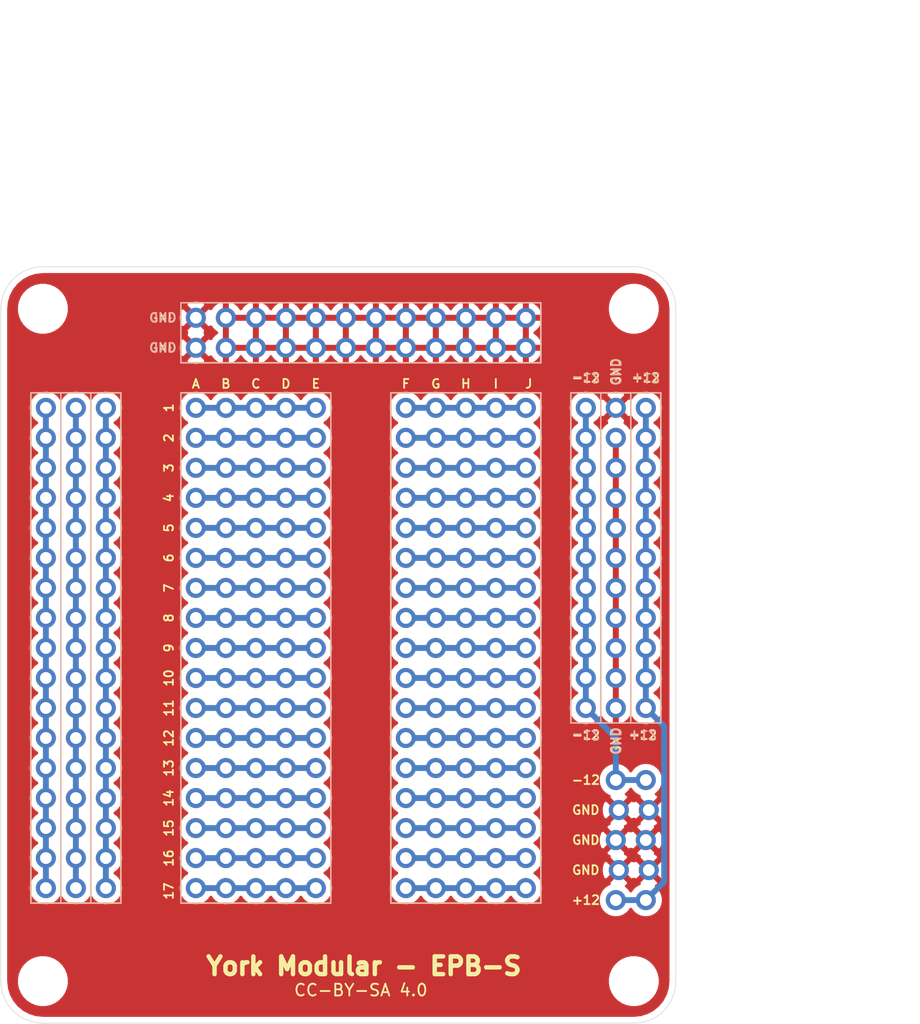
<source format=kicad_pcb>
(kicad_pcb (version 20171130) (host pcbnew "(5.1.12)-1")

  (general
    (thickness 1.6)
    (drawings 115)
    (tracks 47)
    (zones 0)
    (modules 23)
    (nets 41)
  )

  (page A4)
  (layers
    (0 F.Cu signal hide)
    (31 B.Cu signal)
    (32 B.Adhes user)
    (33 F.Adhes user)
    (34 B.Paste user)
    (35 F.Paste user)
    (36 B.SilkS user)
    (37 F.SilkS user)
    (38 B.Mask user)
    (39 F.Mask user)
    (40 Dwgs.User user)
    (41 Cmts.User user)
    (42 Eco1.User user)
    (43 Eco2.User user)
    (44 Edge.Cuts user)
    (45 Margin user)
    (46 B.CrtYd user)
    (47 F.CrtYd user hide)
    (48 B.Fab user)
    (49 F.Fab user)
  )

  (setup
    (last_trace_width 0.25)
    (user_trace_width 0.5)
    (user_trace_width 1)
    (trace_clearance 0.2)
    (zone_clearance 0.508)
    (zone_45_only no)
    (trace_min 0.2)
    (via_size 0.8)
    (via_drill 0.4)
    (via_min_size 0.4)
    (via_min_drill 0.3)
    (uvia_size 0.3)
    (uvia_drill 0.1)
    (uvias_allowed no)
    (uvia_min_size 0.2)
    (uvia_min_drill 0.1)
    (edge_width 0.05)
    (segment_width 0.2)
    (pcb_text_width 0.3)
    (pcb_text_size 1.5 1.5)
    (mod_edge_width 0.12)
    (mod_text_size 1 1)
    (mod_text_width 0.15)
    (pad_size 1.7 1.7)
    (pad_drill 1)
    (pad_to_mask_clearance 0)
    (aux_axis_origin 0 0)
    (visible_elements 7FFFFF7F)
    (pcbplotparams
      (layerselection 0x010fc_ffffffff)
      (usegerberextensions false)
      (usegerberattributes true)
      (usegerberadvancedattributes true)
      (creategerberjobfile true)
      (excludeedgelayer true)
      (linewidth 0.100000)
      (plotframeref false)
      (viasonmask false)
      (mode 1)
      (useauxorigin false)
      (hpglpennumber 1)
      (hpglpenspeed 20)
      (hpglpendiameter 15.000000)
      (psnegative false)
      (psa4output false)
      (plotreference true)
      (plotvalue true)
      (plotinvisibletext false)
      (padsonsilk false)
      (subtractmaskfromsilk false)
      (outputformat 1)
      (mirror false)
      (drillshape 1)
      (scaleselection 1)
      (outputdirectory ""))
  )

  (net 0 "")
  (net 1 "Net-(J4-Pad17)")
  (net 2 "Net-(J4-Pad16)")
  (net 3 "Net-(J4-Pad15)")
  (net 4 "Net-(J4-Pad14)")
  (net 5 "Net-(J4-Pad13)")
  (net 6 "Net-(J4-Pad12)")
  (net 7 "Net-(J4-Pad11)")
  (net 8 "Net-(J4-Pad10)")
  (net 9 "Net-(J4-Pad9)")
  (net 10 "Net-(J4-Pad8)")
  (net 11 "Net-(J4-Pad7)")
  (net 12 "Net-(J4-Pad6)")
  (net 13 "Net-(J4-Pad5)")
  (net 14 "Net-(J4-Pad4)")
  (net 15 "Net-(J4-Pad3)")
  (net 16 "Net-(J4-Pad2)")
  (net 17 "Net-(J4-Pad1)")
  (net 18 "Net-(J10-Pad17)")
  (net 19 "Net-(J10-Pad16)")
  (net 20 "Net-(J10-Pad15)")
  (net 21 "Net-(J10-Pad14)")
  (net 22 "Net-(J10-Pad13)")
  (net 23 "Net-(J10-Pad12)")
  (net 24 "Net-(J10-Pad11)")
  (net 25 "Net-(J10-Pad10)")
  (net 26 "Net-(J10-Pad9)")
  (net 27 "Net-(J10-Pad8)")
  (net 28 "Net-(J10-Pad7)")
  (net 29 "Net-(J10-Pad6)")
  (net 30 "Net-(J10-Pad5)")
  (net 31 "Net-(J10-Pad4)")
  (net 32 "Net-(J10-Pad3)")
  (net 33 "Net-(J10-Pad2)")
  (net 34 "Net-(J10-Pad1)")
  (net 35 -12V)
  (net 36 GND)
  (net 37 +12V)
  (net 38 "Net-(J15-Pad1)")
  (net 39 "Net-(J16-Pad1)")
  (net 40 "Net-(J17-Pad1)")

  (net_class Default "This is the default net class."
    (clearance 0.2)
    (trace_width 0.25)
    (via_dia 0.8)
    (via_drill 0.4)
    (uvia_dia 0.3)
    (uvia_drill 0.1)
    (add_net +12V)
    (add_net -12V)
    (add_net GND)
    (add_net "Net-(J10-Pad1)")
    (add_net "Net-(J10-Pad10)")
    (add_net "Net-(J10-Pad11)")
    (add_net "Net-(J10-Pad12)")
    (add_net "Net-(J10-Pad13)")
    (add_net "Net-(J10-Pad14)")
    (add_net "Net-(J10-Pad15)")
    (add_net "Net-(J10-Pad16)")
    (add_net "Net-(J10-Pad17)")
    (add_net "Net-(J10-Pad2)")
    (add_net "Net-(J10-Pad3)")
    (add_net "Net-(J10-Pad4)")
    (add_net "Net-(J10-Pad5)")
    (add_net "Net-(J10-Pad6)")
    (add_net "Net-(J10-Pad7)")
    (add_net "Net-(J10-Pad8)")
    (add_net "Net-(J10-Pad9)")
    (add_net "Net-(J15-Pad1)")
    (add_net "Net-(J16-Pad1)")
    (add_net "Net-(J17-Pad1)")
    (add_net "Net-(J4-Pad1)")
    (add_net "Net-(J4-Pad10)")
    (add_net "Net-(J4-Pad11)")
    (add_net "Net-(J4-Pad12)")
    (add_net "Net-(J4-Pad13)")
    (add_net "Net-(J4-Pad14)")
    (add_net "Net-(J4-Pad15)")
    (add_net "Net-(J4-Pad16)")
    (add_net "Net-(J4-Pad17)")
    (add_net "Net-(J4-Pad2)")
    (add_net "Net-(J4-Pad3)")
    (add_net "Net-(J4-Pad4)")
    (add_net "Net-(J4-Pad5)")
    (add_net "Net-(J4-Pad6)")
    (add_net "Net-(J4-Pad7)")
    (add_net "Net-(J4-Pad8)")
    (add_net "Net-(J4-Pad9)")
  )

  (module Connector_PinHeader_2.54mm:PinHeader_1x17_P2.54mm_Vertical (layer F.Cu) (tedit 629CC421) (tstamp 629D120F)
    (at 89.408 19.558)
    (descr "Through hole straight pin header, 1x17, 2.54mm pitch, single row")
    (tags "Through hole pin header THT 1x17 2.54mm single row")
    (path /629CAC6A)
    (fp_text reference J4 (at 0 -2.33) (layer F.SilkS) hide
      (effects (font (size 1 1) (thickness 0.15)))
    )
    (fp_text value Conn_01x17 (at 0 42.97) (layer F.Fab) hide
      (effects (font (size 1 1) (thickness 0.15)))
    )
    (fp_line (start -0.635 -1.27) (end 1.27 -1.27) (layer F.Fab) (width 0.1))
    (fp_line (start 1.27 -1.27) (end 1.27 41.91) (layer F.Fab) (width 0.1))
    (fp_line (start 1.27 41.91) (end -1.27 41.91) (layer F.Fab) (width 0.1))
    (fp_line (start -1.27 41.91) (end -1.27 -0.635) (layer F.Fab) (width 0.1))
    (fp_line (start -1.27 -0.635) (end -0.635 -1.27) (layer F.Fab) (width 0.1))
    (fp_line (start -1.8 -1.8) (end -1.8 42.45) (layer F.CrtYd) (width 0.05))
    (fp_line (start -1.8 42.45) (end 1.8 42.45) (layer F.CrtYd) (width 0.05))
    (fp_line (start 1.8 42.45) (end 1.8 -1.8) (layer F.CrtYd) (width 0.05))
    (fp_line (start 1.8 -1.8) (end -1.8 -1.8) (layer F.CrtYd) (width 0.05))
    (fp_text user %R (at 0 20.32 90) (layer F.Fab) hide
      (effects (font (size 1 1) (thickness 0.15)))
    )
    (pad 17 thru_hole oval (at 0 40.64) (size 1.7 1.7) (drill 1) (layers *.Cu *.Mask)
      (net 1 "Net-(J4-Pad17)"))
    (pad 16 thru_hole oval (at 0 38.1) (size 1.7 1.7) (drill 1) (layers *.Cu *.Mask)
      (net 2 "Net-(J4-Pad16)"))
    (pad 15 thru_hole oval (at 0 35.56) (size 1.7 1.7) (drill 1) (layers *.Cu *.Mask)
      (net 3 "Net-(J4-Pad15)"))
    (pad 14 thru_hole oval (at 0 33.02) (size 1.7 1.7) (drill 1) (layers *.Cu *.Mask)
      (net 4 "Net-(J4-Pad14)"))
    (pad 13 thru_hole oval (at 0 30.48) (size 1.7 1.7) (drill 1) (layers *.Cu *.Mask)
      (net 5 "Net-(J4-Pad13)"))
    (pad 12 thru_hole oval (at 0 27.94) (size 1.7 1.7) (drill 1) (layers *.Cu *.Mask)
      (net 6 "Net-(J4-Pad12)"))
    (pad 11 thru_hole oval (at 0 25.4) (size 1.7 1.7) (drill 1) (layers *.Cu *.Mask)
      (net 7 "Net-(J4-Pad11)"))
    (pad 10 thru_hole oval (at 0 22.86) (size 1.7 1.7) (drill 1) (layers *.Cu *.Mask)
      (net 8 "Net-(J4-Pad10)"))
    (pad 9 thru_hole oval (at 0 20.32) (size 1.7 1.7) (drill 1) (layers *.Cu *.Mask)
      (net 9 "Net-(J4-Pad9)"))
    (pad 8 thru_hole oval (at 0 17.78) (size 1.7 1.7) (drill 1) (layers *.Cu *.Mask)
      (net 10 "Net-(J4-Pad8)"))
    (pad 7 thru_hole oval (at 0 15.24) (size 1.7 1.7) (drill 1) (layers *.Cu *.Mask)
      (net 11 "Net-(J4-Pad7)"))
    (pad 6 thru_hole oval (at 0 12.7) (size 1.7 1.7) (drill 1) (layers *.Cu *.Mask)
      (net 12 "Net-(J4-Pad6)"))
    (pad 5 thru_hole oval (at 0 10.16) (size 1.7 1.7) (drill 1) (layers *.Cu *.Mask)
      (net 13 "Net-(J4-Pad5)"))
    (pad 4 thru_hole oval (at 0 7.62) (size 1.7 1.7) (drill 1) (layers *.Cu *.Mask)
      (net 14 "Net-(J4-Pad4)"))
    (pad 3 thru_hole oval (at 0 5.08) (size 1.7 1.7) (drill 1) (layers *.Cu *.Mask)
      (net 15 "Net-(J4-Pad3)"))
    (pad 2 thru_hole oval (at 0 2.54) (size 1.7 1.7) (drill 1) (layers *.Cu *.Mask)
      (net 16 "Net-(J4-Pad2)"))
    (pad 1 thru_hole circle (at 0 0) (size 1.7 1.7) (drill 1) (layers *.Cu *.Mask)
      (net 17 "Net-(J4-Pad1)"))
    (model ${KISYS3DMOD}/Connector_PinHeader_2.54mm.3dshapes/PinHeader_1x17_P2.54mm_Vertical.wrl
      (at (xyz 0 0 0))
      (scale (xyz 1 1 1))
      (rotate (xyz 0 0 0))
    )
  )

  (module Connector_PinHeader_2.54mm:PinHeader_1x17_P2.54mm_Vertical (layer F.Cu) (tedit 629CC3FE) (tstamp 629D1234)
    (at 86.868 19.558)
    (descr "Through hole straight pin header, 1x17, 2.54mm pitch, single row")
    (tags "Through hole pin header THT 1x17 2.54mm single row")
    (path /629CB0D7)
    (fp_text reference J5 (at 0 -2.33) (layer F.SilkS) hide
      (effects (font (size 1 1) (thickness 0.15)))
    )
    (fp_text value Conn_01x17 (at 0 42.97) (layer F.Fab) hide
      (effects (font (size 1 1) (thickness 0.15)))
    )
    (fp_line (start -0.635 -1.27) (end 1.27 -1.27) (layer F.Fab) (width 0.1))
    (fp_line (start 1.27 -1.27) (end 1.27 41.91) (layer F.Fab) (width 0.1))
    (fp_line (start 1.27 41.91) (end -1.27 41.91) (layer F.Fab) (width 0.1))
    (fp_line (start -1.27 41.91) (end -1.27 -0.635) (layer F.Fab) (width 0.1))
    (fp_line (start -1.27 -0.635) (end -0.635 -1.27) (layer F.Fab) (width 0.1))
    (fp_line (start -1.8 -1.8) (end -1.8 42.45) (layer F.CrtYd) (width 0.05))
    (fp_line (start -1.8 42.45) (end 1.8 42.45) (layer F.CrtYd) (width 0.05))
    (fp_line (start 1.8 42.45) (end 1.8 -1.8) (layer F.CrtYd) (width 0.05))
    (fp_line (start 1.8 -1.8) (end -1.8 -1.8) (layer F.CrtYd) (width 0.05))
    (fp_text user %R (at 0 20.32 90) (layer F.Fab) hide
      (effects (font (size 1 1) (thickness 0.15)))
    )
    (pad 17 thru_hole oval (at 0 40.64) (size 1.7 1.7) (drill 1) (layers *.Cu *.Mask)
      (net 1 "Net-(J4-Pad17)"))
    (pad 16 thru_hole oval (at 0 38.1) (size 1.7 1.7) (drill 1) (layers *.Cu *.Mask)
      (net 2 "Net-(J4-Pad16)"))
    (pad 15 thru_hole oval (at 0 35.56) (size 1.7 1.7) (drill 1) (layers *.Cu *.Mask)
      (net 3 "Net-(J4-Pad15)"))
    (pad 14 thru_hole oval (at 0 33.02) (size 1.7 1.7) (drill 1) (layers *.Cu *.Mask)
      (net 4 "Net-(J4-Pad14)"))
    (pad 13 thru_hole oval (at 0 30.48) (size 1.7 1.7) (drill 1) (layers *.Cu *.Mask)
      (net 5 "Net-(J4-Pad13)"))
    (pad 12 thru_hole oval (at 0 27.94) (size 1.7 1.7) (drill 1) (layers *.Cu *.Mask)
      (net 6 "Net-(J4-Pad12)"))
    (pad 11 thru_hole oval (at 0 25.4) (size 1.7 1.7) (drill 1) (layers *.Cu *.Mask)
      (net 7 "Net-(J4-Pad11)"))
    (pad 10 thru_hole oval (at 0 22.86) (size 1.7 1.7) (drill 1) (layers *.Cu *.Mask)
      (net 8 "Net-(J4-Pad10)"))
    (pad 9 thru_hole oval (at 0 20.32) (size 1.7 1.7) (drill 1) (layers *.Cu *.Mask)
      (net 9 "Net-(J4-Pad9)"))
    (pad 8 thru_hole oval (at 0 17.78) (size 1.7 1.7) (drill 1) (layers *.Cu *.Mask)
      (net 10 "Net-(J4-Pad8)"))
    (pad 7 thru_hole oval (at 0 15.24) (size 1.7 1.7) (drill 1) (layers *.Cu *.Mask)
      (net 11 "Net-(J4-Pad7)"))
    (pad 6 thru_hole oval (at 0 12.7) (size 1.7 1.7) (drill 1) (layers *.Cu *.Mask)
      (net 12 "Net-(J4-Pad6)"))
    (pad 5 thru_hole oval (at 0 10.16) (size 1.7 1.7) (drill 1) (layers *.Cu *.Mask)
      (net 13 "Net-(J4-Pad5)"))
    (pad 4 thru_hole oval (at 0 7.62) (size 1.7 1.7) (drill 1) (layers *.Cu *.Mask)
      (net 14 "Net-(J4-Pad4)"))
    (pad 3 thru_hole oval (at 0 5.08) (size 1.7 1.7) (drill 1) (layers *.Cu *.Mask)
      (net 15 "Net-(J4-Pad3)"))
    (pad 2 thru_hole oval (at 0 2.54) (size 1.7 1.7) (drill 1) (layers *.Cu *.Mask)
      (net 16 "Net-(J4-Pad2)"))
    (pad 1 thru_hole circle (at 0 0) (size 1.7 1.7) (drill 1) (layers *.Cu *.Mask)
      (net 17 "Net-(J4-Pad1)"))
    (model ${KISYS3DMOD}/Connector_PinHeader_2.54mm.3dshapes/PinHeader_1x17_P2.54mm_Vertical.wrl
      (at (xyz 0 0 0))
      (scale (xyz 1 1 1))
      (rotate (xyz 0 0 0))
    )
  )

  (module Connector_PinHeader_2.54mm:PinHeader_1x17_P2.54mm_Vertical (layer F.Cu) (tedit 629CC3DB) (tstamp 629D1259)
    (at 84.328 19.558)
    (descr "Through hole straight pin header, 1x17, 2.54mm pitch, single row")
    (tags "Through hole pin header THT 1x17 2.54mm single row")
    (path /629CB49E)
    (fp_text reference J6 (at 0 -2.33) (layer F.SilkS) hide
      (effects (font (size 1 1) (thickness 0.15)))
    )
    (fp_text value Conn_01x17 (at 0 42.97) (layer F.Fab) hide
      (effects (font (size 1 1) (thickness 0.15)))
    )
    (fp_line (start -0.635 -1.27) (end 1.27 -1.27) (layer F.Fab) (width 0.1))
    (fp_line (start 1.27 -1.27) (end 1.27 41.91) (layer F.Fab) (width 0.1))
    (fp_line (start 1.27 41.91) (end -1.27 41.91) (layer F.Fab) (width 0.1))
    (fp_line (start -1.27 41.91) (end -1.27 -0.635) (layer F.Fab) (width 0.1))
    (fp_line (start -1.27 -0.635) (end -0.635 -1.27) (layer F.Fab) (width 0.1))
    (fp_line (start -1.8 -1.8) (end -1.8 42.45) (layer F.CrtYd) (width 0.05))
    (fp_line (start -1.8 42.45) (end 1.8 42.45) (layer F.CrtYd) (width 0.05))
    (fp_line (start 1.8 42.45) (end 1.8 -1.8) (layer F.CrtYd) (width 0.05))
    (fp_line (start 1.8 -1.8) (end -1.8 -1.8) (layer F.CrtYd) (width 0.05))
    (fp_text user %R (at 0 20.32 90) (layer F.Fab) hide
      (effects (font (size 1 1) (thickness 0.15)))
    )
    (pad 17 thru_hole oval (at 0 40.64) (size 1.7 1.7) (drill 1) (layers *.Cu *.Mask)
      (net 1 "Net-(J4-Pad17)"))
    (pad 16 thru_hole oval (at 0 38.1) (size 1.7 1.7) (drill 1) (layers *.Cu *.Mask)
      (net 2 "Net-(J4-Pad16)"))
    (pad 15 thru_hole oval (at 0 35.56) (size 1.7 1.7) (drill 1) (layers *.Cu *.Mask)
      (net 3 "Net-(J4-Pad15)"))
    (pad 14 thru_hole oval (at 0 33.02) (size 1.7 1.7) (drill 1) (layers *.Cu *.Mask)
      (net 4 "Net-(J4-Pad14)"))
    (pad 13 thru_hole oval (at 0 30.48) (size 1.7 1.7) (drill 1) (layers *.Cu *.Mask)
      (net 5 "Net-(J4-Pad13)"))
    (pad 12 thru_hole oval (at 0 27.94) (size 1.7 1.7) (drill 1) (layers *.Cu *.Mask)
      (net 6 "Net-(J4-Pad12)"))
    (pad 11 thru_hole oval (at 0 25.4) (size 1.7 1.7) (drill 1) (layers *.Cu *.Mask)
      (net 7 "Net-(J4-Pad11)"))
    (pad 10 thru_hole oval (at 0 22.86) (size 1.7 1.7) (drill 1) (layers *.Cu *.Mask)
      (net 8 "Net-(J4-Pad10)"))
    (pad 9 thru_hole oval (at 0 20.32) (size 1.7 1.7) (drill 1) (layers *.Cu *.Mask)
      (net 9 "Net-(J4-Pad9)"))
    (pad 8 thru_hole oval (at 0 17.78) (size 1.7 1.7) (drill 1) (layers *.Cu *.Mask)
      (net 10 "Net-(J4-Pad8)"))
    (pad 7 thru_hole oval (at 0 15.24) (size 1.7 1.7) (drill 1) (layers *.Cu *.Mask)
      (net 11 "Net-(J4-Pad7)"))
    (pad 6 thru_hole oval (at 0 12.7) (size 1.7 1.7) (drill 1) (layers *.Cu *.Mask)
      (net 12 "Net-(J4-Pad6)"))
    (pad 5 thru_hole oval (at 0 10.16) (size 1.7 1.7) (drill 1) (layers *.Cu *.Mask)
      (net 13 "Net-(J4-Pad5)"))
    (pad 4 thru_hole oval (at 0 7.62) (size 1.7 1.7) (drill 1) (layers *.Cu *.Mask)
      (net 14 "Net-(J4-Pad4)"))
    (pad 3 thru_hole oval (at 0 5.08) (size 1.7 1.7) (drill 1) (layers *.Cu *.Mask)
      (net 15 "Net-(J4-Pad3)"))
    (pad 2 thru_hole oval (at 0 2.54) (size 1.7 1.7) (drill 1) (layers *.Cu *.Mask)
      (net 16 "Net-(J4-Pad2)"))
    (pad 1 thru_hole circle (at 0 0) (size 1.7 1.7) (drill 1) (layers *.Cu *.Mask)
      (net 17 "Net-(J4-Pad1)"))
    (model ${KISYS3DMOD}/Connector_PinHeader_2.54mm.3dshapes/PinHeader_1x17_P2.54mm_Vertical.wrl
      (at (xyz 0 0 0))
      (scale (xyz 1 1 1))
      (rotate (xyz 0 0 0))
    )
  )

  (module Connector_PinHeader_2.54mm:PinHeader_1x17_P2.54mm_Vertical (layer F.Cu) (tedit 629CC3BF) (tstamp 629D127E)
    (at 81.788 19.558)
    (descr "Through hole straight pin header, 1x17, 2.54mm pitch, single row")
    (tags "Through hole pin header THT 1x17 2.54mm single row")
    (path /629CB9B0)
    (fp_text reference J7 (at 0 -2.33) (layer F.SilkS) hide
      (effects (font (size 1 1) (thickness 0.15)))
    )
    (fp_text value Conn_01x17 (at 0 42.97) (layer F.Fab) hide
      (effects (font (size 1 1) (thickness 0.15)))
    )
    (fp_line (start -0.635 -1.27) (end 1.27 -1.27) (layer F.Fab) (width 0.1))
    (fp_line (start 1.27 -1.27) (end 1.27 41.91) (layer F.Fab) (width 0.1))
    (fp_line (start 1.27 41.91) (end -1.27 41.91) (layer F.Fab) (width 0.1))
    (fp_line (start -1.27 41.91) (end -1.27 -0.635) (layer F.Fab) (width 0.1))
    (fp_line (start -1.27 -0.635) (end -0.635 -1.27) (layer F.Fab) (width 0.1))
    (fp_line (start -1.8 -1.8) (end -1.8 42.45) (layer F.CrtYd) (width 0.05))
    (fp_line (start -1.8 42.45) (end 1.8 42.45) (layer F.CrtYd) (width 0.05))
    (fp_line (start 1.8 42.45) (end 1.8 -1.8) (layer F.CrtYd) (width 0.05))
    (fp_line (start 1.8 -1.8) (end -1.8 -1.8) (layer F.CrtYd) (width 0.05))
    (fp_text user %R (at 0 20.32 90) (layer F.Fab) hide
      (effects (font (size 1 1) (thickness 0.15)))
    )
    (pad 17 thru_hole oval (at 0 40.64) (size 1.7 1.7) (drill 1) (layers *.Cu *.Mask)
      (net 1 "Net-(J4-Pad17)"))
    (pad 16 thru_hole oval (at 0 38.1) (size 1.7 1.7) (drill 1) (layers *.Cu *.Mask)
      (net 2 "Net-(J4-Pad16)"))
    (pad 15 thru_hole oval (at 0 35.56) (size 1.7 1.7) (drill 1) (layers *.Cu *.Mask)
      (net 3 "Net-(J4-Pad15)"))
    (pad 14 thru_hole oval (at 0 33.02) (size 1.7 1.7) (drill 1) (layers *.Cu *.Mask)
      (net 4 "Net-(J4-Pad14)"))
    (pad 13 thru_hole oval (at 0 30.48) (size 1.7 1.7) (drill 1) (layers *.Cu *.Mask)
      (net 5 "Net-(J4-Pad13)"))
    (pad 12 thru_hole oval (at 0 27.94) (size 1.7 1.7) (drill 1) (layers *.Cu *.Mask)
      (net 6 "Net-(J4-Pad12)"))
    (pad 11 thru_hole oval (at 0 25.4) (size 1.7 1.7) (drill 1) (layers *.Cu *.Mask)
      (net 7 "Net-(J4-Pad11)"))
    (pad 10 thru_hole oval (at 0 22.86) (size 1.7 1.7) (drill 1) (layers *.Cu *.Mask)
      (net 8 "Net-(J4-Pad10)"))
    (pad 9 thru_hole oval (at 0 20.32) (size 1.7 1.7) (drill 1) (layers *.Cu *.Mask)
      (net 9 "Net-(J4-Pad9)"))
    (pad 8 thru_hole oval (at 0 17.78) (size 1.7 1.7) (drill 1) (layers *.Cu *.Mask)
      (net 10 "Net-(J4-Pad8)"))
    (pad 7 thru_hole oval (at 0 15.24) (size 1.7 1.7) (drill 1) (layers *.Cu *.Mask)
      (net 11 "Net-(J4-Pad7)"))
    (pad 6 thru_hole oval (at 0 12.7) (size 1.7 1.7) (drill 1) (layers *.Cu *.Mask)
      (net 12 "Net-(J4-Pad6)"))
    (pad 5 thru_hole oval (at 0 10.16) (size 1.7 1.7) (drill 1) (layers *.Cu *.Mask)
      (net 13 "Net-(J4-Pad5)"))
    (pad 4 thru_hole oval (at 0 7.62) (size 1.7 1.7) (drill 1) (layers *.Cu *.Mask)
      (net 14 "Net-(J4-Pad4)"))
    (pad 3 thru_hole oval (at 0 5.08) (size 1.7 1.7) (drill 1) (layers *.Cu *.Mask)
      (net 15 "Net-(J4-Pad3)"))
    (pad 2 thru_hole oval (at 0 2.54) (size 1.7 1.7) (drill 1) (layers *.Cu *.Mask)
      (net 16 "Net-(J4-Pad2)"))
    (pad 1 thru_hole circle (at 0 0) (size 1.7 1.7) (drill 1) (layers *.Cu *.Mask)
      (net 17 "Net-(J4-Pad1)"))
    (model ${KISYS3DMOD}/Connector_PinHeader_2.54mm.3dshapes/PinHeader_1x17_P2.54mm_Vertical.wrl
      (at (xyz 0 0 0))
      (scale (xyz 1 1 1))
      (rotate (xyz 0 0 0))
    )
  )

  (module Connector_PinHeader_2.54mm:PinHeader_1x17_P2.54mm_Vertical (layer F.Cu) (tedit 629CC398) (tstamp 629D12A3)
    (at 79.248 19.558)
    (descr "Through hole straight pin header, 1x17, 2.54mm pitch, single row")
    (tags "Through hole pin header THT 1x17 2.54mm single row")
    (path /629CC29C)
    (fp_text reference J8 (at 0 -2.33) (layer F.SilkS) hide
      (effects (font (size 1 1) (thickness 0.15)))
    )
    (fp_text value Conn_01x17 (at 0 42.97) (layer F.Fab) hide
      (effects (font (size 1 1) (thickness 0.15)))
    )
    (fp_line (start -0.635 -1.27) (end 1.27 -1.27) (layer F.Fab) (width 0.1))
    (fp_line (start 1.27 -1.27) (end 1.27 41.91) (layer F.Fab) (width 0.1))
    (fp_line (start 1.27 41.91) (end -1.27 41.91) (layer F.Fab) (width 0.1))
    (fp_line (start -1.27 41.91) (end -1.27 -0.635) (layer F.Fab) (width 0.1))
    (fp_line (start -1.27 -0.635) (end -0.635 -1.27) (layer F.Fab) (width 0.1))
    (fp_line (start -1.8 -1.8) (end -1.8 42.45) (layer F.CrtYd) (width 0.05))
    (fp_line (start -1.8 42.45) (end 1.8 42.45) (layer F.CrtYd) (width 0.05))
    (fp_line (start 1.8 42.45) (end 1.8 -1.8) (layer F.CrtYd) (width 0.05))
    (fp_line (start 1.8 -1.8) (end -1.8 -1.8) (layer F.CrtYd) (width 0.05))
    (fp_text user %R (at 0 20.32 90) (layer F.Fab) hide
      (effects (font (size 1 1) (thickness 0.15)))
    )
    (pad 17 thru_hole oval (at 0 40.64) (size 1.7 1.7) (drill 1) (layers *.Cu *.Mask)
      (net 1 "Net-(J4-Pad17)"))
    (pad 16 thru_hole oval (at 0 38.1) (size 1.7 1.7) (drill 1) (layers *.Cu *.Mask)
      (net 2 "Net-(J4-Pad16)"))
    (pad 15 thru_hole oval (at 0 35.56) (size 1.7 1.7) (drill 1) (layers *.Cu *.Mask)
      (net 3 "Net-(J4-Pad15)"))
    (pad 14 thru_hole oval (at 0 33.02) (size 1.7 1.7) (drill 1) (layers *.Cu *.Mask)
      (net 4 "Net-(J4-Pad14)"))
    (pad 13 thru_hole oval (at 0 30.48) (size 1.7 1.7) (drill 1) (layers *.Cu *.Mask)
      (net 5 "Net-(J4-Pad13)"))
    (pad 12 thru_hole oval (at 0 27.94) (size 1.7 1.7) (drill 1) (layers *.Cu *.Mask)
      (net 6 "Net-(J4-Pad12)"))
    (pad 11 thru_hole oval (at 0 25.4) (size 1.7 1.7) (drill 1) (layers *.Cu *.Mask)
      (net 7 "Net-(J4-Pad11)"))
    (pad 10 thru_hole oval (at 0 22.86) (size 1.7 1.7) (drill 1) (layers *.Cu *.Mask)
      (net 8 "Net-(J4-Pad10)"))
    (pad 9 thru_hole oval (at 0 20.32) (size 1.7 1.7) (drill 1) (layers *.Cu *.Mask)
      (net 9 "Net-(J4-Pad9)"))
    (pad 8 thru_hole oval (at 0 17.78) (size 1.7 1.7) (drill 1) (layers *.Cu *.Mask)
      (net 10 "Net-(J4-Pad8)"))
    (pad 7 thru_hole oval (at 0 15.24) (size 1.7 1.7) (drill 1) (layers *.Cu *.Mask)
      (net 11 "Net-(J4-Pad7)"))
    (pad 6 thru_hole oval (at 0 12.7) (size 1.7 1.7) (drill 1) (layers *.Cu *.Mask)
      (net 12 "Net-(J4-Pad6)"))
    (pad 5 thru_hole oval (at 0 10.16) (size 1.7 1.7) (drill 1) (layers *.Cu *.Mask)
      (net 13 "Net-(J4-Pad5)"))
    (pad 4 thru_hole oval (at 0 7.62) (size 1.7 1.7) (drill 1) (layers *.Cu *.Mask)
      (net 14 "Net-(J4-Pad4)"))
    (pad 3 thru_hole oval (at 0 5.08) (size 1.7 1.7) (drill 1) (layers *.Cu *.Mask)
      (net 15 "Net-(J4-Pad3)"))
    (pad 2 thru_hole oval (at 0 2.54) (size 1.7 1.7) (drill 1) (layers *.Cu *.Mask)
      (net 16 "Net-(J4-Pad2)"))
    (pad 1 thru_hole circle (at 0 0) (size 1.7 1.7) (drill 1) (layers *.Cu *.Mask)
      (net 17 "Net-(J4-Pad1)"))
    (model ${KISYS3DMOD}/Connector_PinHeader_2.54mm.3dshapes/PinHeader_1x17_P2.54mm_Vertical.wrl
      (at (xyz 0 0 0))
      (scale (xyz 1 1 1))
      (rotate (xyz 0 0 0))
    )
  )

  (module Connector_PinHeader_2.54mm:PinHeader_1x11_P2.54mm_Vertical (layer F.Cu) (tedit 629CC374) (tstamp 629D3CB3)
    (at 99.568 19.558)
    (descr "Through hole straight pin header, 1x11, 2.54mm pitch, single row")
    (tags "Through hole pin header THT 1x11 2.54mm single row")
    (path /62A4B4A6)
    (fp_text reference J3 (at 0 -2.33) (layer F.SilkS) hide
      (effects (font (size 1 1) (thickness 0.15)))
    )
    (fp_text value Conn_01x11 (at 0 27.73) (layer F.Fab) hide
      (effects (font (size 1 1) (thickness 0.15)))
    )
    (fp_line (start 1.8 -1.8) (end -1.8 -1.8) (layer F.CrtYd) (width 0.05))
    (fp_line (start 1.8 27.2) (end 1.8 -1.8) (layer F.CrtYd) (width 0.05))
    (fp_line (start -1.8 27.2) (end 1.8 27.2) (layer F.CrtYd) (width 0.05))
    (fp_line (start -1.8 -1.8) (end -1.8 27.2) (layer F.CrtYd) (width 0.05))
    (fp_line (start -1.27 -0.635) (end -0.635 -1.27) (layer F.Fab) (width 0.1))
    (fp_line (start -1.27 26.67) (end -1.27 -0.635) (layer F.Fab) (width 0.1))
    (fp_line (start 1.27 26.67) (end -1.27 26.67) (layer F.Fab) (width 0.1))
    (fp_line (start 1.27 -1.27) (end 1.27 26.67) (layer F.Fab) (width 0.1))
    (fp_line (start -0.635 -1.27) (end 1.27 -1.27) (layer F.Fab) (width 0.1))
    (fp_text user %R (at 0 12.7 90) (layer F.Fab) hide
      (effects (font (size 1 1) (thickness 0.15)))
    )
    (pad 11 thru_hole oval (at 0 25.4) (size 1.7 1.7) (drill 1) (layers *.Cu *.Mask)
      (net 37 +12V))
    (pad 10 thru_hole oval (at 0 22.86) (size 1.7 1.7) (drill 1) (layers *.Cu *.Mask)
      (net 37 +12V))
    (pad 9 thru_hole oval (at 0 20.32) (size 1.7 1.7) (drill 1) (layers *.Cu *.Mask)
      (net 37 +12V))
    (pad 8 thru_hole oval (at 0 17.78) (size 1.7 1.7) (drill 1) (layers *.Cu *.Mask)
      (net 37 +12V))
    (pad 7 thru_hole oval (at 0 15.24) (size 1.7 1.7) (drill 1) (layers *.Cu *.Mask)
      (net 37 +12V))
    (pad 6 thru_hole oval (at 0 12.7) (size 1.7 1.7) (drill 1) (layers *.Cu *.Mask)
      (net 37 +12V))
    (pad 5 thru_hole oval (at 0 10.16) (size 1.7 1.7) (drill 1) (layers *.Cu *.Mask)
      (net 37 +12V))
    (pad 4 thru_hole oval (at 0 7.62) (size 1.7 1.7) (drill 1) (layers *.Cu *.Mask)
      (net 37 +12V))
    (pad 3 thru_hole oval (at 0 5.08) (size 1.7 1.7) (drill 1) (layers *.Cu *.Mask)
      (net 37 +12V))
    (pad 2 thru_hole oval (at 0 2.54) (size 1.7 1.7) (drill 1) (layers *.Cu *.Mask)
      (net 37 +12V))
    (pad 1 thru_hole circle (at 0 0) (size 1.7 1.7) (drill 1) (layers *.Cu *.Mask)
      (net 37 +12V))
    (model ${KISYS3DMOD}/Connector_PinHeader_2.54mm.3dshapes/PinHeader_1x11_P2.54mm_Vertical.wrl
      (at (xyz 0 0 0))
      (scale (xyz 1 1 1))
      (rotate (xyz 0 0 0))
    )
  )

  (module Connector_PinHeader_2.54mm:PinHeader_1x11_P2.54mm_Vertical (layer F.Cu) (tedit 629CC348) (tstamp 629D3C94)
    (at 97.028 19.558)
    (descr "Through hole straight pin header, 1x11, 2.54mm pitch, single row")
    (tags "Through hole pin header THT 1x11 2.54mm single row")
    (path /62A4ABBB)
    (fp_text reference J2 (at 0 -2.33) (layer F.SilkS) hide
      (effects (font (size 1 1) (thickness 0.15)))
    )
    (fp_text value Conn_01x11 (at 0 27.73) (layer F.Fab) hide
      (effects (font (size 1 1) (thickness 0.15)))
    )
    (fp_line (start 1.8 -1.8) (end -1.8 -1.8) (layer F.CrtYd) (width 0.05))
    (fp_line (start 1.8 27.2) (end 1.8 -1.8) (layer F.CrtYd) (width 0.05))
    (fp_line (start -1.8 27.2) (end 1.8 27.2) (layer F.CrtYd) (width 0.05))
    (fp_line (start -1.8 -1.8) (end -1.8 27.2) (layer F.CrtYd) (width 0.05))
    (fp_line (start -1.27 -0.635) (end -0.635 -1.27) (layer F.Fab) (width 0.1))
    (fp_line (start -1.27 26.67) (end -1.27 -0.635) (layer F.Fab) (width 0.1))
    (fp_line (start 1.27 26.67) (end -1.27 26.67) (layer F.Fab) (width 0.1))
    (fp_line (start 1.27 -1.27) (end 1.27 26.67) (layer F.Fab) (width 0.1))
    (fp_line (start -0.635 -1.27) (end 1.27 -1.27) (layer F.Fab) (width 0.1))
    (fp_text user %R (at 0 12.7 90) (layer F.Fab) hide
      (effects (font (size 1 1) (thickness 0.15)))
    )
    (pad 11 thru_hole oval (at 0 25.4) (size 1.7 1.7) (drill 1) (layers *.Cu *.Mask)
      (net 36 GND))
    (pad 10 thru_hole oval (at 0 22.86) (size 1.7 1.7) (drill 1) (layers *.Cu *.Mask)
      (net 36 GND))
    (pad 9 thru_hole oval (at 0 20.32) (size 1.7 1.7) (drill 1) (layers *.Cu *.Mask)
      (net 36 GND))
    (pad 8 thru_hole oval (at 0 17.78) (size 1.7 1.7) (drill 1) (layers *.Cu *.Mask)
      (net 36 GND))
    (pad 7 thru_hole oval (at 0 15.24) (size 1.7 1.7) (drill 1) (layers *.Cu *.Mask)
      (net 36 GND))
    (pad 6 thru_hole oval (at 0 12.7) (size 1.7 1.7) (drill 1) (layers *.Cu *.Mask)
      (net 36 GND))
    (pad 5 thru_hole oval (at 0 10.16) (size 1.7 1.7) (drill 1) (layers *.Cu *.Mask)
      (net 36 GND))
    (pad 4 thru_hole oval (at 0 7.62) (size 1.7 1.7) (drill 1) (layers *.Cu *.Mask)
      (net 36 GND))
    (pad 3 thru_hole oval (at 0 5.08) (size 1.7 1.7) (drill 1) (layers *.Cu *.Mask)
      (net 36 GND))
    (pad 2 thru_hole oval (at 0 2.54) (size 1.7 1.7) (drill 1) (layers *.Cu *.Mask)
      (net 36 GND))
    (pad 1 thru_hole circle (at 0 0) (size 1.7 1.7) (drill 1) (layers *.Cu *.Mask)
      (net 36 GND))
    (model ${KISYS3DMOD}/Connector_PinHeader_2.54mm.3dshapes/PinHeader_1x11_P2.54mm_Vertical.wrl
      (at (xyz 0 0 0))
      (scale (xyz 1 1 1))
      (rotate (xyz 0 0 0))
    )
  )

  (module Connector_PinHeader_2.54mm:PinHeader_1x11_P2.54mm_Vertical (layer F.Cu) (tedit 629CC31A) (tstamp 629D3C75)
    (at 94.488 19.558)
    (descr "Through hole straight pin header, 1x11, 2.54mm pitch, single row")
    (tags "Through hole pin header THT 1x11 2.54mm single row")
    (path /62A4A132)
    (attr smd)
    (fp_text reference J1 (at 0 -2.33) (layer F.SilkS) hide
      (effects (font (size 1 1) (thickness 0.15)))
    )
    (fp_text value Conn_01x11 (at 0 27.73) (layer F.Fab) hide
      (effects (font (size 1 1) (thickness 0.15)))
    )
    (fp_line (start 1.8 -1.8) (end -1.8 -1.8) (layer F.CrtYd) (width 0.05))
    (fp_line (start 1.8 27.2) (end 1.8 -1.8) (layer F.CrtYd) (width 0.05))
    (fp_line (start -1.8 27.2) (end 1.8 27.2) (layer F.CrtYd) (width 0.05))
    (fp_line (start -1.8 -1.8) (end -1.8 27.2) (layer F.CrtYd) (width 0.05))
    (fp_line (start -1.27 -0.635) (end -0.635 -1.27) (layer F.Fab) (width 0.1))
    (fp_line (start -1.27 26.67) (end -1.27 -0.635) (layer F.Fab) (width 0.1))
    (fp_line (start 1.27 26.67) (end -1.27 26.67) (layer F.Fab) (width 0.1))
    (fp_line (start 1.27 -1.27) (end 1.27 26.67) (layer F.Fab) (width 0.1))
    (fp_line (start -0.635 -1.27) (end 1.27 -1.27) (layer F.Fab) (width 0.1))
    (fp_text user %R (at 0 12.7 90) (layer F.Fab) hide
      (effects (font (size 1 1) (thickness 0.15)))
    )
    (pad 11 thru_hole oval (at 0 25.4) (size 1.7 1.7) (drill 1) (layers *.Cu *.Mask)
      (net 35 -12V))
    (pad 10 thru_hole oval (at 0 22.86) (size 1.7 1.7) (drill 1) (layers *.Cu *.Mask)
      (net 35 -12V))
    (pad 9 thru_hole oval (at 0 20.32) (size 1.7 1.7) (drill 1) (layers *.Cu *.Mask)
      (net 35 -12V))
    (pad 8 thru_hole oval (at 0 17.78) (size 1.7 1.7) (drill 1) (layers *.Cu *.Mask)
      (net 35 -12V))
    (pad 7 thru_hole oval (at 0 15.24) (size 1.7 1.7) (drill 1) (layers *.Cu *.Mask)
      (net 35 -12V))
    (pad 6 thru_hole oval (at 0 12.7) (size 1.7 1.7) (drill 1) (layers *.Cu *.Mask)
      (net 35 -12V))
    (pad 5 thru_hole oval (at 0 10.16) (size 1.7 1.7) (drill 1) (layers *.Cu *.Mask)
      (net 35 -12V))
    (pad 4 thru_hole oval (at 0 7.62) (size 1.7 1.7) (drill 1) (layers *.Cu *.Mask)
      (net 35 -12V))
    (pad 3 thru_hole oval (at 0 5.08) (size 1.7 1.7) (drill 1) (layers *.Cu *.Mask)
      (net 35 -12V))
    (pad 2 thru_hole oval (at 0 2.54) (size 1.7 1.7) (drill 1) (layers *.Cu *.Mask)
      (net 35 -12V))
    (pad 1 thru_hole circle (at 0 0) (size 1.7 1.7) (drill 1) (layers *.Cu *.Mask)
      (net 35 -12V))
    (model ${KISYS3DMOD}/Connector_PinHeader_2.54mm.3dshapes/PinHeader_1x11_P2.54mm_Vertical.wrl
      (at (xyz 0 0 0))
      (scale (xyz 1 1 1))
      (rotate (xyz 0 0 0))
    )
  )

  (module Connector_PinHeader_2.54mm:PinHeader_1x17_P2.54mm_Vertical (layer F.Cu) (tedit 629CC116) (tstamp 629D12C8)
    (at 71.628 19.558)
    (descr "Through hole straight pin header, 1x17, 2.54mm pitch, single row")
    (tags "Through hole pin header THT 1x17 2.54mm single row")
    (path /629E4AEF)
    (fp_text reference J9 (at 0 -2.33) (layer F.SilkS) hide
      (effects (font (size 1 1) (thickness 0.15)))
    )
    (fp_text value Conn_01x17 (at 0 42.97) (layer F.Fab) hide
      (effects (font (size 1 1) (thickness 0.15)))
    )
    (fp_line (start -0.635 -1.27) (end 1.27 -1.27) (layer F.Fab) (width 0.1))
    (fp_line (start 1.27 -1.27) (end 1.27 41.91) (layer F.Fab) (width 0.1))
    (fp_line (start 1.27 41.91) (end -1.27 41.91) (layer F.Fab) (width 0.1))
    (fp_line (start -1.27 41.91) (end -1.27 -0.635) (layer F.Fab) (width 0.1))
    (fp_line (start -1.27 -0.635) (end -0.635 -1.27) (layer F.Fab) (width 0.1))
    (fp_line (start -1.8 -1.8) (end -1.8 42.45) (layer F.CrtYd) (width 0.05))
    (fp_line (start -1.8 42.45) (end 1.8 42.45) (layer F.CrtYd) (width 0.05))
    (fp_line (start 1.8 42.45) (end 1.8 -1.8) (layer F.CrtYd) (width 0.05))
    (fp_line (start 1.8 -1.8) (end -1.8 -1.8) (layer F.CrtYd) (width 0.05))
    (fp_text user %R (at 0 20.32 90) (layer F.Fab) hide
      (effects (font (size 1 1) (thickness 0.15)))
    )
    (pad 17 thru_hole oval (at 0 40.64) (size 1.7 1.7) (drill 1) (layers *.Cu *.Mask)
      (net 18 "Net-(J10-Pad17)"))
    (pad 16 thru_hole oval (at 0 38.1) (size 1.7 1.7) (drill 1) (layers *.Cu *.Mask)
      (net 19 "Net-(J10-Pad16)"))
    (pad 15 thru_hole oval (at 0 35.56) (size 1.7 1.7) (drill 1) (layers *.Cu *.Mask)
      (net 20 "Net-(J10-Pad15)"))
    (pad 14 thru_hole oval (at 0 33.02) (size 1.7 1.7) (drill 1) (layers *.Cu *.Mask)
      (net 21 "Net-(J10-Pad14)"))
    (pad 13 thru_hole oval (at 0 30.48) (size 1.7 1.7) (drill 1) (layers *.Cu *.Mask)
      (net 22 "Net-(J10-Pad13)"))
    (pad 12 thru_hole oval (at 0 27.94) (size 1.7 1.7) (drill 1) (layers *.Cu *.Mask)
      (net 23 "Net-(J10-Pad12)"))
    (pad 11 thru_hole oval (at 0 25.4) (size 1.7 1.7) (drill 1) (layers *.Cu *.Mask)
      (net 24 "Net-(J10-Pad11)"))
    (pad 10 thru_hole oval (at 0 22.86) (size 1.7 1.7) (drill 1) (layers *.Cu *.Mask)
      (net 25 "Net-(J10-Pad10)"))
    (pad 9 thru_hole oval (at 0 20.32) (size 1.7 1.7) (drill 1) (layers *.Cu *.Mask)
      (net 26 "Net-(J10-Pad9)"))
    (pad 8 thru_hole oval (at 0 17.78) (size 1.7 1.7) (drill 1) (layers *.Cu *.Mask)
      (net 27 "Net-(J10-Pad8)"))
    (pad 7 thru_hole oval (at 0 15.24) (size 1.7 1.7) (drill 1) (layers *.Cu *.Mask)
      (net 28 "Net-(J10-Pad7)"))
    (pad 6 thru_hole oval (at 0 12.7) (size 1.7 1.7) (drill 1) (layers *.Cu *.Mask)
      (net 29 "Net-(J10-Pad6)"))
    (pad 5 thru_hole oval (at 0 10.16) (size 1.7 1.7) (drill 1) (layers *.Cu *.Mask)
      (net 30 "Net-(J10-Pad5)"))
    (pad 4 thru_hole oval (at 0 7.62) (size 1.7 1.7) (drill 1) (layers *.Cu *.Mask)
      (net 31 "Net-(J10-Pad4)"))
    (pad 3 thru_hole oval (at 0 5.08) (size 1.7 1.7) (drill 1) (layers *.Cu *.Mask)
      (net 32 "Net-(J10-Pad3)"))
    (pad 2 thru_hole oval (at 0 2.54) (size 1.7 1.7) (drill 1) (layers *.Cu *.Mask)
      (net 33 "Net-(J10-Pad2)"))
    (pad 1 thru_hole circle (at 0 0) (size 1.7 1.7) (drill 1) (layers *.Cu *.Mask)
      (net 34 "Net-(J10-Pad1)"))
    (model ${KISYS3DMOD}/Connector_PinHeader_2.54mm.3dshapes/PinHeader_1x17_P2.54mm_Vertical.wrl
      (at (xyz 0 0 0))
      (scale (xyz 1 1 1))
      (rotate (xyz 0 0 0))
    )
  )

  (module Connector_PinHeader_2.54mm:PinHeader_1x17_P2.54mm_Vertical (layer F.Cu) (tedit 629CC0F6) (tstamp 629D9659)
    (at 69.088 19.558)
    (descr "Through hole straight pin header, 1x17, 2.54mm pitch, single row")
    (tags "Through hole pin header THT 1x17 2.54mm single row")
    (path /629E4AF5)
    (fp_text reference J10 (at 0 -2.33) (layer F.SilkS) hide
      (effects (font (size 1 1) (thickness 0.15)))
    )
    (fp_text value Conn_01x17 (at 0 42.97) (layer F.Fab) hide
      (effects (font (size 1 1) (thickness 0.15)))
    )
    (fp_line (start -0.635 -1.27) (end 1.27 -1.27) (layer F.Fab) (width 0.1))
    (fp_line (start 1.27 -1.27) (end 1.27 41.91) (layer F.Fab) (width 0.1))
    (fp_line (start 1.27 41.91) (end -1.27 41.91) (layer F.Fab) (width 0.1))
    (fp_line (start -1.27 41.91) (end -1.27 -0.635) (layer F.Fab) (width 0.1))
    (fp_line (start -1.27 -0.635) (end -0.635 -1.27) (layer F.Fab) (width 0.1))
    (fp_line (start -1.8 -1.8) (end -1.8 42.45) (layer F.CrtYd) (width 0.05))
    (fp_line (start -1.8 42.45) (end 1.8 42.45) (layer F.CrtYd) (width 0.05))
    (fp_line (start 1.8 42.45) (end 1.8 -1.8) (layer F.CrtYd) (width 0.05))
    (fp_line (start 1.8 -1.8) (end -1.8 -1.8) (layer F.CrtYd) (width 0.05))
    (fp_text user %R (at 0 20.32 90) (layer F.Fab) hide
      (effects (font (size 1 1) (thickness 0.15)))
    )
    (pad 17 thru_hole oval (at 0 40.64) (size 1.7 1.7) (drill 1) (layers *.Cu *.Mask)
      (net 18 "Net-(J10-Pad17)"))
    (pad 16 thru_hole oval (at 0 38.1) (size 1.7 1.7) (drill 1) (layers *.Cu *.Mask)
      (net 19 "Net-(J10-Pad16)"))
    (pad 15 thru_hole oval (at 0 35.56) (size 1.7 1.7) (drill 1) (layers *.Cu *.Mask)
      (net 20 "Net-(J10-Pad15)"))
    (pad 14 thru_hole oval (at 0 33.02) (size 1.7 1.7) (drill 1) (layers *.Cu *.Mask)
      (net 21 "Net-(J10-Pad14)"))
    (pad 13 thru_hole oval (at 0 30.48) (size 1.7 1.7) (drill 1) (layers *.Cu *.Mask)
      (net 22 "Net-(J10-Pad13)"))
    (pad 12 thru_hole oval (at 0 27.94) (size 1.7 1.7) (drill 1) (layers *.Cu *.Mask)
      (net 23 "Net-(J10-Pad12)"))
    (pad 11 thru_hole oval (at 0 25.4) (size 1.7 1.7) (drill 1) (layers *.Cu *.Mask)
      (net 24 "Net-(J10-Pad11)"))
    (pad 10 thru_hole oval (at 0 22.86) (size 1.7 1.7) (drill 1) (layers *.Cu *.Mask)
      (net 25 "Net-(J10-Pad10)"))
    (pad 9 thru_hole oval (at 0 20.32) (size 1.7 1.7) (drill 1) (layers *.Cu *.Mask)
      (net 26 "Net-(J10-Pad9)"))
    (pad 8 thru_hole oval (at 0 17.78) (size 1.7 1.7) (drill 1) (layers *.Cu *.Mask)
      (net 27 "Net-(J10-Pad8)"))
    (pad 7 thru_hole oval (at 0 15.24) (size 1.7 1.7) (drill 1) (layers *.Cu *.Mask)
      (net 28 "Net-(J10-Pad7)"))
    (pad 6 thru_hole oval (at 0 12.7) (size 1.7 1.7) (drill 1) (layers *.Cu *.Mask)
      (net 29 "Net-(J10-Pad6)"))
    (pad 5 thru_hole oval (at 0 10.16) (size 1.7 1.7) (drill 1) (layers *.Cu *.Mask)
      (net 30 "Net-(J10-Pad5)"))
    (pad 4 thru_hole oval (at 0 7.62) (size 1.7 1.7) (drill 1) (layers *.Cu *.Mask)
      (net 31 "Net-(J10-Pad4)"))
    (pad 3 thru_hole oval (at 0 5.08) (size 1.7 1.7) (drill 1) (layers *.Cu *.Mask)
      (net 32 "Net-(J10-Pad3)"))
    (pad 2 thru_hole oval (at 0 2.54) (size 1.7 1.7) (drill 1) (layers *.Cu *.Mask)
      (net 33 "Net-(J10-Pad2)"))
    (pad 1 thru_hole circle (at 0 0) (size 1.7 1.7) (drill 1) (layers *.Cu *.Mask)
      (net 34 "Net-(J10-Pad1)"))
    (model ${KISYS3DMOD}/Connector_PinHeader_2.54mm.3dshapes/PinHeader_1x17_P2.54mm_Vertical.wrl
      (at (xyz 0 0 0))
      (scale (xyz 1 1 1))
      (rotate (xyz 0 0 0))
    )
  )

  (module Connector_PinHeader_2.54mm:PinHeader_1x17_P2.54mm_Vertical (layer F.Cu) (tedit 629CBEAB) (tstamp 629D97F5)
    (at 66.548 19.558)
    (descr "Through hole straight pin header, 1x17, 2.54mm pitch, single row")
    (tags "Through hole pin header THT 1x17 2.54mm single row")
    (path /629E4AFB)
    (fp_text reference J11 (at 0 -2.33) (layer F.SilkS) hide
      (effects (font (size 1 1) (thickness 0.15)))
    )
    (fp_text value Conn_01x17 (at 0 42.97) (layer F.Fab) hide
      (effects (font (size 1 1) (thickness 0.15)))
    )
    (fp_line (start -0.635 -1.27) (end 1.27 -1.27) (layer F.Fab) (width 0.1))
    (fp_line (start 1.27 -1.27) (end 1.27 41.91) (layer F.Fab) (width 0.1))
    (fp_line (start 1.27 41.91) (end -1.27 41.91) (layer F.Fab) (width 0.1))
    (fp_line (start -1.27 41.91) (end -1.27 -0.635) (layer F.Fab) (width 0.1))
    (fp_line (start -1.27 -0.635) (end -0.635 -1.27) (layer F.Fab) (width 0.1))
    (fp_line (start -1.8 -1.8) (end -1.8 42.45) (layer F.CrtYd) (width 0.05))
    (fp_line (start -1.8 42.45) (end 1.8 42.45) (layer F.CrtYd) (width 0.05))
    (fp_line (start 1.8 42.45) (end 1.8 -1.8) (layer F.CrtYd) (width 0.05))
    (fp_line (start 1.8 -1.8) (end -1.8 -1.8) (layer F.CrtYd) (width 0.05))
    (fp_text user %R (at 0 20.32 90) (layer F.Fab) hide
      (effects (font (size 1 1) (thickness 0.15)))
    )
    (pad 17 thru_hole oval (at 0 40.64) (size 1.7 1.7) (drill 1) (layers *.Cu *.Mask)
      (net 18 "Net-(J10-Pad17)"))
    (pad 16 thru_hole oval (at 0 38.1) (size 1.7 1.7) (drill 1) (layers *.Cu *.Mask)
      (net 19 "Net-(J10-Pad16)"))
    (pad 15 thru_hole oval (at 0 35.56) (size 1.7 1.7) (drill 1) (layers *.Cu *.Mask)
      (net 20 "Net-(J10-Pad15)"))
    (pad 14 thru_hole oval (at 0 33.02) (size 1.7 1.7) (drill 1) (layers *.Cu *.Mask)
      (net 21 "Net-(J10-Pad14)"))
    (pad 13 thru_hole oval (at 0 30.48) (size 1.7 1.7) (drill 1) (layers *.Cu *.Mask)
      (net 22 "Net-(J10-Pad13)"))
    (pad 12 thru_hole oval (at 0 27.94) (size 1.7 1.7) (drill 1) (layers *.Cu *.Mask)
      (net 23 "Net-(J10-Pad12)"))
    (pad 11 thru_hole oval (at 0 25.4) (size 1.7 1.7) (drill 1) (layers *.Cu *.Mask)
      (net 24 "Net-(J10-Pad11)"))
    (pad 10 thru_hole oval (at 0 22.86) (size 1.7 1.7) (drill 1) (layers *.Cu *.Mask)
      (net 25 "Net-(J10-Pad10)"))
    (pad 9 thru_hole oval (at 0 20.32) (size 1.7 1.7) (drill 1) (layers *.Cu *.Mask)
      (net 26 "Net-(J10-Pad9)"))
    (pad 8 thru_hole oval (at 0 17.78) (size 1.7 1.7) (drill 1) (layers *.Cu *.Mask)
      (net 27 "Net-(J10-Pad8)"))
    (pad 7 thru_hole oval (at 0 15.24) (size 1.7 1.7) (drill 1) (layers *.Cu *.Mask)
      (net 28 "Net-(J10-Pad7)"))
    (pad 6 thru_hole oval (at 0 12.7) (size 1.7 1.7) (drill 1) (layers *.Cu *.Mask)
      (net 29 "Net-(J10-Pad6)"))
    (pad 5 thru_hole oval (at 0 10.16) (size 1.7 1.7) (drill 1) (layers *.Cu *.Mask)
      (net 30 "Net-(J10-Pad5)"))
    (pad 4 thru_hole oval (at 0 7.62) (size 1.7 1.7) (drill 1) (layers *.Cu *.Mask)
      (net 31 "Net-(J10-Pad4)"))
    (pad 3 thru_hole oval (at 0 5.08) (size 1.7 1.7) (drill 1) (layers *.Cu *.Mask)
      (net 32 "Net-(J10-Pad3)"))
    (pad 2 thru_hole oval (at 0 2.54) (size 1.7 1.7) (drill 1) (layers *.Cu *.Mask)
      (net 33 "Net-(J10-Pad2)"))
    (pad 1 thru_hole circle (at 0 0) (size 1.7 1.7) (drill 1) (layers *.Cu *.Mask)
      (net 34 "Net-(J10-Pad1)"))
    (model ${KISYS3DMOD}/Connector_PinHeader_2.54mm.3dshapes/PinHeader_1x17_P2.54mm_Vertical.wrl
      (at (xyz 0 0 0))
      (scale (xyz 1 1 1))
      (rotate (xyz 0 0 0))
    )
  )

  (module Connector_PinHeader_2.54mm:PinHeader_1x17_P2.54mm_Vertical (layer F.Cu) (tedit 629CBE81) (tstamp 629D1337)
    (at 64.008 19.558)
    (descr "Through hole straight pin header, 1x17, 2.54mm pitch, single row")
    (tags "Through hole pin header THT 1x17 2.54mm single row")
    (path /629E4B01)
    (fp_text reference J12 (at 0 -2.33) (layer F.SilkS) hide
      (effects (font (size 1 1) (thickness 0.15)))
    )
    (fp_text value Conn_01x17 (at 0 42.97) (layer F.Fab) hide
      (effects (font (size 1 1) (thickness 0.15)))
    )
    (fp_line (start -0.635 -1.27) (end 1.27 -1.27) (layer F.Fab) (width 0.1))
    (fp_line (start 1.27 -1.27) (end 1.27 41.91) (layer F.Fab) (width 0.1))
    (fp_line (start 1.27 41.91) (end -1.27 41.91) (layer F.Fab) (width 0.1))
    (fp_line (start -1.27 41.91) (end -1.27 -0.635) (layer F.Fab) (width 0.1))
    (fp_line (start -1.27 -0.635) (end -0.635 -1.27) (layer F.Fab) (width 0.1))
    (fp_line (start -1.8 -1.8) (end -1.8 42.45) (layer F.CrtYd) (width 0.05))
    (fp_line (start -1.8 42.45) (end 1.8 42.45) (layer F.CrtYd) (width 0.05))
    (fp_line (start 1.8 42.45) (end 1.8 -1.8) (layer F.CrtYd) (width 0.05))
    (fp_line (start 1.8 -1.8) (end -1.8 -1.8) (layer F.CrtYd) (width 0.05))
    (fp_text user %R (at 0 20.32 90) (layer F.Fab) hide
      (effects (font (size 1 1) (thickness 0.15)))
    )
    (pad 17 thru_hole oval (at 0 40.64) (size 1.7 1.7) (drill 1) (layers *.Cu *.Mask)
      (net 18 "Net-(J10-Pad17)"))
    (pad 16 thru_hole oval (at 0 38.1) (size 1.7 1.7) (drill 1) (layers *.Cu *.Mask)
      (net 19 "Net-(J10-Pad16)"))
    (pad 15 thru_hole oval (at 0 35.56) (size 1.7 1.7) (drill 1) (layers *.Cu *.Mask)
      (net 20 "Net-(J10-Pad15)"))
    (pad 14 thru_hole oval (at 0 33.02) (size 1.7 1.7) (drill 1) (layers *.Cu *.Mask)
      (net 21 "Net-(J10-Pad14)"))
    (pad 13 thru_hole oval (at 0 30.48) (size 1.7 1.7) (drill 1) (layers *.Cu *.Mask)
      (net 22 "Net-(J10-Pad13)"))
    (pad 12 thru_hole oval (at 0 27.94) (size 1.7 1.7) (drill 1) (layers *.Cu *.Mask)
      (net 23 "Net-(J10-Pad12)"))
    (pad 11 thru_hole oval (at 0 25.4) (size 1.7 1.7) (drill 1) (layers *.Cu *.Mask)
      (net 24 "Net-(J10-Pad11)"))
    (pad 10 thru_hole oval (at 0 22.86) (size 1.7 1.7) (drill 1) (layers *.Cu *.Mask)
      (net 25 "Net-(J10-Pad10)"))
    (pad 9 thru_hole oval (at 0 20.32) (size 1.7 1.7) (drill 1) (layers *.Cu *.Mask)
      (net 26 "Net-(J10-Pad9)"))
    (pad 8 thru_hole oval (at 0 17.78) (size 1.7 1.7) (drill 1) (layers *.Cu *.Mask)
      (net 27 "Net-(J10-Pad8)"))
    (pad 7 thru_hole oval (at 0 15.24) (size 1.7 1.7) (drill 1) (layers *.Cu *.Mask)
      (net 28 "Net-(J10-Pad7)"))
    (pad 6 thru_hole oval (at 0 12.7) (size 1.7 1.7) (drill 1) (layers *.Cu *.Mask)
      (net 29 "Net-(J10-Pad6)"))
    (pad 5 thru_hole oval (at 0 10.16) (size 1.7 1.7) (drill 1) (layers *.Cu *.Mask)
      (net 30 "Net-(J10-Pad5)"))
    (pad 4 thru_hole oval (at 0 7.62) (size 1.7 1.7) (drill 1) (layers *.Cu *.Mask)
      (net 31 "Net-(J10-Pad4)"))
    (pad 3 thru_hole oval (at 0 5.08) (size 1.7 1.7) (drill 1) (layers *.Cu *.Mask)
      (net 32 "Net-(J10-Pad3)"))
    (pad 2 thru_hole oval (at 0 2.54) (size 1.7 1.7) (drill 1) (layers *.Cu *.Mask)
      (net 33 "Net-(J10-Pad2)"))
    (pad 1 thru_hole circle (at 0 0) (size 1.7 1.7) (drill 1) (layers *.Cu *.Mask)
      (net 34 "Net-(J10-Pad1)"))
    (model ${KISYS3DMOD}/Connector_PinHeader_2.54mm.3dshapes/PinHeader_1x17_P2.54mm_Vertical.wrl
      (at (xyz 0 0 0))
      (scale (xyz 1 1 1))
      (rotate (xyz 0 0 0))
    )
  )

  (module Connector_PinHeader_2.54mm:PinHeader_1x17_P2.54mm_Vertical (layer F.Cu) (tedit 629CBE55) (tstamp 629D136A)
    (at 61.468 19.558)
    (descr "Through hole straight pin header, 1x17, 2.54mm pitch, single row")
    (tags "Through hole pin header THT 1x17 2.54mm single row")
    (path /629E4B07)
    (fp_text reference J14 (at 0 -2.33) (layer F.SilkS) hide
      (effects (font (size 1 1) (thickness 0.15)))
    )
    (fp_text value Conn_01x17 (at 0 42.97) (layer F.Fab) hide
      (effects (font (size 1 1) (thickness 0.15)))
    )
    (fp_line (start -0.635 -1.27) (end 1.27 -1.27) (layer F.Fab) (width 0.1))
    (fp_line (start 1.27 -1.27) (end 1.27 41.91) (layer F.Fab) (width 0.1))
    (fp_line (start 1.27 41.91) (end -1.27 41.91) (layer F.Fab) (width 0.1))
    (fp_line (start -1.27 41.91) (end -1.27 -0.635) (layer F.Fab) (width 0.1))
    (fp_line (start -1.27 -0.635) (end -0.635 -1.27) (layer F.Fab) (width 0.1))
    (fp_line (start -1.8 -1.8) (end -1.8 42.45) (layer F.CrtYd) (width 0.05))
    (fp_line (start -1.8 42.45) (end 1.8 42.45) (layer F.CrtYd) (width 0.05))
    (fp_line (start 1.8 42.45) (end 1.8 -1.8) (layer F.CrtYd) (width 0.05))
    (fp_line (start 1.8 -1.8) (end -1.8 -1.8) (layer F.CrtYd) (width 0.05))
    (fp_text user %R (at 0 20.32 90) (layer F.Fab) hide
      (effects (font (size 1 1) (thickness 0.15)))
    )
    (pad 17 thru_hole oval (at 0 40.64) (size 1.7 1.7) (drill 1) (layers *.Cu *.Mask)
      (net 18 "Net-(J10-Pad17)"))
    (pad 16 thru_hole oval (at 0 38.1) (size 1.7 1.7) (drill 1) (layers *.Cu *.Mask)
      (net 19 "Net-(J10-Pad16)"))
    (pad 15 thru_hole oval (at 0 35.56) (size 1.7 1.7) (drill 1) (layers *.Cu *.Mask)
      (net 20 "Net-(J10-Pad15)"))
    (pad 14 thru_hole oval (at 0 33.02) (size 1.7 1.7) (drill 1) (layers *.Cu *.Mask)
      (net 21 "Net-(J10-Pad14)"))
    (pad 13 thru_hole oval (at 0 30.48) (size 1.7 1.7) (drill 1) (layers *.Cu *.Mask)
      (net 22 "Net-(J10-Pad13)"))
    (pad 12 thru_hole oval (at 0 27.94) (size 1.7 1.7) (drill 1) (layers *.Cu *.Mask)
      (net 23 "Net-(J10-Pad12)"))
    (pad 11 thru_hole oval (at 0 25.4) (size 1.7 1.7) (drill 1) (layers *.Cu *.Mask)
      (net 24 "Net-(J10-Pad11)"))
    (pad 10 thru_hole oval (at 0 22.86) (size 1.7 1.7) (drill 1) (layers *.Cu *.Mask)
      (net 25 "Net-(J10-Pad10)"))
    (pad 9 thru_hole oval (at 0 20.32) (size 1.7 1.7) (drill 1) (layers *.Cu *.Mask)
      (net 26 "Net-(J10-Pad9)"))
    (pad 8 thru_hole oval (at 0 17.78) (size 1.7 1.7) (drill 1) (layers *.Cu *.Mask)
      (net 27 "Net-(J10-Pad8)"))
    (pad 7 thru_hole oval (at 0 15.24) (size 1.7 1.7) (drill 1) (layers *.Cu *.Mask)
      (net 28 "Net-(J10-Pad7)"))
    (pad 6 thru_hole oval (at 0 12.7) (size 1.7 1.7) (drill 1) (layers *.Cu *.Mask)
      (net 29 "Net-(J10-Pad6)"))
    (pad 5 thru_hole oval (at 0 10.16) (size 1.7 1.7) (drill 1) (layers *.Cu *.Mask)
      (net 30 "Net-(J10-Pad5)"))
    (pad 4 thru_hole oval (at 0 7.62) (size 1.7 1.7) (drill 1) (layers *.Cu *.Mask)
      (net 31 "Net-(J10-Pad4)"))
    (pad 3 thru_hole oval (at 0 5.08) (size 1.7 1.7) (drill 1) (layers *.Cu *.Mask)
      (net 32 "Net-(J10-Pad3)"))
    (pad 2 thru_hole oval (at 0 2.54) (size 1.7 1.7) (drill 1) (layers *.Cu *.Mask)
      (net 33 "Net-(J10-Pad2)"))
    (pad 1 thru_hole circle (at 0 0) (size 1.7 1.7) (drill 1) (layers *.Cu *.Mask)
      (net 34 "Net-(J10-Pad1)"))
    (model ${KISYS3DMOD}/Connector_PinHeader_2.54mm.3dshapes/PinHeader_1x17_P2.54mm_Vertical.wrl
      (at (xyz 0 0 0))
      (scale (xyz 1 1 1))
      (rotate (xyz 0 0 0))
    )
  )

  (module Connector_PinHeader_2.54mm:PinHeader_1x12_P2.54mm_Vertical (layer F.Cu) (tedit 629CC50F) (tstamp 629D98DD)
    (at 61.468 11.938 90)
    (descr "Through hole straight pin header, 1x12, 2.54mm pitch, single row")
    (tags "Through hole pin header THT 1x12 2.54mm single row")
    (path /62AEA57C)
    (fp_text reference J19 (at 0 -2.33 90) (layer F.SilkS) hide
      (effects (font (size 1 1) (thickness 0.15)))
    )
    (fp_text value Conn_01x12 (at 0 30.27 90) (layer F.Fab) hide
      (effects (font (size 1 1) (thickness 0.15)))
    )
    (fp_line (start 1.8 -1.8) (end -1.8 -1.8) (layer F.CrtYd) (width 0.05))
    (fp_line (start 1.8 29.75) (end 1.8 -1.8) (layer F.CrtYd) (width 0.05))
    (fp_line (start -1.8 29.75) (end 1.8 29.75) (layer F.CrtYd) (width 0.05))
    (fp_line (start -1.8 -1.8) (end -1.8 29.75) (layer F.CrtYd) (width 0.05))
    (fp_line (start -1.27 -0.635) (end -0.635 -1.27) (layer F.Fab) (width 0.1))
    (fp_line (start -1.27 29.21) (end -1.27 -0.635) (layer F.Fab) (width 0.1))
    (fp_line (start 1.27 29.21) (end -1.27 29.21) (layer F.Fab) (width 0.1))
    (fp_line (start 1.27 -1.27) (end 1.27 29.21) (layer F.Fab) (width 0.1))
    (fp_line (start -0.635 -1.27) (end 1.27 -1.27) (layer F.Fab) (width 0.1))
    (fp_text user %R (at 0 13.97 180) (layer F.Fab) hide
      (effects (font (size 1 1) (thickness 0.15)))
    )
    (pad 12 thru_hole oval (at 0 27.94 90) (size 1.7 1.7) (drill 1) (layers *.Cu *.Mask)
      (net 36 GND))
    (pad 11 thru_hole oval (at 0 25.4 90) (size 1.7 1.7) (drill 1) (layers *.Cu *.Mask)
      (net 36 GND))
    (pad 10 thru_hole oval (at 0 22.86 90) (size 1.7 1.7) (drill 1) (layers *.Cu *.Mask)
      (net 36 GND))
    (pad 9 thru_hole oval (at 0 20.32 90) (size 1.7 1.7) (drill 1) (layers *.Cu *.Mask)
      (net 36 GND))
    (pad 8 thru_hole oval (at 0 17.78 90) (size 1.7 1.7) (drill 1) (layers *.Cu *.Mask)
      (net 36 GND))
    (pad 7 thru_hole oval (at 0 15.24 90) (size 1.7 1.7) (drill 1) (layers *.Cu *.Mask)
      (net 36 GND))
    (pad 6 thru_hole oval (at 0 12.7 90) (size 1.7 1.7) (drill 1) (layers *.Cu *.Mask)
      (net 36 GND))
    (pad 5 thru_hole oval (at 0 10.16 90) (size 1.7 1.7) (drill 1) (layers *.Cu *.Mask)
      (net 36 GND))
    (pad 4 thru_hole oval (at 0 7.62 90) (size 1.7 1.7) (drill 1) (layers *.Cu *.Mask)
      (net 36 GND))
    (pad 3 thru_hole oval (at 0 5.08 90) (size 1.7 1.7) (drill 1) (layers *.Cu *.Mask)
      (net 36 GND))
    (pad 2 thru_hole oval (at 0 2.54 90) (size 1.7 1.7) (drill 1) (layers *.Cu *.Mask)
      (net 36 GND))
    (pad 1 thru_hole circle (at 0 0 90) (size 1.7 1.7) (drill 1) (layers *.Cu *.Mask)
      (net 36 GND))
    (model ${KISYS3DMOD}/Connector_PinHeader_2.54mm.3dshapes/PinHeader_1x12_P2.54mm_Vertical.wrl
      (at (xyz 0 0 0))
      (scale (xyz 1 1 1))
      (rotate (xyz 0 0 0))
    )
  )

  (module Connector_PinHeader_2.54mm:PinHeader_1x12_P2.54mm_Vertical (layer F.Cu) (tedit 629CC505) (tstamp 629D799A)
    (at 61.468 14.478 90)
    (descr "Through hole straight pin header, 1x12, 2.54mm pitch, single row")
    (tags "Through hole pin header THT 1x12 2.54mm single row")
    (path /62AE8048)
    (fp_text reference J18 (at 0 -2.33 90) (layer F.SilkS) hide
      (effects (font (size 1 1) (thickness 0.15)))
    )
    (fp_text value Conn_01x12 (at 0 30.27 90) (layer F.Fab) hide
      (effects (font (size 1 1) (thickness 0.15)))
    )
    (fp_line (start 1.8 -1.8) (end -1.8 -1.8) (layer F.CrtYd) (width 0.05))
    (fp_line (start 1.8 29.75) (end 1.8 -1.8) (layer F.CrtYd) (width 0.05))
    (fp_line (start -1.8 29.75) (end 1.8 29.75) (layer F.CrtYd) (width 0.05))
    (fp_line (start -1.8 -1.8) (end -1.8 29.75) (layer F.CrtYd) (width 0.05))
    (fp_line (start -1.27 -0.635) (end -0.635 -1.27) (layer F.Fab) (width 0.1))
    (fp_line (start -1.27 29.21) (end -1.27 -0.635) (layer F.Fab) (width 0.1))
    (fp_line (start 1.27 29.21) (end -1.27 29.21) (layer F.Fab) (width 0.1))
    (fp_line (start 1.27 -1.27) (end 1.27 29.21) (layer F.Fab) (width 0.1))
    (fp_line (start -0.635 -1.27) (end 1.27 -1.27) (layer F.Fab) (width 0.1))
    (fp_text user %R (at 0 13.97 180) (layer F.Fab) hide
      (effects (font (size 1 1) (thickness 0.15)))
    )
    (pad 12 thru_hole oval (at 0 27.94 90) (size 1.7 1.7) (drill 1) (layers *.Cu *.Mask)
      (net 36 GND))
    (pad 11 thru_hole oval (at 0 25.4 90) (size 1.7 1.7) (drill 1) (layers *.Cu *.Mask)
      (net 36 GND))
    (pad 10 thru_hole oval (at 0 22.86 90) (size 1.7 1.7) (drill 1) (layers *.Cu *.Mask)
      (net 36 GND))
    (pad 9 thru_hole oval (at 0 20.32 90) (size 1.7 1.7) (drill 1) (layers *.Cu *.Mask)
      (net 36 GND))
    (pad 8 thru_hole oval (at 0 17.78 90) (size 1.7 1.7) (drill 1) (layers *.Cu *.Mask)
      (net 36 GND))
    (pad 7 thru_hole oval (at 0 15.24 90) (size 1.7 1.7) (drill 1) (layers *.Cu *.Mask)
      (net 36 GND))
    (pad 6 thru_hole oval (at 0 12.7 90) (size 1.7 1.7) (drill 1) (layers *.Cu *.Mask)
      (net 36 GND))
    (pad 5 thru_hole oval (at 0 10.16 90) (size 1.7 1.7) (drill 1) (layers *.Cu *.Mask)
      (net 36 GND))
    (pad 4 thru_hole oval (at 0 7.62 90) (size 1.7 1.7) (drill 1) (layers *.Cu *.Mask)
      (net 36 GND))
    (pad 3 thru_hole oval (at 0 5.08 90) (size 1.7 1.7) (drill 1) (layers *.Cu *.Mask)
      (net 36 GND))
    (pad 2 thru_hole oval (at 0 2.54 90) (size 1.7 1.7) (drill 1) (layers *.Cu *.Mask)
      (net 36 GND))
    (pad 1 thru_hole circle (at 0 0 90) (size 1.7 1.7) (drill 1) (layers *.Cu *.Mask)
      (net 36 GND))
    (model ${KISYS3DMOD}/Connector_PinHeader_2.54mm.3dshapes/PinHeader_1x12_P2.54mm_Vertical.wrl
      (at (xyz 0 0 0))
      (scale (xyz 1 1 1))
      (rotate (xyz 0 0 0))
    )
  )

  (module Connector_PinHeader_2.54mm:PinHeader_1x17_P2.54mm_Vertical (layer F.Cu) (tedit 629CBD37) (tstamp 629D50C2)
    (at 51.308 19.558)
    (descr "Through hole straight pin header, 1x17, 2.54mm pitch, single row")
    (tags "Through hole pin header THT 1x17 2.54mm single row")
    (path /62A84BBE)
    (fp_text reference J16 (at 0 -2.33) (layer F.SilkS) hide
      (effects (font (size 1 1) (thickness 0.15)))
    )
    (fp_text value Conn_01x17 (at 0 42.97) (layer F.Fab) hide
      (effects (font (size 1 1) (thickness 0.15)))
    )
    (fp_line (start -0.635 -1.27) (end 1.27 -1.27) (layer F.Fab) (width 0.1))
    (fp_line (start 1.27 -1.27) (end 1.27 41.91) (layer F.Fab) (width 0.1))
    (fp_line (start 1.27 41.91) (end -1.27 41.91) (layer F.Fab) (width 0.1))
    (fp_line (start -1.27 41.91) (end -1.27 -0.635) (layer F.Fab) (width 0.1))
    (fp_line (start -1.27 -0.635) (end -0.635 -1.27) (layer F.Fab) (width 0.1))
    (fp_line (start -1.8 -1.8) (end -1.8 42.45) (layer F.CrtYd) (width 0.05))
    (fp_line (start -1.8 42.45) (end 1.8 42.45) (layer F.CrtYd) (width 0.05))
    (fp_line (start 1.8 42.45) (end 1.8 -1.8) (layer F.CrtYd) (width 0.05))
    (fp_line (start 1.8 -1.8) (end -1.8 -1.8) (layer F.CrtYd) (width 0.05))
    (fp_text user %R (at 0 20.32 90) (layer F.Fab) hide
      (effects (font (size 1 1) (thickness 0.15)))
    )
    (pad 17 thru_hole oval (at 0 40.64) (size 1.7 1.7) (drill 1) (layers *.Cu *.Mask)
      (net 39 "Net-(J16-Pad1)"))
    (pad 16 thru_hole oval (at 0 38.1) (size 1.7 1.7) (drill 1) (layers *.Cu *.Mask)
      (net 39 "Net-(J16-Pad1)"))
    (pad 15 thru_hole oval (at 0 35.56) (size 1.7 1.7) (drill 1) (layers *.Cu *.Mask)
      (net 39 "Net-(J16-Pad1)"))
    (pad 14 thru_hole oval (at 0 33.02) (size 1.7 1.7) (drill 1) (layers *.Cu *.Mask)
      (net 39 "Net-(J16-Pad1)"))
    (pad 13 thru_hole oval (at 0 30.48) (size 1.7 1.7) (drill 1) (layers *.Cu *.Mask)
      (net 39 "Net-(J16-Pad1)"))
    (pad 12 thru_hole oval (at 0 27.94) (size 1.7 1.7) (drill 1) (layers *.Cu *.Mask)
      (net 39 "Net-(J16-Pad1)"))
    (pad 11 thru_hole oval (at 0 25.4) (size 1.7 1.7) (drill 1) (layers *.Cu *.Mask)
      (net 39 "Net-(J16-Pad1)"))
    (pad 10 thru_hole oval (at 0 22.86) (size 1.7 1.7) (drill 1) (layers *.Cu *.Mask)
      (net 39 "Net-(J16-Pad1)"))
    (pad 9 thru_hole oval (at 0 20.32) (size 1.7 1.7) (drill 1) (layers *.Cu *.Mask)
      (net 39 "Net-(J16-Pad1)"))
    (pad 8 thru_hole oval (at 0 17.78) (size 1.7 1.7) (drill 1) (layers *.Cu *.Mask)
      (net 39 "Net-(J16-Pad1)"))
    (pad 7 thru_hole oval (at 0 15.24) (size 1.7 1.7) (drill 1) (layers *.Cu *.Mask)
      (net 39 "Net-(J16-Pad1)"))
    (pad 6 thru_hole oval (at 0 12.7) (size 1.7 1.7) (drill 1) (layers *.Cu *.Mask)
      (net 39 "Net-(J16-Pad1)"))
    (pad 5 thru_hole oval (at 0 10.16) (size 1.7 1.7) (drill 1) (layers *.Cu *.Mask)
      (net 39 "Net-(J16-Pad1)"))
    (pad 4 thru_hole oval (at 0 7.62) (size 1.7 1.7) (drill 1) (layers *.Cu *.Mask)
      (net 39 "Net-(J16-Pad1)"))
    (pad 3 thru_hole oval (at 0 5.08) (size 1.7 1.7) (drill 1) (layers *.Cu *.Mask)
      (net 39 "Net-(J16-Pad1)"))
    (pad 2 thru_hole oval (at 0 2.54) (size 1.7 1.7) (drill 1) (layers *.Cu *.Mask)
      (net 39 "Net-(J16-Pad1)"))
    (pad 1 thru_hole circle (at 0 0) (size 1.7 1.7) (drill 1) (layers *.Cu *.Mask)
      (net 39 "Net-(J16-Pad1)"))
    (model ${KISYS3DMOD}/Connector_PinHeader_2.54mm.3dshapes/PinHeader_1x17_P2.54mm_Vertical.wrl
      (at (xyz 0 0 0))
      (scale (xyz 1 1 1))
      (rotate (xyz 0 0 0))
    )
  )

  (module Connector_PinHeader_2.54mm:PinHeader_1x17_P2.54mm_Vertical (layer F.Cu) (tedit 629CBCE6) (tstamp 629D50E7)
    (at 53.848 19.558)
    (descr "Through hole straight pin header, 1x17, 2.54mm pitch, single row")
    (tags "Through hole pin header THT 1x17 2.54mm single row")
    (path /62A85284)
    (fp_text reference J17 (at 0 -2.33) (layer F.SilkS) hide
      (effects (font (size 1 1) (thickness 0.15)))
    )
    (fp_text value Conn_01x17 (at 0 42.97) (layer F.Fab) hide
      (effects (font (size 1 1) (thickness 0.15)))
    )
    (fp_line (start -0.635 -1.27) (end 1.27 -1.27) (layer F.Fab) (width 0.1))
    (fp_line (start 1.27 -1.27) (end 1.27 41.91) (layer F.Fab) (width 0.1))
    (fp_line (start 1.27 41.91) (end -1.27 41.91) (layer F.Fab) (width 0.1))
    (fp_line (start -1.27 41.91) (end -1.27 -0.635) (layer F.Fab) (width 0.1))
    (fp_line (start -1.27 -0.635) (end -0.635 -1.27) (layer F.Fab) (width 0.1))
    (fp_line (start -1.8 -1.8) (end -1.8 42.45) (layer F.CrtYd) (width 0.05))
    (fp_line (start -1.8 42.45) (end 1.8 42.45) (layer F.CrtYd) (width 0.05))
    (fp_line (start 1.8 42.45) (end 1.8 -1.8) (layer F.CrtYd) (width 0.05))
    (fp_line (start 1.8 -1.8) (end -1.8 -1.8) (layer F.CrtYd) (width 0.05))
    (fp_text user %R (at 0 20.32 90) (layer F.Fab) hide
      (effects (font (size 1 1) (thickness 0.15)))
    )
    (pad 17 thru_hole oval (at 0 40.64) (size 1.7 1.7) (drill 1) (layers *.Cu *.Mask)
      (net 40 "Net-(J17-Pad1)"))
    (pad 16 thru_hole oval (at 0 38.1) (size 1.7 1.7) (drill 1) (layers *.Cu *.Mask)
      (net 40 "Net-(J17-Pad1)"))
    (pad 15 thru_hole oval (at 0 35.56) (size 1.7 1.7) (drill 1) (layers *.Cu *.Mask)
      (net 40 "Net-(J17-Pad1)"))
    (pad 14 thru_hole oval (at 0 33.02) (size 1.7 1.7) (drill 1) (layers *.Cu *.Mask)
      (net 40 "Net-(J17-Pad1)"))
    (pad 13 thru_hole oval (at 0 30.48) (size 1.7 1.7) (drill 1) (layers *.Cu *.Mask)
      (net 40 "Net-(J17-Pad1)"))
    (pad 12 thru_hole oval (at 0 27.94) (size 1.7 1.7) (drill 1) (layers *.Cu *.Mask)
      (net 40 "Net-(J17-Pad1)"))
    (pad 11 thru_hole oval (at 0 25.4) (size 1.7 1.7) (drill 1) (layers *.Cu *.Mask)
      (net 40 "Net-(J17-Pad1)"))
    (pad 10 thru_hole oval (at 0 22.86) (size 1.7 1.7) (drill 1) (layers *.Cu *.Mask)
      (net 40 "Net-(J17-Pad1)"))
    (pad 9 thru_hole oval (at 0 20.32) (size 1.7 1.7) (drill 1) (layers *.Cu *.Mask)
      (net 40 "Net-(J17-Pad1)"))
    (pad 8 thru_hole oval (at 0 17.78) (size 1.7 1.7) (drill 1) (layers *.Cu *.Mask)
      (net 40 "Net-(J17-Pad1)"))
    (pad 7 thru_hole oval (at 0 15.24) (size 1.7 1.7) (drill 1) (layers *.Cu *.Mask)
      (net 40 "Net-(J17-Pad1)"))
    (pad 6 thru_hole oval (at 0 12.7) (size 1.7 1.7) (drill 1) (layers *.Cu *.Mask)
      (net 40 "Net-(J17-Pad1)"))
    (pad 5 thru_hole oval (at 0 10.16) (size 1.7 1.7) (drill 1) (layers *.Cu *.Mask)
      (net 40 "Net-(J17-Pad1)"))
    (pad 4 thru_hole oval (at 0 7.62) (size 1.7 1.7) (drill 1) (layers *.Cu *.Mask)
      (net 40 "Net-(J17-Pad1)"))
    (pad 3 thru_hole oval (at 0 5.08) (size 1.7 1.7) (drill 1) (layers *.Cu *.Mask)
      (net 40 "Net-(J17-Pad1)"))
    (pad 2 thru_hole oval (at 0 2.54) (size 1.7 1.7) (drill 1) (layers *.Cu *.Mask)
      (net 40 "Net-(J17-Pad1)"))
    (pad 1 thru_hole circle (at 0 0) (size 1.7 1.7) (drill 1) (layers *.Cu *.Mask)
      (net 40 "Net-(J17-Pad1)"))
    (model ${KISYS3DMOD}/Connector_PinHeader_2.54mm.3dshapes/PinHeader_1x17_P2.54mm_Vertical.wrl
      (at (xyz 0 0 0))
      (scale (xyz 1 1 1))
      (rotate (xyz 0 0 0))
    )
  )

  (module Connector_PinHeader_2.54mm:PinHeader_1x17_P2.54mm_Vertical (layer F.Cu) (tedit 629CBCBA) (tstamp 629D509D)
    (at 48.768 19.558)
    (descr "Through hole straight pin header, 1x17, 2.54mm pitch, single row")
    (tags "Through hole pin header THT 1x17 2.54mm single row")
    (path /62A841F7)
    (fp_text reference J15 (at 0 -2.33) (layer F.SilkS) hide
      (effects (font (size 1 1) (thickness 0.15)))
    )
    (fp_text value Conn_01x17 (at 0 42.97) (layer F.Fab) hide
      (effects (font (size 1 1) (thickness 0.15)))
    )
    (fp_line (start -0.635 -1.27) (end 1.27 -1.27) (layer F.Fab) (width 0.1))
    (fp_line (start 1.27 -1.27) (end 1.27 41.91) (layer F.Fab) (width 0.1))
    (fp_line (start 1.27 41.91) (end -1.27 41.91) (layer F.Fab) (width 0.1))
    (fp_line (start -1.27 41.91) (end -1.27 -0.635) (layer F.Fab) (width 0.1))
    (fp_line (start -1.27 -0.635) (end -0.635 -1.27) (layer F.Fab) (width 0.1))
    (fp_line (start -1.8 -1.8) (end -1.8 42.45) (layer F.CrtYd) (width 0.05))
    (fp_line (start -1.8 42.45) (end 1.8 42.45) (layer F.CrtYd) (width 0.05))
    (fp_line (start 1.8 42.45) (end 1.8 -1.8) (layer F.CrtYd) (width 0.05))
    (fp_line (start 1.8 -1.8) (end -1.8 -1.8) (layer F.CrtYd) (width 0.05))
    (fp_text user %R (at 0 20.32 90) (layer F.Fab) hide
      (effects (font (size 1 1) (thickness 0.15)))
    )
    (pad 17 thru_hole oval (at 0 40.64) (size 1.7 1.7) (drill 1) (layers *.Cu *.Mask)
      (net 38 "Net-(J15-Pad1)"))
    (pad 16 thru_hole oval (at 0 38.1) (size 1.7 1.7) (drill 1) (layers *.Cu *.Mask)
      (net 38 "Net-(J15-Pad1)"))
    (pad 15 thru_hole oval (at 0 35.56) (size 1.7 1.7) (drill 1) (layers *.Cu *.Mask)
      (net 38 "Net-(J15-Pad1)"))
    (pad 14 thru_hole oval (at 0 33.02) (size 1.7 1.7) (drill 1) (layers *.Cu *.Mask)
      (net 38 "Net-(J15-Pad1)"))
    (pad 13 thru_hole oval (at 0 30.48) (size 1.7 1.7) (drill 1) (layers *.Cu *.Mask)
      (net 38 "Net-(J15-Pad1)"))
    (pad 12 thru_hole oval (at 0 27.94) (size 1.7 1.7) (drill 1) (layers *.Cu *.Mask)
      (net 38 "Net-(J15-Pad1)"))
    (pad 11 thru_hole oval (at 0 25.4) (size 1.7 1.7) (drill 1) (layers *.Cu *.Mask)
      (net 38 "Net-(J15-Pad1)"))
    (pad 10 thru_hole oval (at 0 22.86) (size 1.7 1.7) (drill 1) (layers *.Cu *.Mask)
      (net 38 "Net-(J15-Pad1)"))
    (pad 9 thru_hole oval (at 0 20.32) (size 1.7 1.7) (drill 1) (layers *.Cu *.Mask)
      (net 38 "Net-(J15-Pad1)"))
    (pad 8 thru_hole oval (at 0 17.78) (size 1.7 1.7) (drill 1) (layers *.Cu *.Mask)
      (net 38 "Net-(J15-Pad1)"))
    (pad 7 thru_hole oval (at 0 15.24) (size 1.7 1.7) (drill 1) (layers *.Cu *.Mask)
      (net 38 "Net-(J15-Pad1)"))
    (pad 6 thru_hole oval (at 0 12.7) (size 1.7 1.7) (drill 1) (layers *.Cu *.Mask)
      (net 38 "Net-(J15-Pad1)"))
    (pad 5 thru_hole oval (at 0 10.16) (size 1.7 1.7) (drill 1) (layers *.Cu *.Mask)
      (net 38 "Net-(J15-Pad1)"))
    (pad 4 thru_hole oval (at 0 7.62) (size 1.7 1.7) (drill 1) (layers *.Cu *.Mask)
      (net 38 "Net-(J15-Pad1)"))
    (pad 3 thru_hole oval (at 0 5.08) (size 1.7 1.7) (drill 1) (layers *.Cu *.Mask)
      (net 38 "Net-(J15-Pad1)"))
    (pad 2 thru_hole oval (at 0 2.54) (size 1.7 1.7) (drill 1) (layers *.Cu *.Mask)
      (net 38 "Net-(J15-Pad1)"))
    (pad 1 thru_hole circle (at 0 0) (size 1.7 1.7) (drill 1) (layers *.Cu *.Mask)
      (net 38 "Net-(J15-Pad1)"))
    (model ${KISYS3DMOD}/Connector_PinHeader_2.54mm.3dshapes/PinHeader_1x17_P2.54mm_Vertical.wrl
      (at (xyz 0 0 0))
      (scale (xyz 1 1 1))
      (rotate (xyz 0 0 0))
    )
  )

  (module EuroCAD:EURO-POWER (layer F.Cu) (tedit 5E6A830D) (tstamp 629D202A)
    (at 98.298 57.404 180)
    (path /62A13EC7)
    (fp_text reference J13 (at 0 -6.35) (layer F.SilkS) hide
      (effects (font (size 1 1) (thickness 0.15)))
    )
    (fp_text value EURO_PWR_2x5 (at 0 10.16) (layer F.Fab) hide
      (effects (font (size 1 1) (thickness 0.15)))
    )
    (pad 10 thru_hole circle (at 1.27 6.35 180) (size 1.7 1.7) (drill 1) (layers *.Cu *.Mask)
      (net 35 -12V))
    (pad 9 thru_hole circle (at -1.27 6.35 180) (size 1.7 1.7) (drill 1) (layers *.Cu *.Mask)
      (net 35 -12V))
    (pad 8 thru_hole circle (at 1.016 3.81 180) (size 1.7 1.7) (drill 1) (layers *.Cu *.Mask)
      (net 36 GND))
    (pad 7 thru_hole circle (at -1.524 3.81 180) (size 1.7 1.7) (drill 1) (layers *.Cu *.Mask)
      (net 36 GND))
    (pad 6 thru_hole circle (at 1.27 1.27 180) (size 1.7 1.7) (drill 1) (layers *.Cu *.Mask)
      (net 36 GND))
    (pad 5 thru_hole circle (at -1.27 1.27 180) (size 1.7 1.7) (drill 1) (layers *.Cu *.Mask)
      (net 36 GND))
    (pad 4 thru_hole circle (at 1.016 -1.27 180) (size 1.7 1.7) (drill 1) (layers *.Cu *.Mask)
      (net 36 GND))
    (pad 3 thru_hole circle (at -1.524 -1.27 180) (size 1.7 1.7) (drill 1) (layers *.Cu *.Mask)
      (net 36 GND))
    (pad 2 thru_hole circle (at 1.27 -3.81 180) (size 1.7 1.7) (drill 1) (layers *.Cu *.Mask)
      (net 37 +12V))
    (pad 1 thru_hole circle (at -1.27 -3.81 180) (size 1.7 1.7) (drill 1) (layers *.Cu *.Mask)
      (net 37 +12V))
  )

  (module MountingHole:MountingHole_3.2mm_M3 (layer F.Cu) (tedit 56D1B4CB) (tstamp 629D117B)
    (at 48.514 11.176)
    (descr "Mounting Hole 3.2mm, no annular, M3")
    (tags "mounting hole 3.2mm no annular m3")
    (path /62A129A6)
    (attr virtual)
    (fp_text reference H4 (at 0 -4.2) (layer F.SilkS) hide
      (effects (font (size 1 1) (thickness 0.15)))
    )
    (fp_text value MountingHole (at 0 4.2) (layer F.Fab) hide
      (effects (font (size 1 1) (thickness 0.15)))
    )
    (fp_circle (center 0 0) (end 3.2 0) (layer Cmts.User) (width 0.15))
    (fp_circle (center 0 0) (end 3.45 0) (layer F.CrtYd) (width 0.05))
    (fp_text user %R (at 0.3 0) (layer F.Fab) hide
      (effects (font (size 1 1) (thickness 0.15)))
    )
    (pad 1 np_thru_hole circle (at 0 0) (size 3.2 3.2) (drill 3.2) (layers *.Cu *.Mask))
  )

  (module MountingHole:MountingHole_3.2mm_M3 (layer F.Cu) (tedit 56D1B4CB) (tstamp 629D1173)
    (at 98.552 68.072)
    (descr "Mounting Hole 3.2mm, no annular, M3")
    (tags "mounting hole 3.2mm no annular m3")
    (path /62A12419)
    (attr virtual)
    (fp_text reference H3 (at 0 -4.2) (layer F.SilkS) hide
      (effects (font (size 1 1) (thickness 0.15)))
    )
    (fp_text value MountingHole (at 0 4.2) (layer F.Fab) hide
      (effects (font (size 1 1) (thickness 0.15)))
    )
    (fp_circle (center 0 0) (end 3.2 0) (layer Cmts.User) (width 0.15))
    (fp_circle (center 0 0) (end 3.45 0) (layer F.CrtYd) (width 0.05))
    (fp_text user %R (at 0.3 0) (layer F.Fab) hide
      (effects (font (size 1 1) (thickness 0.15)))
    )
    (pad 1 np_thru_hole circle (at 0 0) (size 3.2 3.2) (drill 3.2) (layers *.Cu *.Mask))
  )

  (module MountingHole:MountingHole_3.2mm_M3 (layer F.Cu) (tedit 56D1B4CB) (tstamp 629D5B56)
    (at 98.552 11.176)
    (descr "Mounting Hole 3.2mm, no annular, M3")
    (tags "mounting hole 3.2mm no annular m3")
    (path /62A11F18)
    (attr virtual)
    (fp_text reference H2 (at 0 -4.2) (layer F.SilkS) hide
      (effects (font (size 1 1) (thickness 0.15)))
    )
    (fp_text value MountingHole (at 0 4.2) (layer F.Fab) hide
      (effects (font (size 1 1) (thickness 0.15)))
    )
    (fp_circle (center 0 0) (end 3.2 0) (layer Cmts.User) (width 0.15))
    (fp_circle (center 0 0) (end 3.45 0) (layer F.CrtYd) (width 0.05))
    (fp_text user %R (at 0.3 0) (layer F.Fab) hide
      (effects (font (size 1 1) (thickness 0.15)))
    )
    (pad 1 np_thru_hole circle (at 0 0) (size 3.2 3.2) (drill 3.2) (layers *.Cu *.Mask))
  )

  (module MountingHole:MountingHole_3.2mm_M3 (layer F.Cu) (tedit 56D1B4CB) (tstamp 629D41B5)
    (at 48.514 68.072)
    (descr "Mounting Hole 3.2mm, no annular, M3")
    (tags "mounting hole 3.2mm no annular m3")
    (path /62A119BA)
    (attr virtual)
    (fp_text reference H1 (at 0 -4.2) (layer F.SilkS) hide
      (effects (font (size 1 1) (thickness 0.15)))
    )
    (fp_text value MountingHole (at 0 4.2) (layer F.Fab) hide
      (effects (font (size 1 1) (thickness 0.15)))
    )
    (fp_circle (center 0 0) (end 3.2 0) (layer Cmts.User) (width 0.15))
    (fp_circle (center 0 0) (end 3.45 0) (layer F.CrtYd) (width 0.05))
    (fp_text user %R (at 0.3 0) (layer F.Fab) hide
      (effects (font (size 1 1) (thickness 0.15)))
    )
    (pad 1 np_thru_hole circle (at 0 0) (size 3.2 3.2) (drill 3.2) (layers *.Cu *.Mask))
  )

  (gr_text "CC-BY-SA 4.0" (at 75.438 68.834) (layer F.SilkS)
    (effects (font (size 1 1) (thickness 0.15)))
  )
  (gr_text "York Modular - EPB-S" (at 75.692 66.802) (layer F.SilkS)
    (effects (font (size 1.5 1.5) (thickness 0.375)))
  )
  (gr_text -12 (at 94.488 47.244 180) (layer B.SilkS) (tstamp 629E3225)
    (effects (font (size 0.75 0.75) (thickness 0.15)) (justify mirror))
  )
  (gr_text -12 (at 94.488 17.018 180) (layer B.SilkS) (tstamp 629E3222)
    (effects (font (size 0.75 0.75) (thickness 0.15)) (justify mirror))
  )
  (gr_text +12 (at 99.568 17.018 180) (layer B.SilkS) (tstamp 629E3220)
    (effects (font (size 0.75 0.75) (thickness 0.15)) (justify mirror))
  )
  (gr_text +12 (at 99.314 47.244 180) (layer B.SilkS) (tstamp 629E321B)
    (effects (font (size 0.75 0.75) (thickness 0.15)) (justify mirror))
  )
  (gr_text GND (at 97.028 47.752 270) (layer B.SilkS) (tstamp 629E3218)
    (effects (font (size 0.75 0.75) (thickness 0.15)) (justify mirror))
  )
  (gr_text GND (at 97.028 16.51 270) (layer B.SilkS) (tstamp 629E3213)
    (effects (font (size 0.75 0.75) (thickness 0.15)) (justify mirror))
  )
  (gr_text GND (at 58.674 14.478) (layer B.SilkS) (tstamp 629E3211)
    (effects (font (size 0.75 0.75) (thickness 0.15)) (justify mirror))
  )
  (gr_text GND (at 58.674 11.938) (layer B.SilkS) (tstamp 629E320E)
    (effects (font (size 0.75 0.75) (thickness 0.15)) (justify mirror))
  )
  (gr_line (start 90.424 18.288) (end 90.678 18.288) (layer B.SilkS) (width 0.12) (tstamp 629E320C))
  (gr_line (start 77.978 18.288) (end 90.424 18.288) (layer B.SilkS) (width 0.12))
  (gr_line (start 90.678 61.468) (end 90.678 18.288) (layer B.SilkS) (width 0.12))
  (gr_line (start 77.978 61.468) (end 90.678 61.468) (layer B.SilkS) (width 0.12))
  (gr_line (start 77.978 18.288) (end 77.978 61.468) (layer B.SilkS) (width 0.12))
  (gr_line (start 60.198 61.468) (end 60.198 18.288) (layer B.SilkS) (width 0.12) (tstamp 629E320B))
  (gr_line (start 72.898 61.468) (end 60.198 61.468) (layer B.SilkS) (width 0.12))
  (gr_line (start 72.898 18.288) (end 72.898 61.468) (layer B.SilkS) (width 0.12))
  (gr_line (start 60.198 18.288) (end 72.898 18.288) (layer B.SilkS) (width 0.12))
  (gr_line (start 52.578 61.468) (end 52.578 18.288) (layer B.SilkS) (width 0.12))
  (gr_line (start 50.038 61.468) (end 52.578 61.468) (layer B.SilkS) (width 0.12))
  (gr_line (start 50.038 18.288) (end 50.038 61.468) (layer B.SilkS) (width 0.12))
  (gr_line (start 47.498 61.468) (end 47.498 18.288) (layer B.SilkS) (width 0.12) (tstamp 629E320A))
  (gr_line (start 55.118 61.468) (end 47.498 61.468) (layer B.SilkS) (width 0.12))
  (gr_line (start 55.118 18.288) (end 55.118 61.468) (layer B.SilkS) (width 0.12))
  (gr_line (start 47.498 18.288) (end 55.118 18.288) (layer B.SilkS) (width 0.12))
  (gr_line (start 98.298 46.228) (end 98.298 18.288) (layer B.SilkS) (width 0.12))
  (gr_line (start 95.758 18.288) (end 95.758 46.228) (layer B.SilkS) (width 0.12))
  (gr_line (start 93.218 46.228) (end 93.218 18.288) (layer B.SilkS) (width 0.12) (tstamp 629E3209))
  (gr_line (start 100.838 46.228) (end 93.218 46.228) (layer B.SilkS) (width 0.12))
  (gr_line (start 100.838 18.288) (end 100.838 46.228) (layer B.SilkS) (width 0.12))
  (gr_line (start 93.218 18.288) (end 100.838 18.288) (layer B.SilkS) (width 0.12))
  (gr_line (start 60.198 15.748) (end 60.198 10.668) (layer B.SilkS) (width 0.12) (tstamp 629E3208))
  (gr_line (start 90.678 15.748) (end 60.198 15.748) (layer B.SilkS) (width 0.12))
  (gr_line (start 90.678 10.668) (end 90.678 15.748) (layer B.SilkS) (width 0.12))
  (gr_line (start 60.198 10.668) (end 90.678 10.668) (layer B.SilkS) (width 0.12))
  (gr_line (start 52.578 61.468) (end 52.578 18.288) (layer F.SilkS) (width 0.12))
  (gr_line (start 50.038 61.468) (end 52.578 61.468) (layer F.SilkS) (width 0.12))
  (gr_line (start 50.038 18.542) (end 50.038 61.468) (layer F.SilkS) (width 0.12))
  (gr_line (start 55.118 18.288) (end 47.498 18.288) (layer F.SilkS) (width 0.12) (tstamp 629E3207))
  (gr_line (start 55.118 61.468) (end 55.118 18.288) (layer F.SilkS) (width 0.12))
  (gr_line (start 47.498 61.468) (end 55.118 61.468) (layer F.SilkS) (width 0.12))
  (gr_line (start 47.498 18.288) (end 47.498 61.468) (layer F.SilkS) (width 0.12))
  (gr_line (start 98.298 18.288) (end 98.298 46.228) (layer F.SilkS) (width 0.12))
  (gr_line (start 95.758 18.288) (end 98.298 18.288) (layer F.SilkS) (width 0.12))
  (gr_line (start 95.758 46.228) (end 95.758 18.288) (layer F.SilkS) (width 0.12))
  (gr_line (start 93.218 18.288) (end 93.218 46.228) (layer F.SilkS) (width 0.12) (tstamp 629E2D7E))
  (gr_line (start 100.838 18.288) (end 93.218 18.288) (layer F.SilkS) (width 0.12))
  (gr_line (start 100.838 46.228) (end 100.838 18.288) (layer F.SilkS) (width 0.12))
  (gr_line (start 93.218 46.228) (end 100.838 46.228) (layer F.SilkS) (width 0.12))
  (gr_line (start 60.198 15.748) (end 60.198 10.668) (layer F.SilkS) (width 0.12) (tstamp 629E2D62))
  (gr_line (start 90.678 15.748) (end 60.198 15.748) (layer F.SilkS) (width 0.12))
  (gr_line (start 90.678 10.668) (end 90.678 15.748) (layer F.SilkS) (width 0.12))
  (gr_line (start 60.198 10.668) (end 90.678 10.668) (layer F.SilkS) (width 0.12))
  (gr_line (start 90.678 18.288) (end 77.978 18.288) (layer F.SilkS) (width 0.12) (tstamp 629E2D61))
  (gr_line (start 90.678 61.468) (end 90.678 18.288) (layer F.SilkS) (width 0.12))
  (gr_line (start 77.978 61.468) (end 90.678 61.468) (layer F.SilkS) (width 0.12))
  (gr_line (start 77.978 18.288) (end 77.978 61.468) (layer F.SilkS) (width 0.12))
  (gr_line (start 60.198 18.288) (end 60.96 18.288) (layer F.SilkS) (width 0.12))
  (gr_line (start 60.198 61.468) (end 60.198 18.288) (layer F.SilkS) (width 0.12))
  (gr_line (start 72.898 61.468) (end 60.198 61.468) (layer F.SilkS) (width 0.12))
  (gr_line (start 72.898 18.288) (end 72.898 61.468) (layer F.SilkS) (width 0.12))
  (gr_line (start 60.452 18.288) (end 72.898 18.288) (layer F.SilkS) (width 0.12))
  (gr_text 17 (at 59.182 60.452 90) (layer F.SilkS) (tstamp 629DCCB5)
    (effects (font (size 0.75 0.75) (thickness 0.15)))
  )
  (gr_text 16 (at 59.182 57.658 90) (layer F.SilkS) (tstamp 629DCCB3)
    (effects (font (size 0.75 0.75) (thickness 0.15)))
  )
  (gr_text 15 (at 59.182 55.118 90) (layer F.SilkS) (tstamp 629DCCB1)
    (effects (font (size 0.75 0.75) (thickness 0.15)))
  )
  (gr_text 14 (at 59.182 52.578 90) (layer F.SilkS) (tstamp 629DCCAF)
    (effects (font (size 0.75 0.75) (thickness 0.15)))
  )
  (gr_text 13 (at 59.182 50.038 90) (layer F.SilkS) (tstamp 629DCCAD)
    (effects (font (size 0.75 0.75) (thickness 0.15)))
  )
  (gr_text 12 (at 59.182 47.498 90) (layer F.SilkS) (tstamp 629DCCAB)
    (effects (font (size 0.75 0.75) (thickness 0.15)))
  )
  (gr_text 11 (at 59.182 44.958 90) (layer F.SilkS) (tstamp 629DCCA9)
    (effects (font (size 0.75 0.75) (thickness 0.15)))
  )
  (gr_text 10 (at 59.182 42.418 90) (layer F.SilkS) (tstamp 629DCC9F)
    (effects (font (size 0.75 0.75) (thickness 0.15)))
  )
  (gr_text 9 (at 59.182 39.878 90) (layer F.SilkS) (tstamp 629DCC9D)
    (effects (font (size 0.75 0.75) (thickness 0.15)))
  )
  (gr_text 8 (at 59.182 37.338 90) (layer F.SilkS) (tstamp 629DCC9B)
    (effects (font (size 0.75 0.75) (thickness 0.15)))
  )
  (gr_text 7 (at 59.182 34.798 90) (layer F.SilkS) (tstamp 629DCC99)
    (effects (font (size 0.75 0.75) (thickness 0.15)))
  )
  (gr_text 6 (at 59.182 32.258 90) (layer F.SilkS) (tstamp 629DCC8D)
    (effects (font (size 0.75 0.75) (thickness 0.15)))
  )
  (gr_text 5 (at 59.182 29.718 90) (layer F.SilkS) (tstamp 629DCC8B)
    (effects (font (size 0.75 0.75) (thickness 0.15)))
  )
  (gr_text 4 (at 59.182 27.178 90) (layer F.SilkS) (tstamp 629DCC89)
    (effects (font (size 0.75 0.75) (thickness 0.15)))
  )
  (gr_text 3 (at 59.182 24.638 90) (layer F.SilkS) (tstamp 629DCC85)
    (effects (font (size 0.75 0.75) (thickness 0.15)))
  )
  (gr_text 2 (at 59.182 22.098 90) (layer F.SilkS) (tstamp 629DCC83)
    (effects (font (size 0.75 0.75) (thickness 0.15)))
  )
  (gr_text 1 (at 59.182 19.558 90) (layer F.SilkS) (tstamp 629DCC7F)
    (effects (font (size 0.75 0.75) (thickness 0.15)))
  )
  (gr_text J (at 89.662 17.526) (layer F.SilkS) (tstamp 629DC766)
    (effects (font (size 0.75 0.75) (thickness 0.15)))
  )
  (gr_text I (at 86.868 17.526) (layer F.SilkS) (tstamp 629DC764)
    (effects (font (size 0.75 0.75) (thickness 0.15)))
  )
  (gr_text H (at 84.328 17.526) (layer F.SilkS) (tstamp 629DC762)
    (effects (font (size 0.75 0.75) (thickness 0.15)))
  )
  (gr_text G (at 81.788 17.526) (layer F.SilkS) (tstamp 629DC760)
    (effects (font (size 0.75 0.75) (thickness 0.15)))
  )
  (gr_text F (at 79.248 17.526) (layer F.SilkS) (tstamp 629DC75D)
    (effects (font (size 0.75 0.75) (thickness 0.15)))
  )
  (gr_text E (at 71.628 17.526) (layer F.SilkS) (tstamp 629DC75B)
    (effects (font (size 0.75 0.75) (thickness 0.15)))
  )
  (gr_text D (at 69.088 17.526) (layer F.SilkS) (tstamp 629DC759)
    (effects (font (size 0.75 0.75) (thickness 0.15)))
  )
  (gr_text C (at 66.548 17.526) (layer F.SilkS) (tstamp 629DC757)
    (effects (font (size 0.75 0.75) (thickness 0.15)))
  )
  (gr_text B (at 64.008 17.526) (layer F.SilkS) (tstamp 629DC755)
    (effects (font (size 0.75 0.75) (thickness 0.15)))
  )
  (gr_text A (at 61.468 17.526) (layer F.SilkS)
    (effects (font (size 0.75 0.75) (thickness 0.15)))
  )
  (gr_text GND (at 94.488 58.674) (layer F.SilkS) (tstamp 629DC74B)
    (effects (font (size 0.75 0.75) (thickness 0.15)))
  )
  (gr_text GND (at 94.488 56.134) (layer F.SilkS) (tstamp 629DC749)
    (effects (font (size 0.75 0.75) (thickness 0.15)))
  )
  (gr_text GND (at 94.488 53.594) (layer F.SilkS) (tstamp 629DC744)
    (effects (font (size 0.75 0.75) (thickness 0.15)))
  )
  (gr_text +12 (at 94.488 61.214) (layer F.SilkS) (tstamp 629DC741)
    (effects (font (size 0.75 0.75) (thickness 0.15)))
  )
  (gr_text -12 (at 94.488 51.054) (layer F.SilkS) (tstamp 629DC73C)
    (effects (font (size 0.75 0.75) (thickness 0.15)))
  )
  (gr_text GND (at 58.674 14.478) (layer F.SilkS) (tstamp 629DC25A)
    (effects (font (size 0.75 0.75) (thickness 0.15)))
  )
  (gr_text GND (at 58.674 11.938) (layer F.SilkS) (tstamp 629DC258)
    (effects (font (size 0.75 0.75) (thickness 0.15)))
  )
  (gr_text GND (at 97.028 47.752 90) (layer F.SilkS) (tstamp 629DC253)
    (effects (font (size 0.75 0.75) (thickness 0.15)))
  )
  (gr_text GND (at 97.028 16.51 90) (layer F.SilkS) (tstamp 629DC24D)
    (effects (font (size 0.75 0.75) (thickness 0.15)))
  )
  (gr_text +12 (at 99.568 17.018) (layer F.SilkS) (tstamp 629DC24A)
    (effects (font (size 0.75 0.75) (thickness 0.15)))
  )
  (gr_text -12 (at 94.488 17.018) (layer F.SilkS) (tstamp 629DC243)
    (effects (font (size 0.75 0.75) (thickness 0.15)))
  )
  (gr_text +12 (at 99.314 47.244) (layer F.SilkS) (tstamp 629DC236)
    (effects (font (size 0.75 0.75) (thickness 0.15)))
  )
  (gr_text -12 (at 94.488 47.244) (layer F.SilkS) (tstamp 629DC739)
    (effects (font (size 0.75 0.75) (thickness 0.15)))
  )
  (dimension 56.896 (width 0.15) (layer Dwgs.User)
    (gr_text "56.896 mm" (at 115.092 39.624 90) (layer Dwgs.User)
      (effects (font (size 1 1) (thickness 0.15)))
    )
    (feature1 (pts (xy 98.552 11.176) (xy 114.378421 11.176)))
    (feature2 (pts (xy 98.552 68.072) (xy 114.378421 68.072)))
    (crossbar (pts (xy 113.792 68.072) (xy 113.792 11.176)))
    (arrow1a (pts (xy 113.792 11.176) (xy 114.378421 12.302504)))
    (arrow1b (pts (xy 113.792 11.176) (xy 113.205579 12.302504)))
    (arrow2a (pts (xy 113.792 68.072) (xy 114.378421 66.945496)))
    (arrow2b (pts (xy 113.792 68.072) (xy 113.205579 66.945496)))
  )
  (dimension 64.008 (width 0.15) (layer Dwgs.User)
    (gr_text "64.008 mm" (at 121.442 39.624 270) (layer Dwgs.User)
      (effects (font (size 1 1) (thickness 0.15)))
    )
    (feature1 (pts (xy 97.028 71.628) (xy 120.728421 71.628)))
    (feature2 (pts (xy 97.028 7.62) (xy 120.728421 7.62)))
    (crossbar (pts (xy 120.142 7.62) (xy 120.142 71.628)))
    (arrow1a (pts (xy 120.142 71.628) (xy 119.555579 70.501496)))
    (arrow1b (pts (xy 120.142 71.628) (xy 120.728421 70.501496)))
    (arrow2a (pts (xy 120.142 7.62) (xy 119.555579 8.746504)))
    (arrow2b (pts (xy 120.142 7.62) (xy 120.728421 8.746504)))
  )
  (dimension 50.038 (width 0.15) (layer Dwgs.User)
    (gr_text "50.038 mm" (at 73.533 -9.936) (layer Dwgs.User)
      (effects (font (size 1 1) (thickness 0.15)))
    )
    (feature1 (pts (xy 98.552 11.176) (xy 98.552 -9.222421)))
    (feature2 (pts (xy 48.514 11.176) (xy 48.514 -9.222421)))
    (crossbar (pts (xy 48.514 -8.636) (xy 98.552 -8.636)))
    (arrow1a (pts (xy 98.552 -8.636) (xy 97.425496 -8.049579)))
    (arrow1b (pts (xy 98.552 -8.636) (xy 97.425496 -9.222421)))
    (arrow2a (pts (xy 48.514 -8.636) (xy 49.640504 -8.049579)))
    (arrow2b (pts (xy 48.514 -8.636) (xy 49.640504 -9.222421)))
  )
  (dimension 57.15 (width 0.15) (layer Dwgs.User)
    (gr_text "57.150 mm" (at 73.533 -14.254) (layer Dwgs.User)
      (effects (font (size 1 1) (thickness 0.15)))
    )
    (feature1 (pts (xy 102.108 12.446) (xy 102.108 -13.540421)))
    (feature2 (pts (xy 44.958 12.446) (xy 44.958 -13.540421)))
    (crossbar (pts (xy 44.958 -12.954) (xy 102.108 -12.954)))
    (arrow1a (pts (xy 102.108 -12.954) (xy 100.981496 -12.367579)))
    (arrow1b (pts (xy 102.108 -12.954) (xy 100.981496 -13.540421)))
    (arrow2a (pts (xy 44.958 -12.954) (xy 46.084504 -12.367579)))
    (arrow2b (pts (xy 44.958 -12.954) (xy 46.084504 -13.540421)))
  )
  (gr_arc (start 48.514 68.072) (end 44.958 68.072) (angle -90) (layer Edge.Cuts) (width 0.05))
  (gr_arc (start 98.552 68.072) (end 98.552 71.628) (angle -90) (layer Edge.Cuts) (width 0.05))
  (gr_arc (start 98.552 11.176) (end 102.108 11.176) (angle -90) (layer Edge.Cuts) (width 0.05))
  (gr_arc (start 48.514 11.176) (end 48.514 7.62) (angle -90) (layer Edge.Cuts) (width 0.05))
  (gr_line (start 44.958 68.072) (end 44.958 11.176) (layer Edge.Cuts) (width 0.05))
  (gr_line (start 102.108 68.072) (end 102.108 11.176) (layer Edge.Cuts) (width 0.05))
  (gr_line (start 48.514 71.628) (end 98.552 71.628) (layer Edge.Cuts) (width 0.05))
  (gr_line (start 48.514 7.62) (end 98.552 7.62) (layer Edge.Cuts) (width 0.05))

  (segment (start 79.248 60.198) (end 89.408 60.198) (width 0.5) (layer B.Cu) (net 1))
  (segment (start 79.248 57.658) (end 89.408 57.658) (width 0.5) (layer B.Cu) (net 2))
  (segment (start 89.408 55.118) (end 80.518 55.118) (width 0.5) (layer B.Cu) (net 3))
  (segment (start 80.518 55.118) (end 79.248 55.118) (width 0.5) (layer B.Cu) (net 3))
  (segment (start 79.248 52.578) (end 89.408 52.578) (width 0.5) (layer B.Cu) (net 4))
  (segment (start 89.408 50.038) (end 79.248 50.038) (width 0.5) (layer B.Cu) (net 5))
  (segment (start 79.248 47.498) (end 89.408 47.498) (width 0.5) (layer B.Cu) (net 6))
  (segment (start 89.408 44.958) (end 79.248 44.958) (width 0.5) (layer B.Cu) (net 7))
  (segment (start 79.248 42.418) (end 89.408 42.418) (width 0.5) (layer B.Cu) (net 8))
  (segment (start 79.248 39.878) (end 89.408 39.878) (width 0.5) (layer B.Cu) (net 9))
  (segment (start 79.248 37.338) (end 89.408 37.338) (width 0.5) (layer B.Cu) (net 10))
  (segment (start 79.248 34.798) (end 89.408 34.798) (width 0.5) (layer B.Cu) (net 11))
  (segment (start 79.248 32.258) (end 89.408 32.258) (width 0.5) (layer B.Cu) (net 12))
  (segment (start 79.248 29.718) (end 89.408 29.718) (width 0.5) (layer B.Cu) (net 13))
  (segment (start 79.248 27.178) (end 89.408 27.178) (width 0.5) (layer B.Cu) (net 14))
  (segment (start 89.408 24.638) (end 79.248 24.638) (width 0.5) (layer B.Cu) (net 15))
  (segment (start 89.408 22.098) (end 79.248 22.098) (width 0.5) (layer B.Cu) (net 16))
  (segment (start 79.248 19.558) (end 89.408 19.558) (width 0.5) (layer B.Cu) (net 17))
  (segment (start 61.468 60.198) (end 71.628 60.198) (width 0.5) (layer B.Cu) (net 18))
  (segment (start 61.468 57.658) (end 71.628 57.658) (width 0.5) (layer B.Cu) (net 19))
  (segment (start 61.468 55.118) (end 71.628 55.118) (width 0.5) (layer B.Cu) (net 20))
  (segment (start 61.468 52.578) (end 71.628 52.578) (width 0.5) (layer B.Cu) (net 21))
  (segment (start 61.468 50.038) (end 71.628 50.038) (width 0.5) (layer B.Cu) (net 22))
  (segment (start 61.468 47.498) (end 71.628 47.498) (width 0.5) (layer B.Cu) (net 23))
  (segment (start 61.468 44.958) (end 71.628 44.958) (width 0.5) (layer B.Cu) (net 24))
  (segment (start 61.468 42.418) (end 71.628 42.418) (width 0.5) (layer B.Cu) (net 25))
  (segment (start 61.468 39.878) (end 71.882 39.878) (width 0.5) (layer B.Cu) (net 26))
  (segment (start 61.468 37.338) (end 71.628 37.338) (width 0.5) (layer B.Cu) (net 27))
  (segment (start 61.468 34.798) (end 71.628 34.798) (width 0.5) (layer B.Cu) (net 28))
  (segment (start 61.468 32.258) (end 71.628 32.258) (width 0.5) (layer B.Cu) (net 29))
  (segment (start 61.468 29.718) (end 71.628 29.718) (width 0.5) (layer B.Cu) (net 30))
  (segment (start 61.468 27.178) (end 71.628 27.178) (width 0.5) (layer B.Cu) (net 31))
  (segment (start 61.468 24.638) (end 71.628 24.638) (width 0.5) (layer B.Cu) (net 32))
  (segment (start 61.468 22.098) (end 71.628 22.098) (width 0.5) (layer B.Cu) (net 33))
  (segment (start 71.628 19.558) (end 61.468 19.558) (width 0.5) (layer B.Cu) (net 34))
  (segment (start 94.488 19.558) (end 94.488 44.958) (width 0.5) (layer B.Cu) (net 35))
  (segment (start 97.028 47.498) (end 94.488 44.958) (width 0.5) (layer B.Cu) (net 35))
  (segment (start 97.028 51.054) (end 97.028 47.498) (width 0.5) (layer B.Cu) (net 35))
  (segment (start 97.028 51.054) (end 99.568 51.054) (width 0.5) (layer B.Cu) (net 35))
  (segment (start 99.568 19.558) (end 99.568 44.958) (width 0.5) (layer B.Cu) (net 37))
  (segment (start 101.122001 46.512001) (end 99.568 44.958) (width 0.5) (layer B.Cu) (net 37))
  (segment (start 101.122001 59.659999) (end 101.122001 46.512001) (width 0.5) (layer B.Cu) (net 37))
  (segment (start 99.568 61.214) (end 101.122001 59.659999) (width 0.5) (layer B.Cu) (net 37))
  (segment (start 97.028 61.214) (end 99.568 61.214) (width 0.5) (layer B.Cu) (net 37))
  (segment (start 48.768 19.558) (end 48.768 60.198) (width 0.5) (layer B.Cu) (net 38))
  (segment (start 51.308 19.558) (end 51.308 60.198) (width 0.5) (layer B.Cu) (net 39))
  (segment (start 53.848 60.198) (end 53.848 19.558) (width 0.5) (layer B.Cu) (net 40))

  (zone (net 36) (net_name GND) (layer F.Cu) (tstamp 629DC714) (hatch edge 0.508)
    (connect_pads (clearance 0.508))
    (min_thickness 0.254)
    (fill yes (arc_segments 32) (thermal_gap 0.508) (thermal_bridge_width 0.508))
    (polygon
      (pts
        (xy 104.648 7.366) (xy 104.394 75.692) (xy 43.18 73.914) (xy 43.688 6.858)
      )
    )
    (filled_polygon
      (pts
        (xy 99.113886 8.338258) (xy 99.654376 8.501442) (xy 100.152867 8.766494) (xy 100.590388 9.123326) (xy 100.950271 9.55835)
        (xy 101.218799 10.054983) (xy 101.385749 10.594315) (xy 101.448001 11.186605) (xy 101.448 68.039722) (xy 101.389742 68.633886)
        (xy 101.226559 69.174374) (xy 100.961506 69.672867) (xy 100.604669 70.110393) (xy 100.169653 70.470269) (xy 99.673019 70.738798)
        (xy 99.13369 70.905749) (xy 98.541404 70.968) (xy 48.546278 70.968) (xy 47.952114 70.909742) (xy 47.411626 70.746559)
        (xy 46.913133 70.481506) (xy 46.475607 70.124669) (xy 46.115731 69.689653) (xy 45.847202 69.193019) (xy 45.680251 68.65369)
        (xy 45.618 68.061404) (xy 45.618 67.851872) (xy 46.279 67.851872) (xy 46.279 68.292128) (xy 46.36489 68.723925)
        (xy 46.533369 69.130669) (xy 46.777962 69.496729) (xy 47.089271 69.808038) (xy 47.455331 70.052631) (xy 47.862075 70.22111)
        (xy 48.293872 70.307) (xy 48.734128 70.307) (xy 49.165925 70.22111) (xy 49.572669 70.052631) (xy 49.938729 69.808038)
        (xy 50.250038 69.496729) (xy 50.494631 69.130669) (xy 50.66311 68.723925) (xy 50.749 68.292128) (xy 50.749 67.851872)
        (xy 96.317 67.851872) (xy 96.317 68.292128) (xy 96.40289 68.723925) (xy 96.571369 69.130669) (xy 96.815962 69.496729)
        (xy 97.127271 69.808038) (xy 97.493331 70.052631) (xy 97.900075 70.22111) (xy 98.331872 70.307) (xy 98.772128 70.307)
        (xy 99.203925 70.22111) (xy 99.610669 70.052631) (xy 99.976729 69.808038) (xy 100.288038 69.496729) (xy 100.532631 69.130669)
        (xy 100.70111 68.723925) (xy 100.787 68.292128) (xy 100.787 67.851872) (xy 100.70111 67.420075) (xy 100.532631 67.013331)
        (xy 100.288038 66.647271) (xy 99.976729 66.335962) (xy 99.610669 66.091369) (xy 99.203925 65.92289) (xy 98.772128 65.837)
        (xy 98.331872 65.837) (xy 97.900075 65.92289) (xy 97.493331 66.091369) (xy 97.127271 66.335962) (xy 96.815962 66.647271)
        (xy 96.571369 67.013331) (xy 96.40289 67.420075) (xy 96.317 67.851872) (xy 50.749 67.851872) (xy 50.66311 67.420075)
        (xy 50.494631 67.013331) (xy 50.250038 66.647271) (xy 49.938729 66.335962) (xy 49.572669 66.091369) (xy 49.165925 65.92289)
        (xy 48.734128 65.837) (xy 48.293872 65.837) (xy 47.862075 65.92289) (xy 47.455331 66.091369) (xy 47.089271 66.335962)
        (xy 46.777962 66.647271) (xy 46.533369 67.013331) (xy 46.36489 67.420075) (xy 46.279 67.851872) (xy 45.618 67.851872)
        (xy 45.618 19.41174) (xy 47.283 19.41174) (xy 47.283 19.70426) (xy 47.340068 19.991158) (xy 47.45201 20.261411)
        (xy 47.614525 20.504632) (xy 47.821368 20.711475) (xy 47.99576 20.828) (xy 47.821368 20.944525) (xy 47.614525 21.151368)
        (xy 47.45201 21.394589) (xy 47.340068 21.664842) (xy 47.283 21.95174) (xy 47.283 22.24426) (xy 47.340068 22.531158)
        (xy 47.45201 22.801411) (xy 47.614525 23.044632) (xy 47.821368 23.251475) (xy 47.99576 23.368) (xy 47.821368 23.484525)
        (xy 47.614525 23.691368) (xy 47.45201 23.934589) (xy 47.340068 24.204842) (xy 47.283 24.49174) (xy 47.283 24.78426)
        (xy 47.340068 25.071158) (xy 47.45201 25.341411) (xy 47.614525 25.584632) (xy 47.821368 25.791475) (xy 47.99576 25.908)
        (xy 47.821368 26.024525) (xy 47.614525 26.231368) (xy 47.45201 26.474589) (xy 47.340068 26.744842) (xy 47.283 27.03174)
        (xy 47.283 27.32426) (xy 47.340068 27.611158) (xy 47.45201 27.881411) (xy 47.614525 28.124632) (xy 47.821368 28.331475)
        (xy 47.99576 28.448) (xy 47.821368 28.564525) (xy 47.614525 28.771368) (xy 47.45201 29.014589) (xy 47.340068 29.284842)
        (xy 47.283 29.57174) (xy 47.283 29.86426) (xy 47.340068 30.151158) (xy 47.45201 30.421411) (xy 47.614525 30.664632)
        (xy 47.821368 30.871475) (xy 47.99576 30.988) (xy 47.821368 31.104525) (xy 47.614525 31.311368) (xy 47.45201 31.554589)
        (xy 47.340068 31.824842) (xy 47.283 32.11174) (xy 47.283 32.40426) (xy 47.340068 32.691158) (xy 47.45201 32.961411)
        (xy 47.614525 33.204632) (xy 47.821368 33.411475) (xy 47.99576 33.528) (xy 47.821368 33.644525) (xy 47.614525 33.851368)
        (xy 47.45201 34.094589) (xy 47.340068 34.364842) (xy 47.283 34.65174) (xy 47.283 34.94426) (xy 47.340068 35.231158)
        (xy 47.45201 35.501411) (xy 47.614525 35.744632) (xy 47.821368 35.951475) (xy 47.99576 36.068) (xy 47.821368 36.184525)
        (xy 47.614525 36.391368) (xy 47.45201 36.634589) (xy 47.340068 36.904842) (xy 47.283 37.19174) (xy 47.283 37.48426)
        (xy 47.340068 37.771158) (xy 47.45201 38.041411) (xy 47.614525 38.284632) (xy 47.821368 38.491475) (xy 47.99576 38.608)
        (xy 47.821368 38.724525) (xy 47.614525 38.931368) (xy 47.45201 39.174589) (xy 47.340068 39.444842) (xy 47.283 39.73174)
        (xy 47.283 40.02426) (xy 47.340068 40.311158) (xy 47.45201 40.581411) (xy 47.614525 40.824632) (xy 47.821368 41.031475)
        (xy 47.99576 41.148) (xy 47.821368 41.264525) (xy 47.614525 41.471368) (xy 47.45201 41.714589) (xy 47.340068 41.984842)
        (xy 47.283 42.27174) (xy 47.283 42.56426) (xy 47.340068 42.851158) (xy 47.45201 43.121411) (xy 47.614525 43.364632)
        (xy 47.821368 43.571475) (xy 47.99576 43.688) (xy 47.821368 43.804525) (xy 47.614525 44.011368) (xy 47.45201 44.254589)
        (xy 47.340068 44.524842) (xy 47.283 44.81174) (xy 47.283 45.10426) (xy 47.340068 45.391158) (xy 47.45201 45.661411)
        (xy 47.614525 45.904632) (xy 47.821368 46.111475) (xy 47.99576 46.228) (xy 47.821368 46.344525) (xy 47.614525 46.551368)
        (xy 47.45201 46.794589) (xy 47.340068 47.064842) (xy 47.283 47.35174) (xy 47.283 47.64426) (xy 47.340068 47.931158)
        (xy 47.45201 48.201411) (xy 47.614525 48.444632) (xy 47.821368 48.651475) (xy 47.99576 48.768) (xy 47.821368 48.884525)
        (xy 47.614525 49.091368) (xy 47.45201 49.334589) (xy 47.340068 49.604842) (xy 47.283 49.89174) (xy 47.283 50.18426)
        (xy 47.340068 50.471158) (xy 47.45201 50.741411) (xy 47.614525 50.984632) (xy 47.821368 51.191475) (xy 47.99576 51.308)
        (xy 47.821368 51.424525) (xy 47.614525 51.631368) (xy 47.45201 51.874589) (xy 47.340068 52.144842) (xy 47.283 52.43174)
        (xy 47.283 52.72426) (xy 47.340068 53.011158) (xy 47.45201 53.281411) (xy 47.614525 53.524632) (xy 47.821368 53.731475)
        (xy 47.99576 53.848) (xy 47.821368 53.964525) (xy 47.614525 54.171368) (xy 47.45201 54.414589) (xy 47.340068 54.684842)
        (xy 47.283 54.97174) (xy 47.283 55.26426) (xy 47.340068 55.551158) (xy 47.45201 55.821411) (xy 47.614525 56.064632)
        (xy 47.821368 56.271475) (xy 47.99576 56.388) (xy 47.821368 56.504525) (xy 47.614525 56.711368) (xy 47.45201 56.954589)
        (xy 47.340068 57.224842) (xy 47.283 57.51174) (xy 47.283 57.80426) (xy 47.340068 58.091158) (xy 47.45201 58.361411)
        (xy 47.614525 58.604632) (xy 47.821368 58.811475) (xy 47.99576 58.928) (xy 47.821368 59.044525) (xy 47.614525 59.251368)
        (xy 47.45201 59.494589) (xy 47.340068 59.764842) (xy 47.283 60.05174) (xy 47.283 60.34426) (xy 47.340068 60.631158)
        (xy 47.45201 60.901411) (xy 47.614525 61.144632) (xy 47.821368 61.351475) (xy 48.064589 61.51399) (xy 48.334842 61.625932)
        (xy 48.62174 61.683) (xy 48.91426 61.683) (xy 49.201158 61.625932) (xy 49.471411 61.51399) (xy 49.714632 61.351475)
        (xy 49.921475 61.144632) (xy 50.038 60.97024) (xy 50.154525 61.144632) (xy 50.361368 61.351475) (xy 50.604589 61.51399)
        (xy 50.874842 61.625932) (xy 51.16174 61.683) (xy 51.45426 61.683) (xy 51.741158 61.625932) (xy 52.011411 61.51399)
        (xy 52.254632 61.351475) (xy 52.461475 61.144632) (xy 52.578 60.97024) (xy 52.694525 61.144632) (xy 52.901368 61.351475)
        (xy 53.144589 61.51399) (xy 53.414842 61.625932) (xy 53.70174 61.683) (xy 53.99426 61.683) (xy 54.281158 61.625932)
        (xy 54.551411 61.51399) (xy 54.794632 61.351475) (xy 55.001475 61.144632) (xy 55.16399 60.901411) (xy 55.275932 60.631158)
        (xy 55.333 60.34426) (xy 55.333 60.05174) (xy 55.275932 59.764842) (xy 55.16399 59.494589) (xy 55.001475 59.251368)
        (xy 54.794632 59.044525) (xy 54.62024 58.928) (xy 54.794632 58.811475) (xy 55.001475 58.604632) (xy 55.16399 58.361411)
        (xy 55.275932 58.091158) (xy 55.333 57.80426) (xy 55.333 57.51174) (xy 55.275932 57.224842) (xy 55.16399 56.954589)
        (xy 55.001475 56.711368) (xy 54.794632 56.504525) (xy 54.62024 56.388) (xy 54.794632 56.271475) (xy 55.001475 56.064632)
        (xy 55.16399 55.821411) (xy 55.275932 55.551158) (xy 55.333 55.26426) (xy 55.333 54.97174) (xy 55.275932 54.684842)
        (xy 55.16399 54.414589) (xy 55.001475 54.171368) (xy 54.794632 53.964525) (xy 54.62024 53.848) (xy 54.794632 53.731475)
        (xy 55.001475 53.524632) (xy 55.16399 53.281411) (xy 55.275932 53.011158) (xy 55.333 52.72426) (xy 55.333 52.43174)
        (xy 55.275932 52.144842) (xy 55.16399 51.874589) (xy 55.001475 51.631368) (xy 54.794632 51.424525) (xy 54.62024 51.308)
        (xy 54.794632 51.191475) (xy 55.001475 50.984632) (xy 55.16399 50.741411) (xy 55.275932 50.471158) (xy 55.333 50.18426)
        (xy 55.333 49.89174) (xy 55.275932 49.604842) (xy 55.16399 49.334589) (xy 55.001475 49.091368) (xy 54.794632 48.884525)
        (xy 54.62024 48.768) (xy 54.794632 48.651475) (xy 55.001475 48.444632) (xy 55.16399 48.201411) (xy 55.275932 47.931158)
        (xy 55.333 47.64426) (xy 55.333 47.35174) (xy 55.275932 47.064842) (xy 55.16399 46.794589) (xy 55.001475 46.551368)
        (xy 54.794632 46.344525) (xy 54.62024 46.228) (xy 54.794632 46.111475) (xy 55.001475 45.904632) (xy 55.16399 45.661411)
        (xy 55.275932 45.391158) (xy 55.333 45.10426) (xy 55.333 44.81174) (xy 55.275932 44.524842) (xy 55.16399 44.254589)
        (xy 55.001475 44.011368) (xy 54.794632 43.804525) (xy 54.62024 43.688) (xy 54.794632 43.571475) (xy 55.001475 43.364632)
        (xy 55.16399 43.121411) (xy 55.275932 42.851158) (xy 55.333 42.56426) (xy 55.333 42.27174) (xy 55.275932 41.984842)
        (xy 55.16399 41.714589) (xy 55.001475 41.471368) (xy 54.794632 41.264525) (xy 54.62024 41.148) (xy 54.794632 41.031475)
        (xy 55.001475 40.824632) (xy 55.16399 40.581411) (xy 55.275932 40.311158) (xy 55.333 40.02426) (xy 55.333 39.73174)
        (xy 55.275932 39.444842) (xy 55.16399 39.174589) (xy 55.001475 38.931368) (xy 54.794632 38.724525) (xy 54.62024 38.608)
        (xy 54.794632 38.491475) (xy 55.001475 38.284632) (xy 55.16399 38.041411) (xy 55.275932 37.771158) (xy 55.333 37.48426)
        (xy 55.333 37.19174) (xy 55.275932 36.904842) (xy 55.16399 36.634589) (xy 55.001475 36.391368) (xy 54.794632 36.184525)
        (xy 54.62024 36.068) (xy 54.794632 35.951475) (xy 55.001475 35.744632) (xy 55.16399 35.501411) (xy 55.275932 35.231158)
        (xy 55.333 34.94426) (xy 55.333 34.65174) (xy 55.275932 34.364842) (xy 55.16399 34.094589) (xy 55.001475 33.851368)
        (xy 54.794632 33.644525) (xy 54.62024 33.528) (xy 54.794632 33.411475) (xy 55.001475 33.204632) (xy 55.16399 32.961411)
        (xy 55.275932 32.691158) (xy 55.333 32.40426) (xy 55.333 32.11174) (xy 55.275932 31.824842) (xy 55.16399 31.554589)
        (xy 55.001475 31.311368) (xy 54.794632 31.104525) (xy 54.62024 30.988) (xy 54.794632 30.871475) (xy 55.001475 30.664632)
        (xy 55.16399 30.421411) (xy 55.275932 30.151158) (xy 55.333 29.86426) (xy 55.333 29.57174) (xy 55.275932 29.284842)
        (xy 55.16399 29.014589) (xy 55.001475 28.771368) (xy 54.794632 28.564525) (xy 54.62024 28.448) (xy 54.794632 28.331475)
        (xy 55.001475 28.124632) (xy 55.16399 27.881411) (xy 55.275932 27.611158) (xy 55.333 27.32426) (xy 55.333 27.03174)
        (xy 55.275932 26.744842) (xy 55.16399 26.474589) (xy 55.001475 26.231368) (xy 54.794632 26.024525) (xy 54.62024 25.908)
        (xy 54.794632 25.791475) (xy 55.001475 25.584632) (xy 55.16399 25.341411) (xy 55.275932 25.071158) (xy 55.333 24.78426)
        (xy 55.333 24.49174) (xy 55.275932 24.204842) (xy 55.16399 23.934589) (xy 55.001475 23.691368) (xy 54.794632 23.484525)
        (xy 54.62024 23.368) (xy 54.794632 23.251475) (xy 55.001475 23.044632) (xy 55.16399 22.801411) (xy 55.275932 22.531158)
        (xy 55.333 22.24426) (xy 55.333 21.95174) (xy 55.275932 21.664842) (xy 55.16399 21.394589) (xy 55.001475 21.151368)
        (xy 54.794632 20.944525) (xy 54.62024 20.828) (xy 54.794632 20.711475) (xy 55.001475 20.504632) (xy 55.16399 20.261411)
        (xy 55.275932 19.991158) (xy 55.333 19.70426) (xy 55.333 19.41174) (xy 59.983 19.41174) (xy 59.983 19.70426)
        (xy 60.040068 19.991158) (xy 60.15201 20.261411) (xy 60.314525 20.504632) (xy 60.521368 20.711475) (xy 60.69576 20.828)
        (xy 60.521368 20.944525) (xy 60.314525 21.151368) (xy 60.15201 21.394589) (xy 60.040068 21.664842) (xy 59.983 21.95174)
        (xy 59.983 22.24426) (xy 60.040068 22.531158) (xy 60.15201 22.801411) (xy 60.314525 23.044632) (xy 60.521368 23.251475)
        (xy 60.69576 23.368) (xy 60.521368 23.484525) (xy 60.314525 23.691368) (xy 60.15201 23.934589) (xy 60.040068 24.204842)
        (xy 59.983 24.49174) (xy 59.983 24.78426) (xy 60.040068 25.071158) (xy 60.15201 25.341411) (xy 60.314525 25.584632)
        (xy 60.521368 25.791475) (xy 60.69576 25.908) (xy 60.521368 26.024525) (xy 60.314525 26.231368) (xy 60.15201 26.474589)
        (xy 60.040068 26.744842) (xy 59.983 27.03174) (xy 59.983 27.32426) (xy 60.040068 27.611158) (xy 60.15201 27.881411)
        (xy 60.314525 28.124632) (xy 60.521368 28.331475) (xy 60.69576 28.448) (xy 60.521368 28.564525) (xy 60.314525 28.771368)
        (xy 60.15201 29.014589) (xy 60.040068 29.284842) (xy 59.983 29.57174) (xy 59.983 29.86426) (xy 60.040068 30.151158)
        (xy 60.15201 30.421411) (xy 60.314525 30.664632) (xy 60.521368 30.871475) (xy 60.69576 30.988) (xy 60.521368 31.104525)
        (xy 60.314525 31.311368) (xy 60.15201 31.554589) (xy 60.040068 31.824842) (xy 59.983 32.11174) (xy 59.983 32.40426)
        (xy 60.040068 32.691158) (xy 60.15201 32.961411) (xy 60.314525 33.204632) (xy 60.521368 33.411475) (xy 60.69576 33.528)
        (xy 60.521368 33.644525) (xy 60.314525 33.851368) (xy 60.15201 34.094589) (xy 60.040068 34.364842) (xy 59.983 34.65174)
        (xy 59.983 34.94426) (xy 60.040068 35.231158) (xy 60.15201 35.501411) (xy 60.314525 35.744632) (xy 60.521368 35.951475)
        (xy 60.69576 36.068) (xy 60.521368 36.184525) (xy 60.314525 36.391368) (xy 60.15201 36.634589) (xy 60.040068 36.904842)
        (xy 59.983 37.19174) (xy 59.983 37.48426) (xy 60.040068 37.771158) (xy 60.15201 38.041411) (xy 60.314525 38.284632)
        (xy 60.521368 38.491475) (xy 60.69576 38.608) (xy 60.521368 38.724525) (xy 60.314525 38.931368) (xy 60.15201 39.174589)
        (xy 60.040068 39.444842) (xy 59.983 39.73174) (xy 59.983 40.02426) (xy 60.040068 40.311158) (xy 60.15201 40.581411)
        (xy 60.314525 40.824632) (xy 60.521368 41.031475) (xy 60.69576 41.148) (xy 60.521368 41.264525) (xy 60.314525 41.471368)
        (xy 60.15201 41.714589) (xy 60.040068 41.984842) (xy 59.983 42.27174) (xy 59.983 42.56426) (xy 60.040068 42.851158)
        (xy 60.15201 43.121411) (xy 60.314525 43.364632) (xy 60.521368 43.571475) (xy 60.69576 43.688) (xy 60.521368 43.804525)
        (xy 60.314525 44.011368) (xy 60.15201 44.254589) (xy 60.040068 44.524842) (xy 59.983 44.81174) (xy 59.983 45.10426)
        (xy 60.040068 45.391158) (xy 60.15201 45.661411) (xy 60.314525 45.904632) (xy 60.521368 46.111475) (xy 60.69576 46.228)
        (xy 60.521368 46.344525) (xy 60.314525 46.551368) (xy 60.15201 46.794589) (xy 60.040068 47.064842) (xy 59.983 47.35174)
        (xy 59.983 47.64426) (xy 60.040068 47.931158) (xy 60.15201 48.201411) (xy 60.314525 48.444632) (xy 60.521368 48.651475)
        (xy 60.69576 48.768) (xy 60.521368 48.884525) (xy 60.314525 49.091368) (xy 60.15201 49.334589) (xy 60.040068 49.604842)
        (xy 59.983 49.89174) (xy 59.983 50.18426) (xy 60.040068 50.471158) (xy 60.15201 50.741411) (xy 60.314525 50.984632)
        (xy 60.521368 51.191475) (xy 60.69576 51.308) (xy 60.521368 51.424525) (xy 60.314525 51.631368) (xy 60.15201 51.874589)
        (xy 60.040068 52.144842) (xy 59.983 52.43174) (xy 59.983 52.72426) (xy 60.040068 53.011158) (xy 60.15201 53.281411)
        (xy 60.314525 53.524632) (xy 60.521368 53.731475) (xy 60.69576 53.848) (xy 60.521368 53.964525) (xy 60.314525 54.171368)
        (xy 60.15201 54.414589) (xy 60.040068 54.684842) (xy 59.983 54.97174) (xy 59.983 55.26426) (xy 60.040068 55.551158)
        (xy 60.15201 55.821411) (xy 60.314525 56.064632) (xy 60.521368 56.271475) (xy 60.69576 56.388) (xy 60.521368 56.504525)
        (xy 60.314525 56.711368) (xy 60.15201 56.954589) (xy 60.040068 57.224842) (xy 59.983 57.51174) (xy 59.983 57.80426)
        (xy 60.040068 58.091158) (xy 60.15201 58.361411) (xy 60.314525 58.604632) (xy 60.521368 58.811475) (xy 60.69576 58.928)
        (xy 60.521368 59.044525) (xy 60.314525 59.251368) (xy 60.15201 59.494589) (xy 60.040068 59.764842) (xy 59.983 60.05174)
        (xy 59.983 60.34426) (xy 60.040068 60.631158) (xy 60.15201 60.901411) (xy 60.314525 61.144632) (xy 60.521368 61.351475)
        (xy 60.764589 61.51399) (xy 61.034842 61.625932) (xy 61.32174 61.683) (xy 61.61426 61.683) (xy 61.901158 61.625932)
        (xy 62.171411 61.51399) (xy 62.414632 61.351475) (xy 62.621475 61.144632) (xy 62.738 60.97024) (xy 62.854525 61.144632)
        (xy 63.061368 61.351475) (xy 63.304589 61.51399) (xy 63.574842 61.625932) (xy 63.86174 61.683) (xy 64.15426 61.683)
        (xy 64.441158 61.625932) (xy 64.711411 61.51399) (xy 64.954632 61.351475) (xy 65.161475 61.144632) (xy 65.278 60.97024)
        (xy 65.394525 61.144632) (xy 65.601368 61.351475) (xy 65.844589 61.51399) (xy 66.114842 61.625932) (xy 66.40174 61.683)
        (xy 66.69426 61.683) (xy 66.981158 61.625932) (xy 67.251411 61.51399) (xy 67.494632 61.351475) (xy 67.701475 61.144632)
        (xy 67.818 60.97024) (xy 67.934525 61.144632) (xy 68.141368 61.351475) (xy 68.384589 61.51399) (xy 68.654842 61.625932)
        (xy 68.94174 61.683) (xy 69.23426 61.683) (xy 69.521158 61.625932) (xy 69.791411 61.51399) (xy 70.034632 61.351475)
        (xy 70.241475 61.144632) (xy 70.358 60.97024) (xy 70.474525 61.144632) (xy 70.681368 61.351475) (xy 70.924589 61.51399)
        (xy 71.194842 61.625932) (xy 71.48174 61.683) (xy 71.77426 61.683) (xy 72.061158 61.625932) (xy 72.331411 61.51399)
        (xy 72.574632 61.351475) (xy 72.781475 61.144632) (xy 72.94399 60.901411) (xy 73.055932 60.631158) (xy 73.113 60.34426)
        (xy 73.113 60.05174) (xy 73.055932 59.764842) (xy 72.94399 59.494589) (xy 72.781475 59.251368) (xy 72.574632 59.044525)
        (xy 72.40024 58.928) (xy 72.574632 58.811475) (xy 72.781475 58.604632) (xy 72.94399 58.361411) (xy 73.055932 58.091158)
        (xy 73.113 57.80426) (xy 73.113 57.51174) (xy 73.055932 57.224842) (xy 72.94399 56.954589) (xy 72.781475 56.711368)
        (xy 72.574632 56.504525) (xy 72.40024 56.388) (xy 72.574632 56.271475) (xy 72.781475 56.064632) (xy 72.94399 55.821411)
        (xy 73.055932 55.551158) (xy 73.113 55.26426) (xy 73.113 54.97174) (xy 73.055932 54.684842) (xy 72.94399 54.414589)
        (xy 72.781475 54.171368) (xy 72.574632 53.964525) (xy 72.40024 53.848) (xy 72.574632 53.731475) (xy 72.781475 53.524632)
        (xy 72.94399 53.281411) (xy 73.055932 53.011158) (xy 73.113 52.72426) (xy 73.113 52.43174) (xy 73.055932 52.144842)
        (xy 72.94399 51.874589) (xy 72.781475 51.631368) (xy 72.574632 51.424525) (xy 72.40024 51.308) (xy 72.574632 51.191475)
        (xy 72.781475 50.984632) (xy 72.94399 50.741411) (xy 73.055932 50.471158) (xy 73.113 50.18426) (xy 73.113 49.89174)
        (xy 73.055932 49.604842) (xy 72.94399 49.334589) (xy 72.781475 49.091368) (xy 72.574632 48.884525) (xy 72.40024 48.768)
        (xy 72.574632 48.651475) (xy 72.781475 48.444632) (xy 72.94399 48.201411) (xy 73.055932 47.931158) (xy 73.113 47.64426)
        (xy 73.113 47.35174) (xy 73.055932 47.064842) (xy 72.94399 46.794589) (xy 72.781475 46.551368) (xy 72.574632 46.344525)
        (xy 72.40024 46.228) (xy 72.574632 46.111475) (xy 72.781475 45.904632) (xy 72.94399 45.661411) (xy 73.055932 45.391158)
        (xy 73.113 45.10426) (xy 73.113 44.81174) (xy 73.055932 44.524842) (xy 72.94399 44.254589) (xy 72.781475 44.011368)
        (xy 72.574632 43.804525) (xy 72.40024 43.688) (xy 72.574632 43.571475) (xy 72.781475 43.364632) (xy 72.94399 43.121411)
        (xy 73.055932 42.851158) (xy 73.113 42.56426) (xy 73.113 42.27174) (xy 73.055932 41.984842) (xy 72.94399 41.714589)
        (xy 72.781475 41.471368) (xy 72.574632 41.264525) (xy 72.40024 41.148) (xy 72.574632 41.031475) (xy 72.781475 40.824632)
        (xy 72.94399 40.581411) (xy 73.055932 40.311158) (xy 73.113 40.02426) (xy 73.113 39.73174) (xy 73.055932 39.444842)
        (xy 72.94399 39.174589) (xy 72.781475 38.931368) (xy 72.574632 38.724525) (xy 72.40024 38.608) (xy 72.574632 38.491475)
        (xy 72.781475 38.284632) (xy 72.94399 38.041411) (xy 73.055932 37.771158) (xy 73.113 37.48426) (xy 73.113 37.19174)
        (xy 73.055932 36.904842) (xy 72.94399 36.634589) (xy 72.781475 36.391368) (xy 72.574632 36.184525) (xy 72.40024 36.068)
        (xy 72.574632 35.951475) (xy 72.781475 35.744632) (xy 72.94399 35.501411) (xy 73.055932 35.231158) (xy 73.113 34.94426)
        (xy 73.113 34.65174) (xy 73.055932 34.364842) (xy 72.94399 34.094589) (xy 72.781475 33.851368) (xy 72.574632 33.644525)
        (xy 72.40024 33.528) (xy 72.574632 33.411475) (xy 72.781475 33.204632) (xy 72.94399 32.961411) (xy 73.055932 32.691158)
        (xy 73.113 32.40426) (xy 73.113 32.11174) (xy 73.055932 31.824842) (xy 72.94399 31.554589) (xy 72.781475 31.311368)
        (xy 72.574632 31.104525) (xy 72.40024 30.988) (xy 72.574632 30.871475) (xy 72.781475 30.664632) (xy 72.94399 30.421411)
        (xy 73.055932 30.151158) (xy 73.113 29.86426) (xy 73.113 29.57174) (xy 73.055932 29.284842) (xy 72.94399 29.014589)
        (xy 72.781475 28.771368) (xy 72.574632 28.564525) (xy 72.40024 28.448) (xy 72.574632 28.331475) (xy 72.781475 28.124632)
        (xy 72.94399 27.881411) (xy 73.055932 27.611158) (xy 73.113 27.32426) (xy 73.113 27.03174) (xy 73.055932 26.744842)
        (xy 72.94399 26.474589) (xy 72.781475 26.231368) (xy 72.574632 26.024525) (xy 72.40024 25.908) (xy 72.574632 25.791475)
        (xy 72.781475 25.584632) (xy 72.94399 25.341411) (xy 73.055932 25.071158) (xy 73.113 24.78426) (xy 73.113 24.49174)
        (xy 73.055932 24.204842) (xy 72.94399 23.934589) (xy 72.781475 23.691368) (xy 72.574632 23.484525) (xy 72.40024 23.368)
        (xy 72.574632 23.251475) (xy 72.781475 23.044632) (xy 72.94399 22.801411) (xy 73.055932 22.531158) (xy 73.113 22.24426)
        (xy 73.113 21.95174) (xy 73.055932 21.664842) (xy 72.94399 21.394589) (xy 72.781475 21.151368) (xy 72.574632 20.944525)
        (xy 72.40024 20.828) (xy 72.574632 20.711475) (xy 72.781475 20.504632) (xy 72.94399 20.261411) (xy 73.055932 19.991158)
        (xy 73.113 19.70426) (xy 73.113 19.41174) (xy 77.763 19.41174) (xy 77.763 19.70426) (xy 77.820068 19.991158)
        (xy 77.93201 20.261411) (xy 78.094525 20.504632) (xy 78.301368 20.711475) (xy 78.47576 20.828) (xy 78.301368 20.944525)
        (xy 78.094525 21.151368) (xy 77.93201 21.394589) (xy 77.820068 21.664842) (xy 77.763 21.95174) (xy 77.763 22.24426)
        (xy 77.820068 22.531158) (xy 77.93201 22.801411) (xy 78.094525 23.044632) (xy 78.301368 23.251475) (xy 78.47576 23.368)
        (xy 78.301368 23.484525) (xy 78.094525 23.691368) (xy 77.93201 23.934589) (xy 77.820068 24.204842) (xy 77.763 24.49174)
        (xy 77.763 24.78426) (xy 77.820068 25.071158) (xy 77.93201 25.341411) (xy 78.094525 25.584632) (xy 78.301368 25.791475)
        (xy 78.47576 25.908) (xy 78.301368 26.024525) (xy 78.094525 26.231368) (xy 77.93201 26.474589) (xy 77.820068 26.744842)
        (xy 77.763 27.03174) (xy 77.763 27.32426) (xy 77.820068 27.611158) (xy 77.93201 27.881411) (xy 78.094525 28.124632)
        (xy 78.301368 28.331475) (xy 78.47576 28.448) (xy 78.301368 28.564525) (xy 78.094525 28.771368) (xy 77.93201 29.014589)
        (xy 77.820068 29.284842) (xy 77.763 29.57174) (xy 77.763 29.86426) (xy 77.820068 30.151158) (xy 77.93201 30.421411)
        (xy 78.094525 30.664632) (xy 78.301368 30.871475) (xy 78.47576 30.988) (xy 78.301368 31.104525) (xy 78.094525 31.311368)
        (xy 77.93201 31.554589) (xy 77.820068 31.824842) (xy 77.763 32.11174) (xy 77.763 32.40426) (xy 77.820068 32.691158)
        (xy 77.93201 32.961411) (xy 78.094525 33.204632) (xy 78.301368 33.411475) (xy 78.47576 33.528) (xy 78.301368 33.644525)
        (xy 78.094525 33.851368) (xy 77.93201 34.094589) (xy 77.820068 34.364842) (xy 77.763 34.65174) (xy 77.763 34.94426)
        (xy 77.820068 35.231158) (xy 77.93201 35.501411) (xy 78.094525 35.744632) (xy 78.301368 35.951475) (xy 78.47576 36.068)
        (xy 78.301368 36.184525) (xy 78.094525 36.391368) (xy 77.93201 36.634589) (xy 77.820068 36.904842) (xy 77.763 37.19174)
        (xy 77.763 37.48426) (xy 77.820068 37.771158) (xy 77.93201 38.041411) (xy 78.094525 38.284632) (xy 78.301368 38.491475)
        (xy 78.47576 38.608) (xy 78.301368 38.724525) (xy 78.094525 38.931368) (xy 77.93201 39.174589) (xy 77.820068 39.444842)
        (xy 77.763 39.73174) (xy 77.763 40.02426) (xy 77.820068 40.311158) (xy 77.93201 40.581411) (xy 78.094525 40.824632)
        (xy 78.301368 41.031475) (xy 78.47576 41.148) (xy 78.301368 41.264525) (xy 78.094525 41.471368) (xy 77.93201 41.714589)
        (xy 77.820068 41.984842) (xy 77.763 42.27174) (xy 77.763 42.56426) (xy 77.820068 42.851158) (xy 77.93201 43.121411)
        (xy 78.094525 43.364632) (xy 78.301368 43.571475) (xy 78.47576 43.688) (xy 78.301368 43.804525) (xy 78.094525 44.011368)
        (xy 77.93201 44.254589) (xy 77.820068 44.524842) (xy 77.763 44.81174) (xy 77.763 45.10426) (xy 77.820068 45.391158)
        (xy 77.93201 45.661411) (xy 78.094525 45.904632) (xy 78.301368 46.111475) (xy 78.47576 46.228) (xy 78.301368 46.344525)
        (xy 78.094525 46.551368) (xy 77.93201 46.794589) (xy 77.820068 47.064842) (xy 77.763 47.35174) (xy 77.763 47.64426)
        (xy 77.820068 47.931158) (xy 77.93201 48.201411) (xy 78.094525 48.444632) (xy 78.301368 48.651475) (xy 78.47576 48.768)
        (xy 78.301368 48.884525) (xy 78.094525 49.091368) (xy 77.93201 49.334589) (xy 77.820068 49.604842) (xy 77.763 49.89174)
        (xy 77.763 50.18426) (xy 77.820068 50.471158) (xy 77.93201 50.741411) (xy 78.094525 50.984632) (xy 78.301368 51.191475)
        (xy 78.47576 51.308) (xy 78.301368 51.424525) (xy 78.094525 51.631368) (xy 77.93201 51.874589) (xy 77.820068 52.144842)
        (xy 77.763 52.43174) (xy 77.763 52.72426) (xy 77.820068 53.011158) (xy 77.93201 53.281411) (xy 78.094525 53.524632)
        (xy 78.301368 53.731475) (xy 78.47576 53.848) (xy 78.301368 53.964525) (xy 78.094525 54.171368) (xy 77.93201 54.414589)
        (xy 77.820068 54.684842) (xy 77.763 54.97174) (xy 77.763 55.26426) (xy 77.820068 55.551158) (xy 77.93201 55.821411)
        (xy 78.094525 56.064632) (xy 78.301368 56.271475) (xy 78.47576 56.388) (xy 78.301368 56.504525) (xy 78.094525 56.711368)
        (xy 77.93201 56.954589) (xy 77.820068 57.224842) (xy 77.763 57.51174) (xy 77.763 57.80426) (xy 77.820068 58.091158)
        (xy 77.93201 58.361411) (xy 78.094525 58.604632) (xy 78.301368 58.811475) (xy 78.47576 58.928) (xy 78.301368 59.044525)
        (xy 78.094525 59.251368) (xy 77.93201 59.494589) (xy 77.820068 59.764842) (xy 77.763 60.05174) (xy 77.763 60.34426)
        (xy 77.820068 60.631158) (xy 77.93201 60.901411) (xy 78.094525 61.144632) (xy 78.301368 61.351475) (xy 78.544589 61.51399)
        (xy 78.814842 61.625932) (xy 79.10174 61.683) (xy 79.39426 61.683) (xy 79.681158 61.625932) (xy 79.951411 61.51399)
        (xy 80.194632 61.351475) (xy 80.401475 61.144632) (xy 80.518 60.97024) (xy 80.634525 61.144632) (xy 80.841368 61.351475)
        (xy 81.084589 61.51399) (xy 81.354842 61.625932) (xy 81.64174 61.683) (xy 81.93426 61.683) (xy 82.221158 61.625932)
        (xy 82.491411 61.51399) (xy 82.734632 61.351475) (xy 82.941475 61.144632) (xy 83.058 60.97024) (xy 83.174525 61.144632)
        (xy 83.381368 61.351475) (xy 83.624589 61.51399) (xy 83.894842 61.625932) (xy 84.18174 61.683) (xy 84.47426 61.683)
        (xy 84.761158 61.625932) (xy 85.031411 61.51399) (xy 85.274632 61.351475) (xy 85.481475 61.144632) (xy 85.598 60.97024)
        (xy 85.714525 61.144632) (xy 85.921368 61.351475) (xy 86.164589 61.51399) (xy 86.434842 61.625932) (xy 86.72174 61.683)
        (xy 87.01426 61.683) (xy 87.301158 61.625932) (xy 87.571411 61.51399) (xy 87.814632 61.351475) (xy 88.021475 61.144632)
        (xy 88.138 60.97024) (xy 88.254525 61.144632) (xy 88.461368 61.351475) (xy 88.704589 61.51399) (xy 88.974842 61.625932)
        (xy 89.26174 61.683) (xy 89.55426 61.683) (xy 89.841158 61.625932) (xy 90.111411 61.51399) (xy 90.354632 61.351475)
        (xy 90.561475 61.144632) (xy 90.612852 61.06774) (xy 95.543 61.06774) (xy 95.543 61.36026) (xy 95.600068 61.647158)
        (xy 95.71201 61.917411) (xy 95.874525 62.160632) (xy 96.081368 62.367475) (xy 96.324589 62.52999) (xy 96.594842 62.641932)
        (xy 96.88174 62.699) (xy 97.17426 62.699) (xy 97.461158 62.641932) (xy 97.731411 62.52999) (xy 97.974632 62.367475)
        (xy 98.181475 62.160632) (xy 98.298 61.98624) (xy 98.414525 62.160632) (xy 98.621368 62.367475) (xy 98.864589 62.52999)
        (xy 99.134842 62.641932) (xy 99.42174 62.699) (xy 99.71426 62.699) (xy 100.001158 62.641932) (xy 100.271411 62.52999)
        (xy 100.514632 62.367475) (xy 100.721475 62.160632) (xy 100.88399 61.917411) (xy 100.995932 61.647158) (xy 101.053 61.36026)
        (xy 101.053 61.06774) (xy 100.995932 60.780842) (xy 100.88399 60.510589) (xy 100.721475 60.267368) (xy 100.514632 60.060525)
        (xy 100.458856 60.023257) (xy 100.593157 59.951472) (xy 100.670792 59.702397) (xy 99.822 58.853605) (xy 98.973208 59.702397)
        (xy 99.014788 59.835796) (xy 98.864589 59.89801) (xy 98.621368 60.060525) (xy 98.414525 60.267368) (xy 98.298 60.44176)
        (xy 98.181475 60.267368) (xy 97.974632 60.060525) (xy 97.918856 60.023257) (xy 98.053157 59.951472) (xy 98.130792 59.702397)
        (xy 97.282 58.853605) (xy 96.433208 59.702397) (xy 96.474788 59.835796) (xy 96.324589 59.89801) (xy 96.081368 60.060525)
        (xy 95.874525 60.267368) (xy 95.71201 60.510589) (xy 95.600068 60.780842) (xy 95.543 61.06774) (xy 90.612852 61.06774)
        (xy 90.72399 60.901411) (xy 90.835932 60.631158) (xy 90.893 60.34426) (xy 90.893 60.05174) (xy 90.835932 59.764842)
        (xy 90.72399 59.494589) (xy 90.561475 59.251368) (xy 90.354632 59.044525) (xy 90.18024 58.928) (xy 90.354632 58.811475)
        (xy 90.423576 58.742531) (xy 95.791389 58.742531) (xy 95.833401 59.032019) (xy 95.931081 59.307747) (xy 96.004528 59.445157)
        (xy 96.253603 59.522792) (xy 97.102395 58.674) (xy 97.461605 58.674) (xy 98.310397 59.522792) (xy 98.552 59.447486)
        (xy 98.793603 59.522792) (xy 99.642395 58.674) (xy 100.001605 58.674) (xy 100.850397 59.522792) (xy 101.099472 59.445157)
        (xy 101.225371 59.181117) (xy 101.297339 58.897589) (xy 101.312611 58.605469) (xy 101.270599 58.315981) (xy 101.172919 58.040253)
        (xy 101.099472 57.902843) (xy 100.850397 57.825208) (xy 100.001605 58.674) (xy 99.642395 58.674) (xy 98.793603 57.825208)
        (xy 98.552 57.900514) (xy 98.310397 57.825208) (xy 97.461605 58.674) (xy 97.102395 58.674) (xy 96.253603 57.825208)
        (xy 96.004528 57.902843) (xy 95.878629 58.166883) (xy 95.806661 58.450411) (xy 95.791389 58.742531) (xy 90.423576 58.742531)
        (xy 90.561475 58.604632) (xy 90.72399 58.361411) (xy 90.835932 58.091158) (xy 90.893 57.80426) (xy 90.893 57.51174)
        (xy 90.835932 57.224842) (xy 90.810067 57.162397) (xy 96.179208 57.162397) (xy 96.256843 57.411472) (xy 96.473922 57.514979)
        (xy 96.433208 57.645603) (xy 97.282 58.494395) (xy 98.130792 57.645603) (xy 98.053157 57.396528) (xy 97.836078 57.293021)
        (xy 97.876792 57.162397) (xy 98.719208 57.162397) (xy 98.796843 57.411472) (xy 99.013922 57.514979) (xy 98.973208 57.645603)
        (xy 99.822 58.494395) (xy 100.670792 57.645603) (xy 100.593157 57.396528) (xy 100.376078 57.293021) (xy 100.416792 57.162397)
        (xy 99.568 56.313605) (xy 98.719208 57.162397) (xy 97.876792 57.162397) (xy 97.028 56.313605) (xy 96.179208 57.162397)
        (xy 90.810067 57.162397) (xy 90.72399 56.954589) (xy 90.561475 56.711368) (xy 90.354632 56.504525) (xy 90.18024 56.388)
        (xy 90.354632 56.271475) (xy 90.423576 56.202531) (xy 95.537389 56.202531) (xy 95.579401 56.492019) (xy 95.677081 56.767747)
        (xy 95.750528 56.905157) (xy 95.999603 56.982792) (xy 96.848395 56.134) (xy 97.207605 56.134) (xy 98.056397 56.982792)
        (xy 98.298 56.907486) (xy 98.539603 56.982792) (xy 99.388395 56.134) (xy 99.747605 56.134) (xy 100.596397 56.982792)
        (xy 100.845472 56.905157) (xy 100.971371 56.641117) (xy 101.043339 56.357589) (xy 101.058611 56.065469) (xy 101.016599 55.775981)
        (xy 100.918919 55.500253) (xy 100.845472 55.362843) (xy 100.596397 55.285208) (xy 99.747605 56.134) (xy 99.388395 56.134)
        (xy 98.539603 55.285208) (xy 98.298 55.360514) (xy 98.056397 55.285208) (xy 97.207605 56.134) (xy 96.848395 56.134)
        (xy 95.999603 55.285208) (xy 95.750528 55.362843) (xy 95.624629 55.626883) (xy 95.552661 55.910411) (xy 95.537389 56.202531)
        (xy 90.423576 56.202531) (xy 90.561475 56.064632) (xy 90.72399 55.821411) (xy 90.835932 55.551158) (xy 90.893 55.26426)
        (xy 90.893 55.105603) (xy 96.179208 55.105603) (xy 97.028 55.954395) (xy 97.876792 55.105603) (xy 98.719208 55.105603)
        (xy 99.568 55.954395) (xy 100.416792 55.105603) (xy 100.375562 54.973326) (xy 100.455747 54.944919) (xy 100.593157 54.871472)
        (xy 100.670792 54.622397) (xy 99.822 53.773605) (xy 98.973208 54.622397) (xy 99.014438 54.754674) (xy 98.934253 54.783081)
        (xy 98.796843 54.856528) (xy 98.719208 55.105603) (xy 97.876792 55.105603) (xy 97.835562 54.973326) (xy 97.915747 54.944919)
        (xy 98.053157 54.871472) (xy 98.130792 54.622397) (xy 97.282 53.773605) (xy 96.433208 54.622397) (xy 96.474438 54.754674)
        (xy 96.394253 54.783081) (xy 96.256843 54.856528) (xy 96.179208 55.105603) (xy 90.893 55.105603) (xy 90.893 54.97174)
        (xy 90.835932 54.684842) (xy 90.72399 54.414589) (xy 90.561475 54.171368) (xy 90.354632 53.964525) (xy 90.18024 53.848)
        (xy 90.354632 53.731475) (xy 90.423576 53.662531) (xy 95.791389 53.662531) (xy 95.833401 53.952019) (xy 95.931081 54.227747)
        (xy 96.004528 54.365157) (xy 96.253603 54.442792) (xy 97.102395 53.594) (xy 97.461605 53.594) (xy 98.310397 54.442792)
        (xy 98.552 54.367486) (xy 98.793603 54.442792) (xy 99.642395 53.594) (xy 100.001605 53.594) (xy 100.850397 54.442792)
        (xy 101.099472 54.365157) (xy 101.225371 54.101117) (xy 101.297339 53.817589) (xy 101.312611 53.525469) (xy 101.270599 53.235981)
        (xy 101.172919 52.960253) (xy 101.099472 52.822843) (xy 100.850397 52.745208) (xy 100.001605 53.594) (xy 99.642395 53.594)
        (xy 98.793603 52.745208) (xy 98.552 52.820514) (xy 98.310397 52.745208) (xy 97.461605 53.594) (xy 97.102395 53.594)
        (xy 96.253603 52.745208) (xy 96.004528 52.822843) (xy 95.878629 53.086883) (xy 95.806661 53.370411) (xy 95.791389 53.662531)
        (xy 90.423576 53.662531) (xy 90.561475 53.524632) (xy 90.72399 53.281411) (xy 90.835932 53.011158) (xy 90.893 52.72426)
        (xy 90.893 52.43174) (xy 90.835932 52.144842) (xy 90.72399 51.874589) (xy 90.561475 51.631368) (xy 90.354632 51.424525)
        (xy 90.18024 51.308) (xy 90.354632 51.191475) (xy 90.561475 50.984632) (xy 90.612852 50.90774) (xy 95.543 50.90774)
        (xy 95.543 51.20026) (xy 95.600068 51.487158) (xy 95.71201 51.757411) (xy 95.874525 52.000632) (xy 96.081368 52.207475)
        (xy 96.324589 52.36999) (xy 96.474788 52.432204) (xy 96.433208 52.565603) (xy 97.282 53.414395) (xy 98.130792 52.565603)
        (xy 98.053157 52.316528) (xy 97.91209 52.249265) (xy 97.974632 52.207475) (xy 98.181475 52.000632) (xy 98.298 51.82624)
        (xy 98.414525 52.000632) (xy 98.621368 52.207475) (xy 98.864589 52.36999) (xy 99.014788 52.432204) (xy 98.973208 52.565603)
        (xy 99.822 53.414395) (xy 100.670792 52.565603) (xy 100.593157 52.316528) (xy 100.45209 52.249265) (xy 100.514632 52.207475)
        (xy 100.721475 52.000632) (xy 100.88399 51.757411) (xy 100.995932 51.487158) (xy 101.053 51.20026) (xy 101.053 50.90774)
        (xy 100.995932 50.620842) (xy 100.88399 50.350589) (xy 100.721475 50.107368) (xy 100.514632 49.900525) (xy 100.271411 49.73801)
        (xy 100.001158 49.626068) (xy 99.71426 49.569) (xy 99.42174 49.569) (xy 99.134842 49.626068) (xy 98.864589 49.73801)
        (xy 98.621368 49.900525) (xy 98.414525 50.107368) (xy 98.298 50.28176) (xy 98.181475 50.107368) (xy 97.974632 49.900525)
        (xy 97.731411 49.73801) (xy 97.461158 49.626068) (xy 97.17426 49.569) (xy 96.88174 49.569) (xy 96.594842 49.626068)
        (xy 96.324589 49.73801) (xy 96.081368 49.900525) (xy 95.874525 50.107368) (xy 95.71201 50.350589) (xy 95.600068 50.620842)
        (xy 95.543 50.90774) (xy 90.612852 50.90774) (xy 90.72399 50.741411) (xy 90.835932 50.471158) (xy 90.893 50.18426)
        (xy 90.893 49.89174) (xy 90.835932 49.604842) (xy 90.72399 49.334589) (xy 90.561475 49.091368) (xy 90.354632 48.884525)
        (xy 90.18024 48.768) (xy 90.354632 48.651475) (xy 90.561475 48.444632) (xy 90.72399 48.201411) (xy 90.835932 47.931158)
        (xy 90.893 47.64426) (xy 90.893 47.35174) (xy 90.835932 47.064842) (xy 90.72399 46.794589) (xy 90.561475 46.551368)
        (xy 90.354632 46.344525) (xy 90.18024 46.228) (xy 90.354632 46.111475) (xy 90.561475 45.904632) (xy 90.72399 45.661411)
        (xy 90.835932 45.391158) (xy 90.893 45.10426) (xy 90.893 44.81174) (xy 90.835932 44.524842) (xy 90.72399 44.254589)
        (xy 90.561475 44.011368) (xy 90.354632 43.804525) (xy 90.18024 43.688) (xy 90.354632 43.571475) (xy 90.561475 43.364632)
        (xy 90.72399 43.121411) (xy 90.835932 42.851158) (xy 90.893 42.56426) (xy 90.893 42.27174) (xy 90.835932 41.984842)
        (xy 90.72399 41.714589) (xy 90.561475 41.471368) (xy 90.354632 41.264525) (xy 90.18024 41.148) (xy 90.354632 41.031475)
        (xy 90.561475 40.824632) (xy 90.72399 40.581411) (xy 90.835932 40.311158) (xy 90.893 40.02426) (xy 90.893 39.73174)
        (xy 90.835932 39.444842) (xy 90.72399 39.174589) (xy 90.561475 38.931368) (xy 90.354632 38.724525) (xy 90.18024 38.608)
        (xy 90.354632 38.491475) (xy 90.561475 38.284632) (xy 90.72399 38.041411) (xy 90.835932 37.771158) (xy 90.893 37.48426)
        (xy 90.893 37.19174) (xy 90.835932 36.904842) (xy 90.72399 36.634589) (xy 90.561475 36.391368) (xy 90.354632 36.184525)
        (xy 90.18024 36.068) (xy 90.354632 35.951475) (xy 90.561475 35.744632) (xy 90.72399 35.501411) (xy 90.835932 35.231158)
        (xy 90.893 34.94426) (xy 90.893 34.65174) (xy 90.835932 34.364842) (xy 90.72399 34.094589) (xy 90.561475 33.851368)
        (xy 90.354632 33.644525) (xy 90.18024 33.528) (xy 90.354632 33.411475) (xy 90.561475 33.204632) (xy 90.72399 32.961411)
        (xy 90.835932 32.691158) (xy 90.893 32.40426) (xy 90.893 32.11174) (xy 90.835932 31.824842) (xy 90.72399 31.554589)
        (xy 90.561475 31.311368) (xy 90.354632 31.104525) (xy 90.18024 30.988) (xy 90.354632 30.871475) (xy 90.561475 30.664632)
        (xy 90.72399 30.421411) (xy 90.835932 30.151158) (xy 90.893 29.86426) (xy 90.893 29.57174) (xy 90.835932 29.284842)
        (xy 90.72399 29.014589) (xy 90.561475 28.771368) (xy 90.354632 28.564525) (xy 90.18024 28.448) (xy 90.354632 28.331475)
        (xy 90.561475 28.124632) (xy 90.72399 27.881411) (xy 90.835932 27.611158) (xy 90.893 27.32426) (xy 90.893 27.03174)
        (xy 90.835932 26.744842) (xy 90.72399 26.474589) (xy 90.561475 26.231368) (xy 90.354632 26.024525) (xy 90.18024 25.908)
        (xy 90.354632 25.791475) (xy 90.561475 25.584632) (xy 90.72399 25.341411) (xy 90.835932 25.071158) (xy 90.893 24.78426)
        (xy 90.893 24.49174) (xy 90.835932 24.204842) (xy 90.72399 23.934589) (xy 90.561475 23.691368) (xy 90.354632 23.484525)
        (xy 90.18024 23.368) (xy 90.354632 23.251475) (xy 90.561475 23.044632) (xy 90.72399 22.801411) (xy 90.835932 22.531158)
        (xy 90.893 22.24426) (xy 90.893 21.95174) (xy 90.835932 21.664842) (xy 90.72399 21.394589) (xy 90.561475 21.151368)
        (xy 90.354632 20.944525) (xy 90.18024 20.828) (xy 90.354632 20.711475) (xy 90.561475 20.504632) (xy 90.72399 20.261411)
        (xy 90.835932 19.991158) (xy 90.893 19.70426) (xy 90.893 19.41174) (xy 93.003 19.41174) (xy 93.003 19.70426)
        (xy 93.060068 19.991158) (xy 93.17201 20.261411) (xy 93.334525 20.504632) (xy 93.541368 20.711475) (xy 93.71576 20.828)
        (xy 93.541368 20.944525) (xy 93.334525 21.151368) (xy 93.17201 21.394589) (xy 93.060068 21.664842) (xy 93.003 21.95174)
        (xy 93.003 22.24426) (xy 93.060068 22.531158) (xy 93.17201 22.801411) (xy 93.334525 23.044632) (xy 93.541368 23.251475)
        (xy 93.71576 23.368) (xy 93.541368 23.484525) (xy 93.334525 23.691368) (xy 93.17201 23.934589) (xy 93.060068 24.204842)
        (xy 93.003 24.49174) (xy 93.003 24.78426) (xy 93.060068 25.071158) (xy 93.17201 25.341411) (xy 93.334525 25.584632)
        (xy 93.541368 25.791475) (xy 93.71576 25.908) (xy 93.541368 26.024525) (xy 93.334525 26.231368) (xy 93.17201 26.474589)
        (xy 93.060068 26.744842) (xy 93.003 27.03174) (xy 93.003 27.32426) (xy 93.060068 27.611158) (xy 93.17201 27.881411)
        (xy 93.334525 28.124632) (xy 93.541368 28.331475) (xy 93.71576 28.448) (xy 93.541368 28.564525) (xy 93.334525 28.771368)
        (xy 93.17201 29.014589) (xy 93.060068 29.284842) (xy 93.003 29.57174) (xy 93.003 29.86426) (xy 93.060068 30.151158)
        (xy 93.17201 30.421411) (xy 93.334525 30.664632) (xy 93.541368 30.871475) (xy 93.71576 30.988) (xy 93.541368 31.104525)
        (xy 93.334525 31.311368) (xy 93.17201 31.554589) (xy 93.060068 31.824842) (xy 93.003 32.11174) (xy 93.003 32.40426)
        (xy 93.060068 32.691158) (xy 93.17201 32.961411) (xy 93.334525 33.204632) (xy 93.541368 33.411475) (xy 93.71576 33.528)
        (xy 93.541368 33.644525) (xy 93.334525 33.851368) (xy 93.17201 34.094589) (xy 93.060068 34.364842) (xy 93.003 34.65174)
        (xy 93.003 34.94426) (xy 93.060068 35.231158) (xy 93.17201 35.501411) (xy 93.334525 35.744632) (xy 93.541368 35.951475)
        (xy 93.71576 36.068) (xy 93.541368 36.184525) (xy 93.334525 36.391368) (xy 93.17201 36.634589) (xy 93.060068 36.904842)
        (xy 93.003 37.19174) (xy 93.003 37.48426) (xy 93.060068 37.771158) (xy 93.17201 38.041411) (xy 93.334525 38.284632)
        (xy 93.541368 38.491475) (xy 93.71576 38.608) (xy 93.541368 38.724525) (xy 93.334525 38.931368) (xy 93.17201 39.174589)
        (xy 93.060068 39.444842) (xy 93.003 39.73174) (xy 93.003 40.02426) (xy 93.060068 40.311158) (xy 93.17201 40.581411)
        (xy 93.334525 40.824632) (xy 93.541368 41.031475) (xy 93.71576 41.148) (xy 93.541368 41.264525) (xy 93.334525 41.471368)
        (xy 93.17201 41.714589) (xy 93.060068 41.984842) (xy 93.003 42.27174) (xy 93.003 42.56426) (xy 93.060068 42.851158)
        (xy 93.17201 43.121411) (xy 93.334525 43.364632) (xy 93.541368 43.571475) (xy 93.71576 43.688) (xy 93.541368 43.804525)
        (xy 93.334525 44.011368) (xy 93.17201 44.254589) (xy 93.060068 44.524842) (xy 93.003 44.81174) (xy 93.003 45.10426)
        (xy 93.060068 45.391158) (xy 93.17201 45.661411) (xy 93.334525 45.904632) (xy 93.541368 46.111475) (xy 93.784589 46.27399)
        (xy 94.054842 46.385932) (xy 94.34174 46.443) (xy 94.63426 46.443) (xy 94.921158 46.385932) (xy 95.191411 46.27399)
        (xy 95.434632 46.111475) (xy 95.641475 45.904632) (xy 95.7591 45.728594) (xy 95.930412 45.958269) (xy 96.146645 46.153178)
        (xy 96.396748 46.302157) (xy 96.671109 46.399481) (xy 96.901 46.278814) (xy 96.901 45.085) (xy 96.881 45.085)
        (xy 96.881 44.831) (xy 96.901 44.831) (xy 96.901 42.545) (xy 96.881 42.545) (xy 96.881 42.291)
        (xy 96.901 42.291) (xy 96.901 40.005) (xy 96.881 40.005) (xy 96.881 39.751) (xy 96.901 39.751)
        (xy 96.901 37.465) (xy 96.881 37.465) (xy 96.881 37.211) (xy 96.901 37.211) (xy 96.901 34.925)
        (xy 96.881 34.925) (xy 96.881 34.671) (xy 96.901 34.671) (xy 96.901 32.385) (xy 96.881 32.385)
        (xy 96.881 32.131) (xy 96.901 32.131) (xy 96.901 29.845) (xy 96.881 29.845) (xy 96.881 29.591)
        (xy 96.901 29.591) (xy 96.901 27.305) (xy 96.881 27.305) (xy 96.881 27.051) (xy 96.901 27.051)
        (xy 96.901 24.765) (xy 96.881 24.765) (xy 96.881 24.511) (xy 96.901 24.511) (xy 96.901 22.225)
        (xy 96.881 22.225) (xy 96.881 21.971) (xy 96.901 21.971) (xy 96.901 21.951) (xy 97.155 21.951)
        (xy 97.155 21.971) (xy 97.175 21.971) (xy 97.175 22.225) (xy 97.155 22.225) (xy 97.155 24.511)
        (xy 97.175 24.511) (xy 97.175 24.765) (xy 97.155 24.765) (xy 97.155 27.051) (xy 97.175 27.051)
        (xy 97.175 27.305) (xy 97.155 27.305) (xy 97.155 29.591) (xy 97.175 29.591) (xy 97.175 29.845)
        (xy 97.155 29.845) (xy 97.155 32.131) (xy 97.175 32.131) (xy 97.175 32.385) (xy 97.155 32.385)
        (xy 97.155 34.671) (xy 97.175 34.671) (xy 97.175 34.925) (xy 97.155 34.925) (xy 97.155 37.211)
        (xy 97.175 37.211) (xy 97.175 37.465) (xy 97.155 37.465) (xy 97.155 39.751) (xy 97.175 39.751)
        (xy 97.175 40.005) (xy 97.155 40.005) (xy 97.155 42.291) (xy 97.175 42.291) (xy 97.175 42.545)
        (xy 97.155 42.545) (xy 97.155 44.831) (xy 97.175 44.831) (xy 97.175 45.085) (xy 97.155 45.085)
        (xy 97.155 46.278814) (xy 97.384891 46.399481) (xy 97.659252 46.302157) (xy 97.909355 46.153178) (xy 98.125588 45.958269)
        (xy 98.2969 45.728594) (xy 98.414525 45.904632) (xy 98.621368 46.111475) (xy 98.864589 46.27399) (xy 99.134842 46.385932)
        (xy 99.42174 46.443) (xy 99.71426 46.443) (xy 100.001158 46.385932) (xy 100.271411 46.27399) (xy 100.514632 46.111475)
        (xy 100.721475 45.904632) (xy 100.88399 45.661411) (xy 100.995932 45.391158) (xy 101.053 45.10426) (xy 101.053 44.81174)
        (xy 100.995932 44.524842) (xy 100.88399 44.254589) (xy 100.721475 44.011368) (xy 100.514632 43.804525) (xy 100.34024 43.688)
        (xy 100.514632 43.571475) (xy 100.721475 43.364632) (xy 100.88399 43.121411) (xy 100.995932 42.851158) (xy 101.053 42.56426)
        (xy 101.053 42.27174) (xy 100.995932 41.984842) (xy 100.88399 41.714589) (xy 100.721475 41.471368) (xy 100.514632 41.264525)
        (xy 100.34024 41.148) (xy 100.514632 41.031475) (xy 100.721475 40.824632) (xy 100.88399 40.581411) (xy 100.995932 40.311158)
        (xy 101.053 40.02426) (xy 101.053 39.73174) (xy 100.995932 39.444842) (xy 100.88399 39.174589) (xy 100.721475 38.931368)
        (xy 100.514632 38.724525) (xy 100.34024 38.608) (xy 100.514632 38.491475) (xy 100.721475 38.284632) (xy 100.88399 38.041411)
        (xy 100.995932 37.771158) (xy 101.053 37.48426) (xy 101.053 37.19174) (xy 100.995932 36.904842) (xy 100.88399 36.634589)
        (xy 100.721475 36.391368) (xy 100.514632 36.184525) (xy 100.34024 36.068) (xy 100.514632 35.951475) (xy 100.721475 35.744632)
        (xy 100.88399 35.501411) (xy 100.995932 35.231158) (xy 101.053 34.94426) (xy 101.053 34.65174) (xy 100.995932 34.364842)
        (xy 100.88399 34.094589) (xy 100.721475 33.851368) (xy 100.514632 33.644525) (xy 100.34024 33.528) (xy 100.514632 33.411475)
        (xy 100.721475 33.204632) (xy 100.88399 32.961411) (xy 100.995932 32.691158) (xy 101.053 32.40426) (xy 101.053 32.11174)
        (xy 100.995932 31.824842) (xy 100.88399 31.554589) (xy 100.721475 31.311368) (xy 100.514632 31.104525) (xy 100.34024 30.988)
        (xy 100.514632 30.871475) (xy 100.721475 30.664632) (xy 100.88399 30.421411) (xy 100.995932 30.151158) (xy 101.053 29.86426)
        (xy 101.053 29.57174) (xy 100.995932 29.284842) (xy 100.88399 29.014589) (xy 100.721475 28.771368) (xy 100.514632 28.564525)
        (xy 100.34024 28.448) (xy 100.514632 28.331475) (xy 100.721475 28.124632) (xy 100.88399 27.881411) (xy 100.995932 27.611158)
        (xy 101.053 27.32426) (xy 101.053 27.03174) (xy 100.995932 26.744842) (xy 100.88399 26.474589) (xy 100.721475 26.231368)
        (xy 100.514632 26.024525) (xy 100.34024 25.908) (xy 100.514632 25.791475) (xy 100.721475 25.584632) (xy 100.88399 25.341411)
        (xy 100.995932 25.071158) (xy 101.053 24.78426) (xy 101.053 24.49174) (xy 100.995932 24.204842) (xy 100.88399 23.934589)
        (xy 100.721475 23.691368) (xy 100.514632 23.484525) (xy 100.34024 23.368) (xy 100.514632 23.251475) (xy 100.721475 23.044632)
        (xy 100.88399 22.801411) (xy 100.995932 22.531158) (xy 101.053 22.24426) (xy 101.053 21.95174) (xy 100.995932 21.664842)
        (xy 100.88399 21.394589) (xy 100.721475 21.151368) (xy 100.514632 20.944525) (xy 100.34024 20.828) (xy 100.514632 20.711475)
        (xy 100.721475 20.504632) (xy 100.88399 20.261411) (xy 100.995932 19.991158) (xy 101.053 19.70426) (xy 101.053 19.41174)
        (xy 100.995932 19.124842) (xy 100.88399 18.854589) (xy 100.721475 18.611368) (xy 100.514632 18.404525) (xy 100.271411 18.24201)
        (xy 100.001158 18.130068) (xy 99.71426 18.073) (xy 99.42174 18.073) (xy 99.134842 18.130068) (xy 98.864589 18.24201)
        (xy 98.621368 18.404525) (xy 98.414525 18.611368) (xy 98.298689 18.784729) (xy 98.056397 18.709208) (xy 97.207605 19.558)
        (xy 98.056397 20.406792) (xy 98.298689 20.331271) (xy 98.414525 20.504632) (xy 98.621368 20.711475) (xy 98.79576 20.828)
        (xy 98.621368 20.944525) (xy 98.414525 21.151368) (xy 98.2969 21.327406) (xy 98.125588 21.097731) (xy 97.909355 20.902822)
        (xy 97.797645 20.83628) (xy 97.799157 20.835472) (xy 97.876792 20.586397) (xy 97.028 19.737605) (xy 96.179208 20.586397)
        (xy 96.256843 20.835472) (xy 96.258436 20.836231) (xy 96.146645 20.902822) (xy 95.930412 21.097731) (xy 95.7591 21.327406)
        (xy 95.641475 21.151368) (xy 95.434632 20.944525) (xy 95.26024 20.828) (xy 95.434632 20.711475) (xy 95.641475 20.504632)
        (xy 95.757311 20.331271) (xy 95.999603 20.406792) (xy 96.848395 19.558) (xy 95.999603 18.709208) (xy 95.757311 18.784729)
        (xy 95.641475 18.611368) (xy 95.55971 18.529603) (xy 96.179208 18.529603) (xy 97.028 19.378395) (xy 97.876792 18.529603)
        (xy 97.799157 18.280528) (xy 97.535117 18.154629) (xy 97.251589 18.082661) (xy 96.959469 18.067389) (xy 96.669981 18.109401)
        (xy 96.394253 18.207081) (xy 96.256843 18.280528) (xy 96.179208 18.529603) (xy 95.55971 18.529603) (xy 95.434632 18.404525)
        (xy 95.191411 18.24201) (xy 94.921158 18.130068) (xy 94.63426 18.073) (xy 94.34174 18.073) (xy 94.054842 18.130068)
        (xy 93.784589 18.24201) (xy 93.541368 18.404525) (xy 93.334525 18.611368) (xy 93.17201 18.854589) (xy 93.060068 19.124842)
        (xy 93.003 19.41174) (xy 90.893 19.41174) (xy 90.835932 19.124842) (xy 90.72399 18.854589) (xy 90.561475 18.611368)
        (xy 90.354632 18.404525) (xy 90.111411 18.24201) (xy 89.841158 18.130068) (xy 89.55426 18.073) (xy 89.26174 18.073)
        (xy 88.974842 18.130068) (xy 88.704589 18.24201) (xy 88.461368 18.404525) (xy 88.254525 18.611368) (xy 88.138 18.78576)
        (xy 88.021475 18.611368) (xy 87.814632 18.404525) (xy 87.571411 18.24201) (xy 87.301158 18.130068) (xy 87.01426 18.073)
        (xy 86.72174 18.073) (xy 86.434842 18.130068) (xy 86.164589 18.24201) (xy 85.921368 18.404525) (xy 85.714525 18.611368)
        (xy 85.598 18.78576) (xy 85.481475 18.611368) (xy 85.274632 18.404525) (xy 85.031411 18.24201) (xy 84.761158 18.130068)
        (xy 84.47426 18.073) (xy 84.18174 18.073) (xy 83.894842 18.130068) (xy 83.624589 18.24201) (xy 83.381368 18.404525)
        (xy 83.174525 18.611368) (xy 83.058 18.78576) (xy 82.941475 18.611368) (xy 82.734632 18.404525) (xy 82.491411 18.24201)
        (xy 82.221158 18.130068) (xy 81.93426 18.073) (xy 81.64174 18.073) (xy 81.354842 18.130068) (xy 81.084589 18.24201)
        (xy 80.841368 18.404525) (xy 80.634525 18.611368) (xy 80.518 18.78576) (xy 80.401475 18.611368) (xy 80.194632 18.404525)
        (xy 79.951411 18.24201) (xy 79.681158 18.130068) (xy 79.39426 18.073) (xy 79.10174 18.073) (xy 78.814842 18.130068)
        (xy 78.544589 18.24201) (xy 78.301368 18.404525) (xy 78.094525 18.611368) (xy 77.93201 18.854589) (xy 77.820068 19.124842)
        (xy 77.763 19.41174) (xy 73.113 19.41174) (xy 73.055932 19.124842) (xy 72.94399 18.854589) (xy 72.781475 18.611368)
        (xy 72.574632 18.404525) (xy 72.331411 18.24201) (xy 72.061158 18.130068) (xy 71.77426 18.073) (xy 71.48174 18.073)
        (xy 71.194842 18.130068) (xy 70.924589 18.24201) (xy 70.681368 18.404525) (xy 70.474525 18.611368) (xy 70.358 18.78576)
        (xy 70.241475 18.611368) (xy 70.034632 18.404525) (xy 69.791411 18.24201) (xy 69.521158 18.130068) (xy 69.23426 18.073)
        (xy 68.94174 18.073) (xy 68.654842 18.130068) (xy 68.384589 18.24201) (xy 68.141368 18.404525) (xy 67.934525 18.611368)
        (xy 67.818 18.78576) (xy 67.701475 18.611368) (xy 67.494632 18.404525) (xy 67.251411 18.24201) (xy 66.981158 18.130068)
        (xy 66.69426 18.073) (xy 66.40174 18.073) (xy 66.114842 18.130068) (xy 65.844589 18.24201) (xy 65.601368 18.404525)
        (xy 65.394525 18.611368) (xy 65.278 18.78576) (xy 65.161475 18.611368) (xy 64.954632 18.404525) (xy 64.711411 18.24201)
        (xy 64.441158 18.130068) (xy 64.15426 18.073) (xy 63.86174 18.073) (xy 63.574842 18.130068) (xy 63.304589 18.24201)
        (xy 63.061368 18.404525) (xy 62.854525 18.611368) (xy 62.738 18.78576) (xy 62.621475 18.611368) (xy 62.414632 18.404525)
        (xy 62.171411 18.24201) (xy 61.901158 18.130068) (xy 61.61426 18.073) (xy 61.32174 18.073) (xy 61.034842 18.130068)
        (xy 60.764589 18.24201) (xy 60.521368 18.404525) (xy 60.314525 18.611368) (xy 60.15201 18.854589) (xy 60.040068 19.124842)
        (xy 59.983 19.41174) (xy 55.333 19.41174) (xy 55.275932 19.124842) (xy 55.16399 18.854589) (xy 55.001475 18.611368)
        (xy 54.794632 18.404525) (xy 54.551411 18.24201) (xy 54.281158 18.130068) (xy 53.99426 18.073) (xy 53.70174 18.073)
        (xy 53.414842 18.130068) (xy 53.144589 18.24201) (xy 52.901368 18.404525) (xy 52.694525 18.611368) (xy 52.578 18.78576)
        (xy 52.461475 18.611368) (xy 52.254632 18.404525) (xy 52.011411 18.24201) (xy 51.741158 18.130068) (xy 51.45426 18.073)
        (xy 51.16174 18.073) (xy 50.874842 18.130068) (xy 50.604589 18.24201) (xy 50.361368 18.404525) (xy 50.154525 18.611368)
        (xy 50.038 18.78576) (xy 49.921475 18.611368) (xy 49.714632 18.404525) (xy 49.471411 18.24201) (xy 49.201158 18.130068)
        (xy 48.91426 18.073) (xy 48.62174 18.073) (xy 48.334842 18.130068) (xy 48.064589 18.24201) (xy 47.821368 18.404525)
        (xy 47.614525 18.611368) (xy 47.45201 18.854589) (xy 47.340068 19.124842) (xy 47.283 19.41174) (xy 45.618 19.41174)
        (xy 45.618 15.506397) (xy 60.619208 15.506397) (xy 60.696843 15.755472) (xy 60.960883 15.881371) (xy 61.244411 15.953339)
        (xy 61.536531 15.968611) (xy 61.826019 15.926599) (xy 62.101747 15.828919) (xy 62.239157 15.755472) (xy 62.316792 15.506397)
        (xy 61.468 14.657605) (xy 60.619208 15.506397) (xy 45.618 15.506397) (xy 45.618 14.546531) (xy 59.977389 14.546531)
        (xy 60.019401 14.836019) (xy 60.117081 15.111747) (xy 60.190528 15.249157) (xy 60.439603 15.326792) (xy 61.288395 14.478)
        (xy 60.439603 13.629208) (xy 60.190528 13.706843) (xy 60.064629 13.970883) (xy 59.992661 14.254411) (xy 59.977389 14.546531)
        (xy 45.618 14.546531) (xy 45.618 11.208278) (xy 45.642748 10.955872) (xy 46.279 10.955872) (xy 46.279 11.396128)
        (xy 46.36489 11.827925) (xy 46.533369 12.234669) (xy 46.777962 12.600729) (xy 47.089271 12.912038) (xy 47.455331 13.156631)
        (xy 47.862075 13.32511) (xy 48.293872 13.411) (xy 48.734128 13.411) (xy 49.165925 13.32511) (xy 49.572669 13.156631)
        (xy 49.857374 12.966397) (xy 60.619208 12.966397) (xy 60.694514 13.208) (xy 60.619208 13.449603) (xy 61.468 14.298395)
        (xy 62.316792 13.449603) (xy 62.241486 13.208) (xy 62.316792 12.966397) (xy 61.468 12.117605) (xy 60.619208 12.966397)
        (xy 49.857374 12.966397) (xy 49.938729 12.912038) (xy 50.250038 12.600729) (xy 50.494631 12.234669) (xy 50.589128 12.006531)
        (xy 59.977389 12.006531) (xy 60.019401 12.296019) (xy 60.117081 12.571747) (xy 60.190528 12.709157) (xy 60.439603 12.786792)
        (xy 61.288395 11.938) (xy 61.647605 11.938) (xy 62.496397 12.786792) (xy 62.745472 12.709157) (xy 62.746231 12.707564)
        (xy 62.812822 12.819355) (xy 63.007731 13.035588) (xy 63.23888 13.208) (xy 63.007731 13.380412) (xy 62.812822 13.596645)
        (xy 62.74628 13.708355) (xy 62.745472 13.706843) (xy 62.496397 13.629208) (xy 61.647605 14.478) (xy 62.496397 15.326792)
        (xy 62.745472 15.249157) (xy 62.746231 15.247564) (xy 62.812822 15.359355) (xy 63.007731 15.575588) (xy 63.24108 15.749641)
        (xy 63.503901 15.874825) (xy 63.65111 15.919476) (xy 63.881 15.798155) (xy 63.881 14.605) (xy 64.135 14.605)
        (xy 64.135 15.798155) (xy 64.36489 15.919476) (xy 64.512099 15.874825) (xy 64.77492 15.749641) (xy 65.008269 15.575588)
        (xy 65.203178 15.359355) (xy 65.278 15.233745) (xy 65.352822 15.359355) (xy 65.547731 15.575588) (xy 65.78108 15.749641)
        (xy 66.043901 15.874825) (xy 66.19111 15.919476) (xy 66.421 15.798155) (xy 66.421 14.605) (xy 66.675 14.605)
        (xy 66.675 15.798155) (xy 66.90489 15.919476) (xy 67.052099 15.874825) (xy 67.31492 15.749641) (xy 67.548269 15.575588)
        (xy 67.743178 15.359355) (xy 67.818 15.233745) (xy 67.892822 15.359355) (xy 68.087731 15.575588) (xy 68.32108 15.749641)
        (xy 68.583901 15.874825) (xy 68.73111 15.919476) (xy 68.961 15.798155) (xy 68.961 14.605) (xy 69.215 14.605)
        (xy 69.215 15.798155) (xy 69.44489 15.919476) (xy 69.592099 15.874825) (xy 69.85492 15.749641) (xy 70.088269 15.575588)
        (xy 70.283178 15.359355) (xy 70.358 15.233745) (xy 70.432822 15.359355) (xy 70.627731 15.575588) (xy 70.86108 15.749641)
        (xy 71.123901 15.874825) (xy 71.27111 15.919476) (xy 71.501 15.798155) (xy 71.501 14.605) (xy 71.755 14.605)
        (xy 71.755 15.798155) (xy 71.98489 15.919476) (xy 72.132099 15.874825) (xy 72.39492 15.749641) (xy 72.628269 15.575588)
        (xy 72.823178 15.359355) (xy 72.898 15.233745) (xy 72.972822 15.359355) (xy 73.167731 15.575588) (xy 73.40108 15.749641)
        (xy 73.663901 15.874825) (xy 73.81111 15.919476) (xy 74.041 15.798155) (xy 74.041 14.605) (xy 74.295 14.605)
        (xy 74.295 15.798155) (xy 74.52489 15.919476) (xy 74.672099 15.874825) (xy 74.93492 15.749641) (xy 75.168269 15.575588)
        (xy 75.363178 15.359355) (xy 75.438 15.233745) (xy 75.512822 15.359355) (xy 75.707731 15.575588) (xy 75.94108 15.749641)
        (xy 76.203901 15.874825) (xy 76.35111 15.919476) (xy 76.581 15.798155) (xy 76.581 14.605) (xy 76.835 14.605)
        (xy 76.835 15.798155) (xy 77.06489 15.919476) (xy 77.212099 15.874825) (xy 77.47492 15.749641) (xy 77.708269 15.575588)
        (xy 77.903178 15.359355) (xy 77.978 15.233745) (xy 78.052822 15.359355) (xy 78.247731 15.575588) (xy 78.48108 15.749641)
        (xy 78.743901 15.874825) (xy 78.89111 15.919476) (xy 79.121 15.798155) (xy 79.121 14.605) (xy 79.375 14.605)
        (xy 79.375 15.798155) (xy 79.60489 15.919476) (xy 79.752099 15.874825) (xy 80.01492 15.749641) (xy 80.248269 15.575588)
        (xy 80.443178 15.359355) (xy 80.518 15.233745) (xy 80.592822 15.359355) (xy 80.787731 15.575588) (xy 81.02108 15.749641)
        (xy 81.283901 15.874825) (xy 81.43111 15.919476) (xy 81.661 15.798155) (xy 81.661 14.605) (xy 81.915 14.605)
        (xy 81.915 15.798155) (xy 82.14489 15.919476) (xy 82.292099 15.874825) (xy 82.55492 15.749641) (xy 82.788269 15.575588)
        (xy 82.983178 15.359355) (xy 83.058 15.233745) (xy 83.132822 15.359355) (xy 83.327731 15.575588) (xy 83.56108 15.749641)
        (xy 83.823901 15.874825) (xy 83.97111 15.919476) (xy 84.201 15.798155) (xy 84.201 14.605) (xy 84.455 14.605)
        (xy 84.455 15.798155) (xy 84.68489 15.919476) (xy 84.832099 15.874825) (xy 85.09492 15.749641) (xy 85.328269 15.575588)
        (xy 85.523178 15.359355) (xy 85.598 15.233745) (xy 85.672822 15.359355) (xy 85.867731 15.575588) (xy 86.10108 15.749641)
        (xy 86.363901 15.874825) (xy 86.51111 15.919476) (xy 86.741 15.798155) (xy 86.741 14.605) (xy 86.995 14.605)
        (xy 86.995 15.798155) (xy 87.22489 15.919476) (xy 87.372099 15.874825) (xy 87.63492 15.749641) (xy 87.868269 15.575588)
        (xy 88.063178 15.359355) (xy 88.138 15.233745) (xy 88.212822 15.359355) (xy 88.407731 15.575588) (xy 88.64108 15.749641)
        (xy 88.903901 15.874825) (xy 89.05111 15.919476) (xy 89.281 15.798155) (xy 89.281 14.605) (xy 89.535 14.605)
        (xy 89.535 15.798155) (xy 89.76489 15.919476) (xy 89.912099 15.874825) (xy 90.17492 15.749641) (xy 90.408269 15.575588)
        (xy 90.603178 15.359355) (xy 90.752157 15.109252) (xy 90.849481 14.834891) (xy 90.728814 14.605) (xy 89.535 14.605)
        (xy 89.281 14.605) (xy 86.995 14.605) (xy 86.741 14.605) (xy 84.455 14.605) (xy 84.201 14.605)
        (xy 81.915 14.605) (xy 81.661 14.605) (xy 79.375 14.605) (xy 79.121 14.605) (xy 76.835 14.605)
        (xy 76.581 14.605) (xy 74.295 14.605) (xy 74.041 14.605) (xy 71.755 14.605) (xy 71.501 14.605)
        (xy 69.215 14.605) (xy 68.961 14.605) (xy 66.675 14.605) (xy 66.421 14.605) (xy 64.135 14.605)
        (xy 63.881 14.605) (xy 63.861 14.605) (xy 63.861 14.351) (xy 63.881 14.351) (xy 63.881 12.065)
        (xy 64.135 12.065) (xy 64.135 14.351) (xy 66.421 14.351) (xy 66.421 12.065) (xy 66.675 12.065)
        (xy 66.675 14.351) (xy 68.961 14.351) (xy 68.961 12.065) (xy 69.215 12.065) (xy 69.215 14.351)
        (xy 71.501 14.351) (xy 71.501 12.065) (xy 71.755 12.065) (xy 71.755 14.351) (xy 74.041 14.351)
        (xy 74.041 12.065) (xy 74.295 12.065) (xy 74.295 14.351) (xy 76.581 14.351) (xy 76.581 12.065)
        (xy 76.835 12.065) (xy 76.835 14.351) (xy 79.121 14.351) (xy 79.121 12.065) (xy 79.375 12.065)
        (xy 79.375 14.351) (xy 81.661 14.351) (xy 81.661 12.065) (xy 81.915 12.065) (xy 81.915 14.351)
        (xy 84.201 14.351) (xy 84.201 12.065) (xy 84.455 12.065) (xy 84.455 14.351) (xy 86.741 14.351)
        (xy 86.741 12.065) (xy 86.995 12.065) (xy 86.995 14.351) (xy 89.281 14.351) (xy 89.281 12.065)
        (xy 89.535 12.065) (xy 89.535 14.351) (xy 90.728814 14.351) (xy 90.849481 14.121109) (xy 90.752157 13.846748)
        (xy 90.603178 13.596645) (xy 90.408269 13.380412) (xy 90.17712 13.208) (xy 90.408269 13.035588) (xy 90.603178 12.819355)
        (xy 90.752157 12.569252) (xy 90.849481 12.294891) (xy 90.728814 12.065) (xy 89.535 12.065) (xy 89.281 12.065)
        (xy 86.995 12.065) (xy 86.741 12.065) (xy 84.455 12.065) (xy 84.201 12.065) (xy 81.915 12.065)
        (xy 81.661 12.065) (xy 79.375 12.065) (xy 79.121 12.065) (xy 76.835 12.065) (xy 76.581 12.065)
        (xy 74.295 12.065) (xy 74.041 12.065) (xy 71.755 12.065) (xy 71.501 12.065) (xy 69.215 12.065)
        (xy 68.961 12.065) (xy 66.675 12.065) (xy 66.421 12.065) (xy 64.135 12.065) (xy 63.881 12.065)
        (xy 63.861 12.065) (xy 63.861 11.811) (xy 63.881 11.811) (xy 63.881 10.617845) (xy 64.135 10.617845)
        (xy 64.135 11.811) (xy 66.421 11.811) (xy 66.421 10.617845) (xy 66.675 10.617845) (xy 66.675 11.811)
        (xy 68.961 11.811) (xy 68.961 10.617845) (xy 69.215 10.617845) (xy 69.215 11.811) (xy 71.501 11.811)
        (xy 71.501 10.617845) (xy 71.755 10.617845) (xy 71.755 11.811) (xy 74.041 11.811) (xy 74.041 10.617845)
        (xy 74.295 10.617845) (xy 74.295 11.811) (xy 76.581 11.811) (xy 76.581 10.617845) (xy 76.835 10.617845)
        (xy 76.835 11.811) (xy 79.121 11.811) (xy 79.121 10.617845) (xy 79.375 10.617845) (xy 79.375 11.811)
        (xy 81.661 11.811) (xy 81.661 10.617845) (xy 81.915 10.617845) (xy 81.915 11.811) (xy 84.201 11.811)
        (xy 84.201 10.617845) (xy 84.455 10.617845) (xy 84.455 11.811) (xy 86.741 11.811) (xy 86.741 10.617845)
        (xy 86.995 10.617845) (xy 86.995 11.811) (xy 89.281 11.811) (xy 89.281 10.617845) (xy 89.535 10.617845)
        (xy 89.535 11.811) (xy 90.728814 11.811) (xy 90.849481 11.581109) (xy 90.752157 11.306748) (xy 90.603178 11.056645)
        (xy 90.512343 10.955872) (xy 96.317 10.955872) (xy 96.317 11.396128) (xy 96.40289 11.827925) (xy 96.571369 12.234669)
        (xy 96.815962 12.600729) (xy 97.127271 12.912038) (xy 97.493331 13.156631) (xy 97.900075 13.32511) (xy 98.331872 13.411)
        (xy 98.772128 13.411) (xy 99.203925 13.32511) (xy 99.610669 13.156631) (xy 99.976729 12.912038) (xy 100.288038 12.600729)
        (xy 100.532631 12.234669) (xy 100.70111 11.827925) (xy 100.787 11.396128) (xy 100.787 10.955872) (xy 100.70111 10.524075)
        (xy 100.532631 10.117331) (xy 100.288038 9.751271) (xy 99.976729 9.439962) (xy 99.610669 9.195369) (xy 99.203925 9.02689)
        (xy 98.772128 8.941) (xy 98.331872 8.941) (xy 97.900075 9.02689) (xy 97.493331 9.195369) (xy 97.127271 9.439962)
        (xy 96.815962 9.751271) (xy 96.571369 10.117331) (xy 96.40289 10.524075) (xy 96.317 10.955872) (xy 90.512343 10.955872)
        (xy 90.408269 10.840412) (xy 90.17492 10.666359) (xy 89.912099 10.541175) (xy 89.76489 10.496524) (xy 89.535 10.617845)
        (xy 89.281 10.617845) (xy 89.05111 10.496524) (xy 88.903901 10.541175) (xy 88.64108 10.666359) (xy 88.407731 10.840412)
        (xy 88.212822 11.056645) (xy 88.138 11.182255) (xy 88.063178 11.056645) (xy 87.868269 10.840412) (xy 87.63492 10.666359)
        (xy 87.372099 10.541175) (xy 87.22489 10.496524) (xy 86.995 10.617845) (xy 86.741 10.617845) (xy 86.51111 10.496524)
        (xy 86.363901 10.541175) (xy 86.10108 10.666359) (xy 85.867731 10.840412) (xy 85.672822 11.056645) (xy 85.598 11.182255)
        (xy 85.523178 11.056645) (xy 85.328269 10.840412) (xy 85.09492 10.666359) (xy 84.832099 10.541175) (xy 84.68489 10.496524)
        (xy 84.455 10.617845) (xy 84.201 10.617845) (xy 83.97111 10.496524) (xy 83.823901 10.541175) (xy 83.56108 10.666359)
        (xy 83.327731 10.840412) (xy 83.132822 11.056645) (xy 83.058 11.182255) (xy 82.983178 11.056645) (xy 82.788269 10.840412)
        (xy 82.55492 10.666359) (xy 82.292099 10.541175) (xy 82.14489 10.496524) (xy 81.915 10.617845) (xy 81.661 10.617845)
        (xy 81.43111 10.496524) (xy 81.283901 10.541175) (xy 81.02108 10.666359) (xy 80.787731 10.840412) (xy 80.592822 11.056645)
        (xy 80.518 11.182255) (xy 80.443178 11.056645) (xy 80.248269 10.840412) (xy 80.01492 10.666359) (xy 79.752099 10.541175)
        (xy 79.60489 10.496524) (xy 79.375 10.617845) (xy 79.121 10.617845) (xy 78.89111 10.496524) (xy 78.743901 10.541175)
        (xy 78.48108 10.666359) (xy 78.247731 10.840412) (xy 78.052822 11.056645) (xy 77.978 11.182255) (xy 77.903178 11.056645)
        (xy 77.708269 10.840412) (xy 77.47492 10.666359) (xy 77.212099 10.541175) (xy 77.06489 10.496524) (xy 76.835 10.617845)
        (xy 76.581 10.617845) (xy 76.35111 10.496524) (xy 76.203901 10.541175) (xy 75.94108 10.666359) (xy 75.707731 10.840412)
        (xy 75.512822 11.056645) (xy 75.438 11.182255) (xy 75.363178 11.056645) (xy 75.168269 10.840412) (xy 74.93492 10.666359)
        (xy 74.672099 10.541175) (xy 74.52489 10.496524) (xy 74.295 10.617845) (xy 74.041 10.617845) (xy 73.81111 10.496524)
        (xy 73.663901 10.541175) (xy 73.40108 10.666359) (xy 73.167731 10.840412) (xy 72.972822 11.056645) (xy 72.898 11.182255)
        (xy 72.823178 11.056645) (xy 72.628269 10.840412) (xy 72.39492 10.666359) (xy 72.132099 10.541175) (xy 71.98489 10.496524)
        (xy 71.755 10.617845) (xy 71.501 10.617845) (xy 71.27111 10.496524) (xy 71.123901 10.541175) (xy 70.86108 10.666359)
        (xy 70.627731 10.840412) (xy 70.432822 11.056645) (xy 70.358 11.182255) (xy 70.283178 11.056645) (xy 70.088269 10.840412)
        (xy 69.85492 10.666359) (xy 69.592099 10.541175) (xy 69.44489 10.496524) (xy 69.215 10.617845) (xy 68.961 10.617845)
        (xy 68.73111 10.496524) (xy 68.583901 10.541175) (xy 68.32108 10.666359) (xy 68.087731 10.840412) (xy 67.892822 11.056645)
        (xy 67.818 11.182255) (xy 67.743178 11.056645) (xy 67.548269 10.840412) (xy 67.31492 10.666359) (xy 67.052099 10.541175)
        (xy 66.90489 10.496524) (xy 66.675 10.617845) (xy 66.421 10.617845) (xy 66.19111 10.496524) (xy 66.043901 10.541175)
        (xy 65.78108 10.666359) (xy 65.547731 10.840412) (xy 65.352822 11.056645) (xy 65.278 11.182255) (xy 65.203178 11.056645)
        (xy 65.008269 10.840412) (xy 64.77492 10.666359) (xy 64.512099 10.541175) (xy 64.36489 10.496524) (xy 64.135 10.617845)
        (xy 63.881 10.617845) (xy 63.65111 10.496524) (xy 63.503901 10.541175) (xy 63.24108 10.666359) (xy 63.007731 10.840412)
        (xy 62.812822 11.056645) (xy 62.74628 11.168355) (xy 62.745472 11.166843) (xy 62.496397 11.089208) (xy 61.647605 11.938)
        (xy 61.288395 11.938) (xy 60.439603 11.089208) (xy 60.190528 11.166843) (xy 60.064629 11.430883) (xy 59.992661 11.714411)
        (xy 59.977389 12.006531) (xy 50.589128 12.006531) (xy 50.66311 11.827925) (xy 50.749 11.396128) (xy 50.749 10.955872)
        (xy 50.739797 10.909603) (xy 60.619208 10.909603) (xy 61.468 11.758395) (xy 62.316792 10.909603) (xy 62.239157 10.660528)
        (xy 61.975117 10.534629) (xy 61.691589 10.462661) (xy 61.399469 10.447389) (xy 61.109981 10.489401) (xy 60.834253 10.587081)
        (xy 60.696843 10.660528) (xy 60.619208 10.909603) (xy 50.739797 10.909603) (xy 50.66311 10.524075) (xy 50.494631 10.117331)
        (xy 50.250038 9.751271) (xy 49.938729 9.439962) (xy 49.572669 9.195369) (xy 49.165925 9.02689) (xy 48.734128 8.941)
        (xy 48.293872 8.941) (xy 47.862075 9.02689) (xy 47.455331 9.195369) (xy 47.089271 9.439962) (xy 46.777962 9.751271)
        (xy 46.533369 10.117331) (xy 46.36489 10.524075) (xy 46.279 10.955872) (xy 45.642748 10.955872) (xy 45.676258 10.614114)
        (xy 45.839442 10.073624) (xy 46.104494 9.575133) (xy 46.461326 9.137612) (xy 46.89635 8.777729) (xy 47.392983 8.509201)
        (xy 47.932315 8.342251) (xy 48.524596 8.28) (xy 98.519722 8.28)
      )
    )
  )
)

</source>
